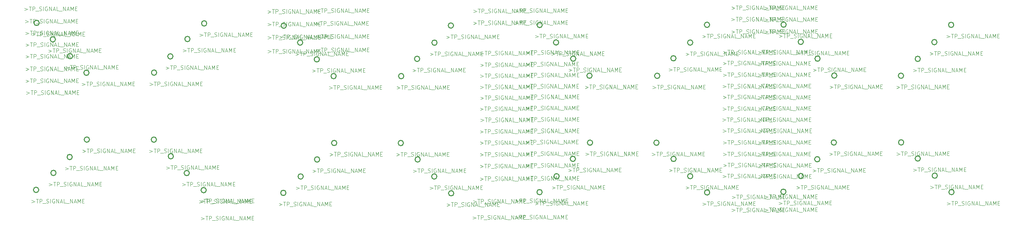
<source format=gbr>
G04 #@! TF.FileFunction,Other,Comment*
%FSLAX46Y46*%
G04 Gerber Fmt 4.6, Leading zero omitted, Abs format (unit mm)*
G04 Created by KiCad (PCBNEW 4.0.6) date 05/08/17 07:22:45*
%MOMM*%
%LPD*%
G01*
G04 APERTURE LIST*
%ADD10C,0.100000*%
%ADD11C,0.254000*%
%ADD12C,0.080000*%
G04 APERTURE END LIST*
D10*
D11*
X226342100Y-117285900D02*
G75*
G03X226342100Y-117285900I-635000J0D01*
G01*
X250338100Y-117110900D02*
G75*
G03X250338100Y-117110900I-635000J0D01*
G01*
X250335100Y-93294900D02*
G75*
G03X250335100Y-93294900I-635000J0D01*
G01*
X226414100Y-93237900D02*
G75*
G03X226414100Y-93237900I-635000J0D01*
G01*
X246365100Y-113257900D02*
G75*
G03X246365100Y-113257900I-635000J0D01*
G01*
X230305100Y-113285900D02*
G75*
G03X230305100Y-113285900I-635000J0D01*
G01*
X246332100Y-97322900D02*
G75*
G03X246332100Y-97322900I-635000J0D01*
G01*
X230406100Y-97283900D02*
G75*
G03X230406100Y-97283900I-635000J0D01*
G01*
X258390100Y-125137900D02*
G75*
G03X258390100Y-125137900I-635000J0D01*
G01*
X218264100Y-125047900D02*
G75*
G03X218264100Y-125047900I-635000J0D01*
G01*
X258304100Y-85165900D02*
G75*
G03X258304100Y-85165900I-635000J0D01*
G01*
X218315100Y-85114900D02*
G75*
G03X218315100Y-85114900I-635000J0D01*
G01*
X254396100Y-121206900D02*
G75*
G03X254396100Y-121206900I-635000J0D01*
G01*
X222434100Y-121302900D02*
G75*
G03X222434100Y-121302900I-635000J0D01*
G01*
X254302100Y-89292900D02*
G75*
G03X254302100Y-89292900I-635000J0D01*
G01*
X222414100Y-89231900D02*
G75*
G03X222414100Y-89231900I-635000J0D01*
G01*
X192020100Y-93155900D02*
G75*
G03X192020100Y-93155900I-635000J0D01*
G01*
X168011100Y-117190900D02*
G75*
G03X168011100Y-117190900I-635000J0D01*
G01*
X172106100Y-113312900D02*
G75*
G03X172106100Y-113312900I-635000J0D01*
G01*
X188137100Y-97344900D02*
G75*
G03X188137100Y-97344900I-635000J0D01*
G01*
X200028100Y-85154900D02*
G75*
G03X200028100Y-85154900I-635000J0D01*
G01*
X160061100Y-125149900D02*
G75*
G03X160061100Y-125149900I-635000J0D01*
G01*
X196015100Y-89398900D02*
G75*
G03X196015100Y-89398900I-635000J0D01*
G01*
X164124100Y-121348900D02*
G75*
G03X164124100Y-121348900I-635000J0D01*
G01*
X130960100Y-117333900D02*
G75*
G03X130960100Y-117333900I-635000J0D01*
G01*
X106956100Y-117338900D02*
G75*
G03X106956100Y-117338900I-635000J0D01*
G01*
X130829100Y-93289900D02*
G75*
G03X130829100Y-93289900I-635000J0D01*
G01*
X106894100Y-93409900D02*
G75*
G03X106894100Y-93409900I-635000J0D01*
G01*
X126941100Y-113411900D02*
G75*
G03X126941100Y-113411900I-635000J0D01*
G01*
X111033100Y-113399900D02*
G75*
G03X111033100Y-113399900I-635000J0D01*
G01*
X127029100Y-97417900D02*
G75*
G03X127029100Y-97417900I-635000J0D01*
G01*
X110898100Y-97419900D02*
G75*
G03X110898100Y-97419900I-635000J0D01*
G01*
X138962100Y-125426900D02*
G75*
G03X138962100Y-125426900I-635000J0D01*
G01*
X98901100Y-125325900D02*
G75*
G03X98901100Y-125325900I-635000J0D01*
G01*
X138893100Y-85326900D02*
G75*
G03X138893100Y-85326900I-635000J0D01*
G01*
X98998100Y-85358900D02*
G75*
G03X98998100Y-85358900I-635000J0D01*
G01*
X134923100Y-121406900D02*
G75*
G03X134923100Y-121406900I-635000J0D01*
G01*
X103035100Y-121407900D02*
G75*
G03X103035100Y-121407900I-635000J0D01*
G01*
X134974100Y-89424900D02*
G75*
G03X134974100Y-89424900I-635000J0D01*
G01*
X102907100Y-89399900D02*
G75*
G03X102907100Y-89399900I-635000J0D01*
G01*
X72036300Y-116571300D02*
G75*
G03X72036300Y-116571300I-635000J0D01*
G01*
X47896300Y-116752300D02*
G75*
G03X47896300Y-116752300I-635000J0D01*
G01*
X71925300Y-92702300D02*
G75*
G03X71925300Y-92702300I-635000J0D01*
G01*
X47975300Y-92642300D02*
G75*
G03X47975300Y-92642300I-635000J0D01*
G01*
X67991300Y-112598300D02*
G75*
G03X67991300Y-112598300I-635000J0D01*
G01*
X51999300Y-112586300D02*
G75*
G03X51999300Y-112586300I-635000J0D01*
G01*
X68040300Y-96581300D02*
G75*
G03X68040300Y-96581300I-635000J0D01*
G01*
X51893300Y-96607300D02*
G75*
G03X51893300Y-96607300I-635000J0D01*
G01*
X39999300Y-84694300D02*
G75*
G03X39999300Y-84694300I-635000J0D01*
G01*
X39880300Y-124607300D02*
G75*
G03X39880300Y-124607300I-635000J0D01*
G01*
X79877300Y-124668300D02*
G75*
G03X79877300Y-124668300I-635000J0D01*
G01*
X79994300Y-84818300D02*
G75*
G03X79994300Y-84818300I-635000J0D01*
G01*
X43876300Y-88630300D02*
G75*
G03X43876300Y-88630300I-635000J0D01*
G01*
X44021300Y-120553300D02*
G75*
G03X44021300Y-120553300I-635000J0D01*
G01*
X75840300Y-120580300D02*
G75*
G03X75840300Y-120580300I-635000J0D01*
G01*
X76005300Y-88548300D02*
G75*
G03X76005300Y-88548300I-635000J0D01*
G01*
X187960100Y-113335900D02*
G75*
G03X187960100Y-113335900I-635000J0D01*
G01*
X171975500Y-97318500D02*
G75*
G03X171975500Y-97318500I-635000J0D01*
G01*
X168088500Y-93243700D02*
G75*
G03X168088500Y-93243700I-635000J0D01*
G01*
X192044300Y-117206700D02*
G75*
G03X192044300Y-117206700I-635000J0D01*
G01*
X200051300Y-125216700D02*
G75*
G03X200051300Y-125216700I-635000J0D01*
G01*
X160082500Y-85198300D02*
G75*
G03X160082500Y-85198300I-635000J0D01*
G01*
X164002300Y-89364100D02*
G75*
G03X164002300Y-89364100I-635000J0D01*
G01*
X196014300Y-121331900D02*
G75*
G03X196014300Y-121331900I-635000J0D01*
G01*
D12*
X211638690Y-91508129D02*
X212362500Y-91779557D01*
X211638690Y-92050986D01*
X212679166Y-91191462D02*
X213222023Y-91191462D01*
X212950595Y-92141462D02*
X212950595Y-91191462D01*
X213538690Y-92141462D02*
X213538690Y-91191462D01*
X213900595Y-91191462D01*
X213991071Y-91236700D01*
X214036310Y-91281938D01*
X214081548Y-91372414D01*
X214081548Y-91508129D01*
X214036310Y-91598605D01*
X213991071Y-91643843D01*
X213900595Y-91689081D01*
X213538690Y-91689081D01*
X214262500Y-92231938D02*
X214986310Y-92231938D01*
X215167262Y-92096224D02*
X215302977Y-92141462D01*
X215529167Y-92141462D01*
X215619643Y-92096224D01*
X215664881Y-92050986D01*
X215710120Y-91960510D01*
X215710120Y-91870033D01*
X215664881Y-91779557D01*
X215619643Y-91734319D01*
X215529167Y-91689081D01*
X215348215Y-91643843D01*
X215257739Y-91598605D01*
X215212500Y-91553367D01*
X215167262Y-91462890D01*
X215167262Y-91372414D01*
X215212500Y-91281938D01*
X215257739Y-91236700D01*
X215348215Y-91191462D01*
X215574405Y-91191462D01*
X215710120Y-91236700D01*
X216117262Y-92141462D02*
X216117262Y-91191462D01*
X217067263Y-91236700D02*
X216976786Y-91191462D01*
X216841072Y-91191462D01*
X216705358Y-91236700D01*
X216614882Y-91327176D01*
X216569643Y-91417652D01*
X216524405Y-91598605D01*
X216524405Y-91734319D01*
X216569643Y-91915271D01*
X216614882Y-92005748D01*
X216705358Y-92096224D01*
X216841072Y-92141462D01*
X216931548Y-92141462D01*
X217067263Y-92096224D01*
X217112501Y-92050986D01*
X217112501Y-91734319D01*
X216931548Y-91734319D01*
X217519643Y-92141462D02*
X217519643Y-91191462D01*
X218062501Y-92141462D01*
X218062501Y-91191462D01*
X218469643Y-91870033D02*
X218922024Y-91870033D01*
X218379167Y-92141462D02*
X218695834Y-91191462D01*
X219012501Y-92141462D01*
X219781548Y-92141462D02*
X219329167Y-92141462D01*
X219329167Y-91191462D01*
X219872025Y-92231938D02*
X220595835Y-92231938D01*
X220822025Y-92141462D02*
X220822025Y-91191462D01*
X221364883Y-92141462D01*
X221364883Y-91191462D01*
X221772025Y-91870033D02*
X222224406Y-91870033D01*
X221681549Y-92141462D02*
X221998216Y-91191462D01*
X222314883Y-92141462D01*
X222631549Y-92141462D02*
X222631549Y-91191462D01*
X222948216Y-91870033D01*
X223264883Y-91191462D01*
X223264883Y-92141462D01*
X223717263Y-91643843D02*
X224033930Y-91643843D01*
X224169644Y-92141462D02*
X223717263Y-92141462D01*
X223717263Y-91191462D01*
X224169644Y-91191462D01*
X213240690Y-83684929D02*
X213964500Y-83956357D01*
X213240690Y-84227786D01*
X214281166Y-83368262D02*
X214824023Y-83368262D01*
X214552595Y-84318262D02*
X214552595Y-83368262D01*
X215140690Y-84318262D02*
X215140690Y-83368262D01*
X215502595Y-83368262D01*
X215593071Y-83413500D01*
X215638310Y-83458738D01*
X215683548Y-83549214D01*
X215683548Y-83684929D01*
X215638310Y-83775405D01*
X215593071Y-83820643D01*
X215502595Y-83865881D01*
X215140690Y-83865881D01*
X215864500Y-84408738D02*
X216588310Y-84408738D01*
X216769262Y-84273024D02*
X216904977Y-84318262D01*
X217131167Y-84318262D01*
X217221643Y-84273024D01*
X217266881Y-84227786D01*
X217312120Y-84137310D01*
X217312120Y-84046833D01*
X217266881Y-83956357D01*
X217221643Y-83911119D01*
X217131167Y-83865881D01*
X216950215Y-83820643D01*
X216859739Y-83775405D01*
X216814500Y-83730167D01*
X216769262Y-83639690D01*
X216769262Y-83549214D01*
X216814500Y-83458738D01*
X216859739Y-83413500D01*
X216950215Y-83368262D01*
X217176405Y-83368262D01*
X217312120Y-83413500D01*
X217719262Y-84318262D02*
X217719262Y-83368262D01*
X218669263Y-83413500D02*
X218578786Y-83368262D01*
X218443072Y-83368262D01*
X218307358Y-83413500D01*
X218216882Y-83503976D01*
X218171643Y-83594452D01*
X218126405Y-83775405D01*
X218126405Y-83911119D01*
X218171643Y-84092071D01*
X218216882Y-84182548D01*
X218307358Y-84273024D01*
X218443072Y-84318262D01*
X218533548Y-84318262D01*
X218669263Y-84273024D01*
X218714501Y-84227786D01*
X218714501Y-83911119D01*
X218533548Y-83911119D01*
X219121643Y-84318262D02*
X219121643Y-83368262D01*
X219664501Y-84318262D01*
X219664501Y-83368262D01*
X220071643Y-84046833D02*
X220524024Y-84046833D01*
X219981167Y-84318262D02*
X220297834Y-83368262D01*
X220614501Y-84318262D01*
X221383548Y-84318262D02*
X220931167Y-84318262D01*
X220931167Y-83368262D01*
X221474025Y-84408738D02*
X222197835Y-84408738D01*
X222424025Y-84318262D02*
X222424025Y-83368262D01*
X222966883Y-84318262D01*
X222966883Y-83368262D01*
X223374025Y-84046833D02*
X223826406Y-84046833D01*
X223283549Y-84318262D02*
X223600216Y-83368262D01*
X223916883Y-84318262D01*
X224233549Y-84318262D02*
X224233549Y-83368262D01*
X224550216Y-84046833D01*
X224866883Y-83368262D01*
X224866883Y-84318262D01*
X225319263Y-83820643D02*
X225635930Y-83820643D01*
X225771644Y-84318262D02*
X225319263Y-84318262D01*
X225319263Y-83368262D01*
X225771644Y-83368262D01*
X203283890Y-91508129D02*
X204007700Y-91779557D01*
X203283890Y-92050986D01*
X204324366Y-91191462D02*
X204867223Y-91191462D01*
X204595795Y-92141462D02*
X204595795Y-91191462D01*
X205183890Y-92141462D02*
X205183890Y-91191462D01*
X205545795Y-91191462D01*
X205636271Y-91236700D01*
X205681510Y-91281938D01*
X205726748Y-91372414D01*
X205726748Y-91508129D01*
X205681510Y-91598605D01*
X205636271Y-91643843D01*
X205545795Y-91689081D01*
X205183890Y-91689081D01*
X205907700Y-92231938D02*
X206631510Y-92231938D01*
X206812462Y-92096224D02*
X206948177Y-92141462D01*
X207174367Y-92141462D01*
X207264843Y-92096224D01*
X207310081Y-92050986D01*
X207355320Y-91960510D01*
X207355320Y-91870033D01*
X207310081Y-91779557D01*
X207264843Y-91734319D01*
X207174367Y-91689081D01*
X206993415Y-91643843D01*
X206902939Y-91598605D01*
X206857700Y-91553367D01*
X206812462Y-91462890D01*
X206812462Y-91372414D01*
X206857700Y-91281938D01*
X206902939Y-91236700D01*
X206993415Y-91191462D01*
X207219605Y-91191462D01*
X207355320Y-91236700D01*
X207762462Y-92141462D02*
X207762462Y-91191462D01*
X208712463Y-91236700D02*
X208621986Y-91191462D01*
X208486272Y-91191462D01*
X208350558Y-91236700D01*
X208260082Y-91327176D01*
X208214843Y-91417652D01*
X208169605Y-91598605D01*
X208169605Y-91734319D01*
X208214843Y-91915271D01*
X208260082Y-92005748D01*
X208350558Y-92096224D01*
X208486272Y-92141462D01*
X208576748Y-92141462D01*
X208712463Y-92096224D01*
X208757701Y-92050986D01*
X208757701Y-91734319D01*
X208576748Y-91734319D01*
X209164843Y-92141462D02*
X209164843Y-91191462D01*
X209707701Y-92141462D01*
X209707701Y-91191462D01*
X210114843Y-91870033D02*
X210567224Y-91870033D01*
X210024367Y-92141462D02*
X210341034Y-91191462D01*
X210657701Y-92141462D01*
X211426748Y-92141462D02*
X210974367Y-92141462D01*
X210974367Y-91191462D01*
X211517225Y-92231938D02*
X212241035Y-92231938D01*
X212467225Y-92141462D02*
X212467225Y-91191462D01*
X213010083Y-92141462D01*
X213010083Y-91191462D01*
X213417225Y-91870033D02*
X213869606Y-91870033D01*
X213326749Y-92141462D02*
X213643416Y-91191462D01*
X213960083Y-92141462D01*
X214276749Y-92141462D02*
X214276749Y-91191462D01*
X214593416Y-91870033D01*
X214910083Y-91191462D01*
X214910083Y-92141462D01*
X215362463Y-91643843D02*
X215679130Y-91643843D01*
X215814844Y-92141462D02*
X215362463Y-92141462D01*
X215362463Y-91191462D01*
X215814844Y-91191462D01*
X205239690Y-83634129D02*
X205963500Y-83905557D01*
X205239690Y-84176986D01*
X206280166Y-83317462D02*
X206823023Y-83317462D01*
X206551595Y-84267462D02*
X206551595Y-83317462D01*
X207139690Y-84267462D02*
X207139690Y-83317462D01*
X207501595Y-83317462D01*
X207592071Y-83362700D01*
X207637310Y-83407938D01*
X207682548Y-83498414D01*
X207682548Y-83634129D01*
X207637310Y-83724605D01*
X207592071Y-83769843D01*
X207501595Y-83815081D01*
X207139690Y-83815081D01*
X207863500Y-84357938D02*
X208587310Y-84357938D01*
X208768262Y-84222224D02*
X208903977Y-84267462D01*
X209130167Y-84267462D01*
X209220643Y-84222224D01*
X209265881Y-84176986D01*
X209311120Y-84086510D01*
X209311120Y-83996033D01*
X209265881Y-83905557D01*
X209220643Y-83860319D01*
X209130167Y-83815081D01*
X208949215Y-83769843D01*
X208858739Y-83724605D01*
X208813500Y-83679367D01*
X208768262Y-83588890D01*
X208768262Y-83498414D01*
X208813500Y-83407938D01*
X208858739Y-83362700D01*
X208949215Y-83317462D01*
X209175405Y-83317462D01*
X209311120Y-83362700D01*
X209718262Y-84267462D02*
X209718262Y-83317462D01*
X210668263Y-83362700D02*
X210577786Y-83317462D01*
X210442072Y-83317462D01*
X210306358Y-83362700D01*
X210215882Y-83453176D01*
X210170643Y-83543652D01*
X210125405Y-83724605D01*
X210125405Y-83860319D01*
X210170643Y-84041271D01*
X210215882Y-84131748D01*
X210306358Y-84222224D01*
X210442072Y-84267462D01*
X210532548Y-84267462D01*
X210668263Y-84222224D01*
X210713501Y-84176986D01*
X210713501Y-83860319D01*
X210532548Y-83860319D01*
X211120643Y-84267462D02*
X211120643Y-83317462D01*
X211663501Y-84267462D01*
X211663501Y-83317462D01*
X212070643Y-83996033D02*
X212523024Y-83996033D01*
X211980167Y-84267462D02*
X212296834Y-83317462D01*
X212613501Y-84267462D01*
X213382548Y-84267462D02*
X212930167Y-84267462D01*
X212930167Y-83317462D01*
X213473025Y-84357938D02*
X214196835Y-84357938D01*
X214423025Y-84267462D02*
X214423025Y-83317462D01*
X214965883Y-84267462D01*
X214965883Y-83317462D01*
X215373025Y-83996033D02*
X215825406Y-83996033D01*
X215282549Y-84267462D02*
X215599216Y-83317462D01*
X215915883Y-84267462D01*
X216232549Y-84267462D02*
X216232549Y-83317462D01*
X216549216Y-83996033D01*
X216865883Y-83317462D01*
X216865883Y-84267462D01*
X217318263Y-83769843D02*
X217634930Y-83769843D01*
X217770644Y-84267462D02*
X217318263Y-84267462D01*
X217318263Y-83317462D01*
X217770644Y-83317462D01*
X156268490Y-91558929D02*
X156992300Y-91830357D01*
X156268490Y-92101786D01*
X157308966Y-91242262D02*
X157851823Y-91242262D01*
X157580395Y-92192262D02*
X157580395Y-91242262D01*
X158168490Y-92192262D02*
X158168490Y-91242262D01*
X158530395Y-91242262D01*
X158620871Y-91287500D01*
X158666110Y-91332738D01*
X158711348Y-91423214D01*
X158711348Y-91558929D01*
X158666110Y-91649405D01*
X158620871Y-91694643D01*
X158530395Y-91739881D01*
X158168490Y-91739881D01*
X158892300Y-92282738D02*
X159616110Y-92282738D01*
X159797062Y-92147024D02*
X159932777Y-92192262D01*
X160158967Y-92192262D01*
X160249443Y-92147024D01*
X160294681Y-92101786D01*
X160339920Y-92011310D01*
X160339920Y-91920833D01*
X160294681Y-91830357D01*
X160249443Y-91785119D01*
X160158967Y-91739881D01*
X159978015Y-91694643D01*
X159887539Y-91649405D01*
X159842300Y-91604167D01*
X159797062Y-91513690D01*
X159797062Y-91423214D01*
X159842300Y-91332738D01*
X159887539Y-91287500D01*
X159978015Y-91242262D01*
X160204205Y-91242262D01*
X160339920Y-91287500D01*
X160747062Y-92192262D02*
X160747062Y-91242262D01*
X161697063Y-91287500D02*
X161606586Y-91242262D01*
X161470872Y-91242262D01*
X161335158Y-91287500D01*
X161244682Y-91377976D01*
X161199443Y-91468452D01*
X161154205Y-91649405D01*
X161154205Y-91785119D01*
X161199443Y-91966071D01*
X161244682Y-92056548D01*
X161335158Y-92147024D01*
X161470872Y-92192262D01*
X161561348Y-92192262D01*
X161697063Y-92147024D01*
X161742301Y-92101786D01*
X161742301Y-91785119D01*
X161561348Y-91785119D01*
X162149443Y-92192262D02*
X162149443Y-91242262D01*
X162692301Y-92192262D01*
X162692301Y-91242262D01*
X163099443Y-91920833D02*
X163551824Y-91920833D01*
X163008967Y-92192262D02*
X163325634Y-91242262D01*
X163642301Y-92192262D01*
X164411348Y-92192262D02*
X163958967Y-92192262D01*
X163958967Y-91242262D01*
X164501825Y-92282738D02*
X165225635Y-92282738D01*
X165451825Y-92192262D02*
X165451825Y-91242262D01*
X165994683Y-92192262D01*
X165994683Y-91242262D01*
X166401825Y-91920833D02*
X166854206Y-91920833D01*
X166311349Y-92192262D02*
X166628016Y-91242262D01*
X166944683Y-92192262D01*
X167261349Y-92192262D02*
X167261349Y-91242262D01*
X167578016Y-91920833D01*
X167894683Y-91242262D01*
X167894683Y-92192262D01*
X168347063Y-91694643D02*
X168663730Y-91694643D01*
X168799444Y-92192262D02*
X168347063Y-92192262D01*
X168347063Y-91242262D01*
X168799444Y-91242262D01*
X153601490Y-81551329D02*
X154325300Y-81822757D01*
X153601490Y-82094186D01*
X154641966Y-81234662D02*
X155184823Y-81234662D01*
X154913395Y-82184662D02*
X154913395Y-81234662D01*
X155501490Y-82184662D02*
X155501490Y-81234662D01*
X155863395Y-81234662D01*
X155953871Y-81279900D01*
X155999110Y-81325138D01*
X156044348Y-81415614D01*
X156044348Y-81551329D01*
X155999110Y-81641805D01*
X155953871Y-81687043D01*
X155863395Y-81732281D01*
X155501490Y-81732281D01*
X156225300Y-82275138D02*
X156949110Y-82275138D01*
X157130062Y-82139424D02*
X157265777Y-82184662D01*
X157491967Y-82184662D01*
X157582443Y-82139424D01*
X157627681Y-82094186D01*
X157672920Y-82003710D01*
X157672920Y-81913233D01*
X157627681Y-81822757D01*
X157582443Y-81777519D01*
X157491967Y-81732281D01*
X157311015Y-81687043D01*
X157220539Y-81641805D01*
X157175300Y-81596567D01*
X157130062Y-81506090D01*
X157130062Y-81415614D01*
X157175300Y-81325138D01*
X157220539Y-81279900D01*
X157311015Y-81234662D01*
X157537205Y-81234662D01*
X157672920Y-81279900D01*
X158080062Y-82184662D02*
X158080062Y-81234662D01*
X159030063Y-81279900D02*
X158939586Y-81234662D01*
X158803872Y-81234662D01*
X158668158Y-81279900D01*
X158577682Y-81370376D01*
X158532443Y-81460852D01*
X158487205Y-81641805D01*
X158487205Y-81777519D01*
X158532443Y-81958471D01*
X158577682Y-82048948D01*
X158668158Y-82139424D01*
X158803872Y-82184662D01*
X158894348Y-82184662D01*
X159030063Y-82139424D01*
X159075301Y-82094186D01*
X159075301Y-81777519D01*
X158894348Y-81777519D01*
X159482443Y-82184662D02*
X159482443Y-81234662D01*
X160025301Y-82184662D01*
X160025301Y-81234662D01*
X160432443Y-81913233D02*
X160884824Y-81913233D01*
X160341967Y-82184662D02*
X160658634Y-81234662D01*
X160975301Y-82184662D01*
X161744348Y-82184662D02*
X161291967Y-82184662D01*
X161291967Y-81234662D01*
X161834825Y-82275138D02*
X162558635Y-82275138D01*
X162784825Y-82184662D02*
X162784825Y-81234662D01*
X163327683Y-82184662D01*
X163327683Y-81234662D01*
X163734825Y-81913233D02*
X164187206Y-81913233D01*
X163644349Y-82184662D02*
X163961016Y-81234662D01*
X164277683Y-82184662D01*
X164594349Y-82184662D02*
X164594349Y-81234662D01*
X164911016Y-81913233D01*
X165227683Y-81234662D01*
X165227683Y-82184662D01*
X165680063Y-81687043D02*
X165996730Y-81687043D01*
X166132444Y-82184662D02*
X165680063Y-82184662D01*
X165680063Y-81234662D01*
X166132444Y-81234662D01*
X145288490Y-91716529D02*
X146012300Y-91987957D01*
X145288490Y-92259386D01*
X146328966Y-91399862D02*
X146871823Y-91399862D01*
X146600395Y-92349862D02*
X146600395Y-91399862D01*
X147188490Y-92349862D02*
X147188490Y-91399862D01*
X147550395Y-91399862D01*
X147640871Y-91445100D01*
X147686110Y-91490338D01*
X147731348Y-91580814D01*
X147731348Y-91716529D01*
X147686110Y-91807005D01*
X147640871Y-91852243D01*
X147550395Y-91897481D01*
X147188490Y-91897481D01*
X147912300Y-92440338D02*
X148636110Y-92440338D01*
X148817062Y-92304624D02*
X148952777Y-92349862D01*
X149178967Y-92349862D01*
X149269443Y-92304624D01*
X149314681Y-92259386D01*
X149359920Y-92168910D01*
X149359920Y-92078433D01*
X149314681Y-91987957D01*
X149269443Y-91942719D01*
X149178967Y-91897481D01*
X148998015Y-91852243D01*
X148907539Y-91807005D01*
X148862300Y-91761767D01*
X148817062Y-91671290D01*
X148817062Y-91580814D01*
X148862300Y-91490338D01*
X148907539Y-91445100D01*
X148998015Y-91399862D01*
X149224205Y-91399862D01*
X149359920Y-91445100D01*
X149767062Y-92349862D02*
X149767062Y-91399862D01*
X150717063Y-91445100D02*
X150626586Y-91399862D01*
X150490872Y-91399862D01*
X150355158Y-91445100D01*
X150264682Y-91535576D01*
X150219443Y-91626052D01*
X150174205Y-91807005D01*
X150174205Y-91942719D01*
X150219443Y-92123671D01*
X150264682Y-92214148D01*
X150355158Y-92304624D01*
X150490872Y-92349862D01*
X150581348Y-92349862D01*
X150717063Y-92304624D01*
X150762301Y-92259386D01*
X150762301Y-91942719D01*
X150581348Y-91942719D01*
X151169443Y-92349862D02*
X151169443Y-91399862D01*
X151712301Y-92349862D01*
X151712301Y-91399862D01*
X152119443Y-92078433D02*
X152571824Y-92078433D01*
X152028967Y-92349862D02*
X152345634Y-91399862D01*
X152662301Y-92349862D01*
X153431348Y-92349862D02*
X152978967Y-92349862D01*
X152978967Y-91399862D01*
X153521825Y-92440338D02*
X154245635Y-92440338D01*
X154471825Y-92349862D02*
X154471825Y-91399862D01*
X155014683Y-92349862D01*
X155014683Y-91399862D01*
X155421825Y-92078433D02*
X155874206Y-92078433D01*
X155331349Y-92349862D02*
X155648016Y-91399862D01*
X155964683Y-92349862D01*
X156281349Y-92349862D02*
X156281349Y-91399862D01*
X156598016Y-92078433D01*
X156914683Y-91399862D01*
X156914683Y-92349862D01*
X157367063Y-91852243D02*
X157683730Y-91852243D01*
X157819444Y-92349862D02*
X157367063Y-92349862D01*
X157367063Y-91399862D01*
X157819444Y-91399862D01*
X143678890Y-81637929D02*
X144402700Y-81909357D01*
X143678890Y-82180786D01*
X144719366Y-81321262D02*
X145262223Y-81321262D01*
X144990795Y-82271262D02*
X144990795Y-81321262D01*
X145578890Y-82271262D02*
X145578890Y-81321262D01*
X145940795Y-81321262D01*
X146031271Y-81366500D01*
X146076510Y-81411738D01*
X146121748Y-81502214D01*
X146121748Y-81637929D01*
X146076510Y-81728405D01*
X146031271Y-81773643D01*
X145940795Y-81818881D01*
X145578890Y-81818881D01*
X146302700Y-82361738D02*
X147026510Y-82361738D01*
X147207462Y-82226024D02*
X147343177Y-82271262D01*
X147569367Y-82271262D01*
X147659843Y-82226024D01*
X147705081Y-82180786D01*
X147750320Y-82090310D01*
X147750320Y-81999833D01*
X147705081Y-81909357D01*
X147659843Y-81864119D01*
X147569367Y-81818881D01*
X147388415Y-81773643D01*
X147297939Y-81728405D01*
X147252700Y-81683167D01*
X147207462Y-81592690D01*
X147207462Y-81502214D01*
X147252700Y-81411738D01*
X147297939Y-81366500D01*
X147388415Y-81321262D01*
X147614605Y-81321262D01*
X147750320Y-81366500D01*
X148157462Y-82271262D02*
X148157462Y-81321262D01*
X149107463Y-81366500D02*
X149016986Y-81321262D01*
X148881272Y-81321262D01*
X148745558Y-81366500D01*
X148655082Y-81456976D01*
X148609843Y-81547452D01*
X148564605Y-81728405D01*
X148564605Y-81864119D01*
X148609843Y-82045071D01*
X148655082Y-82135548D01*
X148745558Y-82226024D01*
X148881272Y-82271262D01*
X148971748Y-82271262D01*
X149107463Y-82226024D01*
X149152701Y-82180786D01*
X149152701Y-81864119D01*
X148971748Y-81864119D01*
X149559843Y-82271262D02*
X149559843Y-81321262D01*
X150102701Y-82271262D01*
X150102701Y-81321262D01*
X150509843Y-81999833D02*
X150962224Y-81999833D01*
X150419367Y-82271262D02*
X150736034Y-81321262D01*
X151052701Y-82271262D01*
X151821748Y-82271262D02*
X151369367Y-82271262D01*
X151369367Y-81321262D01*
X151912225Y-82361738D02*
X152636035Y-82361738D01*
X152862225Y-82271262D02*
X152862225Y-81321262D01*
X153405083Y-82271262D01*
X153405083Y-81321262D01*
X153812225Y-81999833D02*
X154264606Y-81999833D01*
X153721749Y-82271262D02*
X154038416Y-81321262D01*
X154355083Y-82271262D01*
X154671749Y-82271262D02*
X154671749Y-81321262D01*
X154988416Y-81999833D01*
X155305083Y-81321262D01*
X155305083Y-82271262D01*
X155757463Y-81773643D02*
X156074130Y-81773643D01*
X156209844Y-82271262D02*
X155757463Y-82271262D01*
X155757463Y-81321262D01*
X156209844Y-81321262D01*
X211612290Y-104944729D02*
X212336100Y-105216157D01*
X211612290Y-105487586D01*
X212652766Y-104628062D02*
X213195623Y-104628062D01*
X212924195Y-105578062D02*
X212924195Y-104628062D01*
X213512290Y-105578062D02*
X213512290Y-104628062D01*
X213874195Y-104628062D01*
X213964671Y-104673300D01*
X214009910Y-104718538D01*
X214055148Y-104809014D01*
X214055148Y-104944729D01*
X214009910Y-105035205D01*
X213964671Y-105080443D01*
X213874195Y-105125681D01*
X213512290Y-105125681D01*
X214236100Y-105668538D02*
X214959910Y-105668538D01*
X215140862Y-105532824D02*
X215276577Y-105578062D01*
X215502767Y-105578062D01*
X215593243Y-105532824D01*
X215638481Y-105487586D01*
X215683720Y-105397110D01*
X215683720Y-105306633D01*
X215638481Y-105216157D01*
X215593243Y-105170919D01*
X215502767Y-105125681D01*
X215321815Y-105080443D01*
X215231339Y-105035205D01*
X215186100Y-104989967D01*
X215140862Y-104899490D01*
X215140862Y-104809014D01*
X215186100Y-104718538D01*
X215231339Y-104673300D01*
X215321815Y-104628062D01*
X215548005Y-104628062D01*
X215683720Y-104673300D01*
X216090862Y-105578062D02*
X216090862Y-104628062D01*
X217040863Y-104673300D02*
X216950386Y-104628062D01*
X216814672Y-104628062D01*
X216678958Y-104673300D01*
X216588482Y-104763776D01*
X216543243Y-104854252D01*
X216498005Y-105035205D01*
X216498005Y-105170919D01*
X216543243Y-105351871D01*
X216588482Y-105442348D01*
X216678958Y-105532824D01*
X216814672Y-105578062D01*
X216905148Y-105578062D01*
X217040863Y-105532824D01*
X217086101Y-105487586D01*
X217086101Y-105170919D01*
X216905148Y-105170919D01*
X217493243Y-105578062D02*
X217493243Y-104628062D01*
X218036101Y-105578062D01*
X218036101Y-104628062D01*
X218443243Y-105306633D02*
X218895624Y-105306633D01*
X218352767Y-105578062D02*
X218669434Y-104628062D01*
X218986101Y-105578062D01*
X219755148Y-105578062D02*
X219302767Y-105578062D01*
X219302767Y-104628062D01*
X219845625Y-105668538D02*
X220569435Y-105668538D01*
X220795625Y-105578062D02*
X220795625Y-104628062D01*
X221338483Y-105578062D01*
X221338483Y-104628062D01*
X221745625Y-105306633D02*
X222198006Y-105306633D01*
X221655149Y-105578062D02*
X221971816Y-104628062D01*
X222288483Y-105578062D01*
X222605149Y-105578062D02*
X222605149Y-104628062D01*
X222921816Y-105306633D01*
X223238483Y-104628062D01*
X223238483Y-105578062D01*
X223690863Y-105080443D02*
X224007530Y-105080443D01*
X224143244Y-105578062D02*
X223690863Y-105578062D01*
X223690863Y-104628062D01*
X224143244Y-104628062D01*
X203207690Y-104995529D02*
X203931500Y-105266957D01*
X203207690Y-105538386D01*
X204248166Y-104678862D02*
X204791023Y-104678862D01*
X204519595Y-105628862D02*
X204519595Y-104678862D01*
X205107690Y-105628862D02*
X205107690Y-104678862D01*
X205469595Y-104678862D01*
X205560071Y-104724100D01*
X205605310Y-104769338D01*
X205650548Y-104859814D01*
X205650548Y-104995529D01*
X205605310Y-105086005D01*
X205560071Y-105131243D01*
X205469595Y-105176481D01*
X205107690Y-105176481D01*
X205831500Y-105719338D02*
X206555310Y-105719338D01*
X206736262Y-105583624D02*
X206871977Y-105628862D01*
X207098167Y-105628862D01*
X207188643Y-105583624D01*
X207233881Y-105538386D01*
X207279120Y-105447910D01*
X207279120Y-105357433D01*
X207233881Y-105266957D01*
X207188643Y-105221719D01*
X207098167Y-105176481D01*
X206917215Y-105131243D01*
X206826739Y-105086005D01*
X206781500Y-105040767D01*
X206736262Y-104950290D01*
X206736262Y-104859814D01*
X206781500Y-104769338D01*
X206826739Y-104724100D01*
X206917215Y-104678862D01*
X207143405Y-104678862D01*
X207279120Y-104724100D01*
X207686262Y-105628862D02*
X207686262Y-104678862D01*
X208636263Y-104724100D02*
X208545786Y-104678862D01*
X208410072Y-104678862D01*
X208274358Y-104724100D01*
X208183882Y-104814576D01*
X208138643Y-104905052D01*
X208093405Y-105086005D01*
X208093405Y-105221719D01*
X208138643Y-105402671D01*
X208183882Y-105493148D01*
X208274358Y-105583624D01*
X208410072Y-105628862D01*
X208500548Y-105628862D01*
X208636263Y-105583624D01*
X208681501Y-105538386D01*
X208681501Y-105221719D01*
X208500548Y-105221719D01*
X209088643Y-105628862D02*
X209088643Y-104678862D01*
X209631501Y-105628862D01*
X209631501Y-104678862D01*
X210038643Y-105357433D02*
X210491024Y-105357433D01*
X209948167Y-105628862D02*
X210264834Y-104678862D01*
X210581501Y-105628862D01*
X211350548Y-105628862D02*
X210898167Y-105628862D01*
X210898167Y-104678862D01*
X211441025Y-105719338D02*
X212164835Y-105719338D01*
X212391025Y-105628862D02*
X212391025Y-104678862D01*
X212933883Y-105628862D01*
X212933883Y-104678862D01*
X213341025Y-105357433D02*
X213793406Y-105357433D01*
X213250549Y-105628862D02*
X213567216Y-104678862D01*
X213883883Y-105628862D01*
X214200549Y-105628862D02*
X214200549Y-104678862D01*
X214517216Y-105357433D01*
X214833883Y-104678862D01*
X214833883Y-105628862D01*
X215286263Y-105131243D02*
X215602930Y-105131243D01*
X215738644Y-105628862D02*
X215286263Y-105628862D01*
X215286263Y-104678862D01*
X215738644Y-104678862D01*
X211637690Y-107611729D02*
X212361500Y-107883157D01*
X211637690Y-108154586D01*
X212678166Y-107295062D02*
X213221023Y-107295062D01*
X212949595Y-108245062D02*
X212949595Y-107295062D01*
X213537690Y-108245062D02*
X213537690Y-107295062D01*
X213899595Y-107295062D01*
X213990071Y-107340300D01*
X214035310Y-107385538D01*
X214080548Y-107476014D01*
X214080548Y-107611729D01*
X214035310Y-107702205D01*
X213990071Y-107747443D01*
X213899595Y-107792681D01*
X213537690Y-107792681D01*
X214261500Y-108335538D02*
X214985310Y-108335538D01*
X215166262Y-108199824D02*
X215301977Y-108245062D01*
X215528167Y-108245062D01*
X215618643Y-108199824D01*
X215663881Y-108154586D01*
X215709120Y-108064110D01*
X215709120Y-107973633D01*
X215663881Y-107883157D01*
X215618643Y-107837919D01*
X215528167Y-107792681D01*
X215347215Y-107747443D01*
X215256739Y-107702205D01*
X215211500Y-107656967D01*
X215166262Y-107566490D01*
X215166262Y-107476014D01*
X215211500Y-107385538D01*
X215256739Y-107340300D01*
X215347215Y-107295062D01*
X215573405Y-107295062D01*
X215709120Y-107340300D01*
X216116262Y-108245062D02*
X216116262Y-107295062D01*
X217066263Y-107340300D02*
X216975786Y-107295062D01*
X216840072Y-107295062D01*
X216704358Y-107340300D01*
X216613882Y-107430776D01*
X216568643Y-107521252D01*
X216523405Y-107702205D01*
X216523405Y-107837919D01*
X216568643Y-108018871D01*
X216613882Y-108109348D01*
X216704358Y-108199824D01*
X216840072Y-108245062D01*
X216930548Y-108245062D01*
X217066263Y-108199824D01*
X217111501Y-108154586D01*
X217111501Y-107837919D01*
X216930548Y-107837919D01*
X217518643Y-108245062D02*
X217518643Y-107295062D01*
X218061501Y-108245062D01*
X218061501Y-107295062D01*
X218468643Y-107973633D02*
X218921024Y-107973633D01*
X218378167Y-108245062D02*
X218694834Y-107295062D01*
X219011501Y-108245062D01*
X219780548Y-108245062D02*
X219328167Y-108245062D01*
X219328167Y-107295062D01*
X219871025Y-108335538D02*
X220594835Y-108335538D01*
X220821025Y-108245062D02*
X220821025Y-107295062D01*
X221363883Y-108245062D01*
X221363883Y-107295062D01*
X221771025Y-107973633D02*
X222223406Y-107973633D01*
X221680549Y-108245062D02*
X221997216Y-107295062D01*
X222313883Y-108245062D01*
X222630549Y-108245062D02*
X222630549Y-107295062D01*
X222947216Y-107973633D01*
X223263883Y-107295062D01*
X223263883Y-108245062D01*
X223716263Y-107747443D02*
X224032930Y-107747443D01*
X224168644Y-108245062D02*
X223716263Y-108245062D01*
X223716263Y-107295062D01*
X224168644Y-107295062D01*
X203106090Y-107611729D02*
X203829900Y-107883157D01*
X203106090Y-108154586D01*
X204146566Y-107295062D02*
X204689423Y-107295062D01*
X204417995Y-108245062D02*
X204417995Y-107295062D01*
X205006090Y-108245062D02*
X205006090Y-107295062D01*
X205367995Y-107295062D01*
X205458471Y-107340300D01*
X205503710Y-107385538D01*
X205548948Y-107476014D01*
X205548948Y-107611729D01*
X205503710Y-107702205D01*
X205458471Y-107747443D01*
X205367995Y-107792681D01*
X205006090Y-107792681D01*
X205729900Y-108335538D02*
X206453710Y-108335538D01*
X206634662Y-108199824D02*
X206770377Y-108245062D01*
X206996567Y-108245062D01*
X207087043Y-108199824D01*
X207132281Y-108154586D01*
X207177520Y-108064110D01*
X207177520Y-107973633D01*
X207132281Y-107883157D01*
X207087043Y-107837919D01*
X206996567Y-107792681D01*
X206815615Y-107747443D01*
X206725139Y-107702205D01*
X206679900Y-107656967D01*
X206634662Y-107566490D01*
X206634662Y-107476014D01*
X206679900Y-107385538D01*
X206725139Y-107340300D01*
X206815615Y-107295062D01*
X207041805Y-107295062D01*
X207177520Y-107340300D01*
X207584662Y-108245062D02*
X207584662Y-107295062D01*
X208534663Y-107340300D02*
X208444186Y-107295062D01*
X208308472Y-107295062D01*
X208172758Y-107340300D01*
X208082282Y-107430776D01*
X208037043Y-107521252D01*
X207991805Y-107702205D01*
X207991805Y-107837919D01*
X208037043Y-108018871D01*
X208082282Y-108109348D01*
X208172758Y-108199824D01*
X208308472Y-108245062D01*
X208398948Y-108245062D01*
X208534663Y-108199824D01*
X208579901Y-108154586D01*
X208579901Y-107837919D01*
X208398948Y-107837919D01*
X208987043Y-108245062D02*
X208987043Y-107295062D01*
X209529901Y-108245062D01*
X209529901Y-107295062D01*
X209937043Y-107973633D02*
X210389424Y-107973633D01*
X209846567Y-108245062D02*
X210163234Y-107295062D01*
X210479901Y-108245062D01*
X211248948Y-108245062D02*
X210796567Y-108245062D01*
X210796567Y-107295062D01*
X211339425Y-108335538D02*
X212063235Y-108335538D01*
X212289425Y-108245062D02*
X212289425Y-107295062D01*
X212832283Y-108245062D01*
X212832283Y-107295062D01*
X213239425Y-107973633D02*
X213691806Y-107973633D01*
X213148949Y-108245062D02*
X213465616Y-107295062D01*
X213782283Y-108245062D01*
X214098949Y-108245062D02*
X214098949Y-107295062D01*
X214415616Y-107973633D01*
X214732283Y-107295062D01*
X214732283Y-108245062D01*
X215184663Y-107747443D02*
X215501330Y-107747443D01*
X215637044Y-108245062D02*
X215184663Y-108245062D01*
X215184663Y-107295062D01*
X215637044Y-107295062D01*
X156293890Y-107535529D02*
X157017700Y-107806957D01*
X156293890Y-108078386D01*
X157334366Y-107218862D02*
X157877223Y-107218862D01*
X157605795Y-108168862D02*
X157605795Y-107218862D01*
X158193890Y-108168862D02*
X158193890Y-107218862D01*
X158555795Y-107218862D01*
X158646271Y-107264100D01*
X158691510Y-107309338D01*
X158736748Y-107399814D01*
X158736748Y-107535529D01*
X158691510Y-107626005D01*
X158646271Y-107671243D01*
X158555795Y-107716481D01*
X158193890Y-107716481D01*
X158917700Y-108259338D02*
X159641510Y-108259338D01*
X159822462Y-108123624D02*
X159958177Y-108168862D01*
X160184367Y-108168862D01*
X160274843Y-108123624D01*
X160320081Y-108078386D01*
X160365320Y-107987910D01*
X160365320Y-107897433D01*
X160320081Y-107806957D01*
X160274843Y-107761719D01*
X160184367Y-107716481D01*
X160003415Y-107671243D01*
X159912939Y-107626005D01*
X159867700Y-107580767D01*
X159822462Y-107490290D01*
X159822462Y-107399814D01*
X159867700Y-107309338D01*
X159912939Y-107264100D01*
X160003415Y-107218862D01*
X160229605Y-107218862D01*
X160365320Y-107264100D01*
X160772462Y-108168862D02*
X160772462Y-107218862D01*
X161722463Y-107264100D02*
X161631986Y-107218862D01*
X161496272Y-107218862D01*
X161360558Y-107264100D01*
X161270082Y-107354576D01*
X161224843Y-107445052D01*
X161179605Y-107626005D01*
X161179605Y-107761719D01*
X161224843Y-107942671D01*
X161270082Y-108033148D01*
X161360558Y-108123624D01*
X161496272Y-108168862D01*
X161586748Y-108168862D01*
X161722463Y-108123624D01*
X161767701Y-108078386D01*
X161767701Y-107761719D01*
X161586748Y-107761719D01*
X162174843Y-108168862D02*
X162174843Y-107218862D01*
X162717701Y-108168862D01*
X162717701Y-107218862D01*
X163124843Y-107897433D02*
X163577224Y-107897433D01*
X163034367Y-108168862D02*
X163351034Y-107218862D01*
X163667701Y-108168862D01*
X164436748Y-108168862D02*
X163984367Y-108168862D01*
X163984367Y-107218862D01*
X164527225Y-108259338D02*
X165251035Y-108259338D01*
X165477225Y-108168862D02*
X165477225Y-107218862D01*
X166020083Y-108168862D01*
X166020083Y-107218862D01*
X166427225Y-107897433D02*
X166879606Y-107897433D01*
X166336749Y-108168862D02*
X166653416Y-107218862D01*
X166970083Y-108168862D01*
X167286749Y-108168862D02*
X167286749Y-107218862D01*
X167603416Y-107897433D01*
X167920083Y-107218862D01*
X167920083Y-108168862D01*
X168372463Y-107671243D02*
X168689130Y-107671243D01*
X168824844Y-108168862D02*
X168372463Y-108168862D01*
X168372463Y-107218862D01*
X168824844Y-107218862D01*
X145364690Y-107693129D02*
X146088500Y-107964557D01*
X145364690Y-108235986D01*
X146405166Y-107376462D02*
X146948023Y-107376462D01*
X146676595Y-108326462D02*
X146676595Y-107376462D01*
X147264690Y-108326462D02*
X147264690Y-107376462D01*
X147626595Y-107376462D01*
X147717071Y-107421700D01*
X147762310Y-107466938D01*
X147807548Y-107557414D01*
X147807548Y-107693129D01*
X147762310Y-107783605D01*
X147717071Y-107828843D01*
X147626595Y-107874081D01*
X147264690Y-107874081D01*
X147988500Y-108416938D02*
X148712310Y-108416938D01*
X148893262Y-108281224D02*
X149028977Y-108326462D01*
X149255167Y-108326462D01*
X149345643Y-108281224D01*
X149390881Y-108235986D01*
X149436120Y-108145510D01*
X149436120Y-108055033D01*
X149390881Y-107964557D01*
X149345643Y-107919319D01*
X149255167Y-107874081D01*
X149074215Y-107828843D01*
X148983739Y-107783605D01*
X148938500Y-107738367D01*
X148893262Y-107647890D01*
X148893262Y-107557414D01*
X148938500Y-107466938D01*
X148983739Y-107421700D01*
X149074215Y-107376462D01*
X149300405Y-107376462D01*
X149436120Y-107421700D01*
X149843262Y-108326462D02*
X149843262Y-107376462D01*
X150793263Y-107421700D02*
X150702786Y-107376462D01*
X150567072Y-107376462D01*
X150431358Y-107421700D01*
X150340882Y-107512176D01*
X150295643Y-107602652D01*
X150250405Y-107783605D01*
X150250405Y-107919319D01*
X150295643Y-108100271D01*
X150340882Y-108190748D01*
X150431358Y-108281224D01*
X150567072Y-108326462D01*
X150657548Y-108326462D01*
X150793263Y-108281224D01*
X150838501Y-108235986D01*
X150838501Y-107919319D01*
X150657548Y-107919319D01*
X151245643Y-108326462D02*
X151245643Y-107376462D01*
X151788501Y-108326462D01*
X151788501Y-107376462D01*
X152195643Y-108055033D02*
X152648024Y-108055033D01*
X152105167Y-108326462D02*
X152421834Y-107376462D01*
X152738501Y-108326462D01*
X153507548Y-108326462D02*
X153055167Y-108326462D01*
X153055167Y-107376462D01*
X153598025Y-108416938D02*
X154321835Y-108416938D01*
X154548025Y-108326462D02*
X154548025Y-107376462D01*
X155090883Y-108326462D01*
X155090883Y-107376462D01*
X155498025Y-108055033D02*
X155950406Y-108055033D01*
X155407549Y-108326462D02*
X155724216Y-107376462D01*
X156040883Y-108326462D01*
X156357549Y-108326462D02*
X156357549Y-107376462D01*
X156674216Y-108055033D01*
X156990883Y-107376462D01*
X156990883Y-108326462D01*
X157443263Y-107828843D02*
X157759930Y-107828843D01*
X157895644Y-108326462D02*
X157443263Y-108326462D01*
X157443263Y-107376462D01*
X157895644Y-107376462D01*
X211813690Y-110304129D02*
X212537500Y-110575557D01*
X211813690Y-110846986D01*
X212854166Y-109987462D02*
X213397023Y-109987462D01*
X213125595Y-110937462D02*
X213125595Y-109987462D01*
X213713690Y-110937462D02*
X213713690Y-109987462D01*
X214075595Y-109987462D01*
X214166071Y-110032700D01*
X214211310Y-110077938D01*
X214256548Y-110168414D01*
X214256548Y-110304129D01*
X214211310Y-110394605D01*
X214166071Y-110439843D01*
X214075595Y-110485081D01*
X213713690Y-110485081D01*
X214437500Y-111027938D02*
X215161310Y-111027938D01*
X215342262Y-110892224D02*
X215477977Y-110937462D01*
X215704167Y-110937462D01*
X215794643Y-110892224D01*
X215839881Y-110846986D01*
X215885120Y-110756510D01*
X215885120Y-110666033D01*
X215839881Y-110575557D01*
X215794643Y-110530319D01*
X215704167Y-110485081D01*
X215523215Y-110439843D01*
X215432739Y-110394605D01*
X215387500Y-110349367D01*
X215342262Y-110258890D01*
X215342262Y-110168414D01*
X215387500Y-110077938D01*
X215432739Y-110032700D01*
X215523215Y-109987462D01*
X215749405Y-109987462D01*
X215885120Y-110032700D01*
X216292262Y-110937462D02*
X216292262Y-109987462D01*
X217242263Y-110032700D02*
X217151786Y-109987462D01*
X217016072Y-109987462D01*
X216880358Y-110032700D01*
X216789882Y-110123176D01*
X216744643Y-110213652D01*
X216699405Y-110394605D01*
X216699405Y-110530319D01*
X216744643Y-110711271D01*
X216789882Y-110801748D01*
X216880358Y-110892224D01*
X217016072Y-110937462D01*
X217106548Y-110937462D01*
X217242263Y-110892224D01*
X217287501Y-110846986D01*
X217287501Y-110530319D01*
X217106548Y-110530319D01*
X217694643Y-110937462D02*
X217694643Y-109987462D01*
X218237501Y-110937462D01*
X218237501Y-109987462D01*
X218644643Y-110666033D02*
X219097024Y-110666033D01*
X218554167Y-110937462D02*
X218870834Y-109987462D01*
X219187501Y-110937462D01*
X219956548Y-110937462D02*
X219504167Y-110937462D01*
X219504167Y-109987462D01*
X220047025Y-111027938D02*
X220770835Y-111027938D01*
X220997025Y-110937462D02*
X220997025Y-109987462D01*
X221539883Y-110937462D01*
X221539883Y-109987462D01*
X221947025Y-110666033D02*
X222399406Y-110666033D01*
X221856549Y-110937462D02*
X222173216Y-109987462D01*
X222489883Y-110937462D01*
X222806549Y-110937462D02*
X222806549Y-109987462D01*
X223123216Y-110666033D01*
X223439883Y-109987462D01*
X223439883Y-110937462D01*
X223892263Y-110439843D02*
X224208930Y-110439843D01*
X224344644Y-110937462D02*
X223892263Y-110937462D01*
X223892263Y-109987462D01*
X224344644Y-109987462D01*
X203207690Y-110253329D02*
X203931500Y-110524757D01*
X203207690Y-110796186D01*
X204248166Y-109936662D02*
X204791023Y-109936662D01*
X204519595Y-110886662D02*
X204519595Y-109936662D01*
X205107690Y-110886662D02*
X205107690Y-109936662D01*
X205469595Y-109936662D01*
X205560071Y-109981900D01*
X205605310Y-110027138D01*
X205650548Y-110117614D01*
X205650548Y-110253329D01*
X205605310Y-110343805D01*
X205560071Y-110389043D01*
X205469595Y-110434281D01*
X205107690Y-110434281D01*
X205831500Y-110977138D02*
X206555310Y-110977138D01*
X206736262Y-110841424D02*
X206871977Y-110886662D01*
X207098167Y-110886662D01*
X207188643Y-110841424D01*
X207233881Y-110796186D01*
X207279120Y-110705710D01*
X207279120Y-110615233D01*
X207233881Y-110524757D01*
X207188643Y-110479519D01*
X207098167Y-110434281D01*
X206917215Y-110389043D01*
X206826739Y-110343805D01*
X206781500Y-110298567D01*
X206736262Y-110208090D01*
X206736262Y-110117614D01*
X206781500Y-110027138D01*
X206826739Y-109981900D01*
X206917215Y-109936662D01*
X207143405Y-109936662D01*
X207279120Y-109981900D01*
X207686262Y-110886662D02*
X207686262Y-109936662D01*
X208636263Y-109981900D02*
X208545786Y-109936662D01*
X208410072Y-109936662D01*
X208274358Y-109981900D01*
X208183882Y-110072376D01*
X208138643Y-110162852D01*
X208093405Y-110343805D01*
X208093405Y-110479519D01*
X208138643Y-110660471D01*
X208183882Y-110750948D01*
X208274358Y-110841424D01*
X208410072Y-110886662D01*
X208500548Y-110886662D01*
X208636263Y-110841424D01*
X208681501Y-110796186D01*
X208681501Y-110479519D01*
X208500548Y-110479519D01*
X209088643Y-110886662D02*
X209088643Y-109936662D01*
X209631501Y-110886662D01*
X209631501Y-109936662D01*
X210038643Y-110615233D02*
X210491024Y-110615233D01*
X209948167Y-110886662D02*
X210264834Y-109936662D01*
X210581501Y-110886662D01*
X211350548Y-110886662D02*
X210898167Y-110886662D01*
X210898167Y-109936662D01*
X211441025Y-110977138D02*
X212164835Y-110977138D01*
X212391025Y-110886662D02*
X212391025Y-109936662D01*
X212933883Y-110886662D01*
X212933883Y-109936662D01*
X213341025Y-110615233D02*
X213793406Y-110615233D01*
X213250549Y-110886662D02*
X213567216Y-109936662D01*
X213883883Y-110886662D01*
X214200549Y-110886662D02*
X214200549Y-109936662D01*
X214517216Y-110615233D01*
X214833883Y-109936662D01*
X214833883Y-110886662D01*
X215286263Y-110389043D02*
X215602930Y-110389043D01*
X215738644Y-110886662D02*
X215286263Y-110886662D01*
X215286263Y-109936662D01*
X215738644Y-109936662D01*
X156319290Y-110304129D02*
X157043100Y-110575557D01*
X156319290Y-110846986D01*
X157359766Y-109987462D02*
X157902623Y-109987462D01*
X157631195Y-110937462D02*
X157631195Y-109987462D01*
X158219290Y-110937462D02*
X158219290Y-109987462D01*
X158581195Y-109987462D01*
X158671671Y-110032700D01*
X158716910Y-110077938D01*
X158762148Y-110168414D01*
X158762148Y-110304129D01*
X158716910Y-110394605D01*
X158671671Y-110439843D01*
X158581195Y-110485081D01*
X158219290Y-110485081D01*
X158943100Y-111027938D02*
X159666910Y-111027938D01*
X159847862Y-110892224D02*
X159983577Y-110937462D01*
X160209767Y-110937462D01*
X160300243Y-110892224D01*
X160345481Y-110846986D01*
X160390720Y-110756510D01*
X160390720Y-110666033D01*
X160345481Y-110575557D01*
X160300243Y-110530319D01*
X160209767Y-110485081D01*
X160028815Y-110439843D01*
X159938339Y-110394605D01*
X159893100Y-110349367D01*
X159847862Y-110258890D01*
X159847862Y-110168414D01*
X159893100Y-110077938D01*
X159938339Y-110032700D01*
X160028815Y-109987462D01*
X160255005Y-109987462D01*
X160390720Y-110032700D01*
X160797862Y-110937462D02*
X160797862Y-109987462D01*
X161747863Y-110032700D02*
X161657386Y-109987462D01*
X161521672Y-109987462D01*
X161385958Y-110032700D01*
X161295482Y-110123176D01*
X161250243Y-110213652D01*
X161205005Y-110394605D01*
X161205005Y-110530319D01*
X161250243Y-110711271D01*
X161295482Y-110801748D01*
X161385958Y-110892224D01*
X161521672Y-110937462D01*
X161612148Y-110937462D01*
X161747863Y-110892224D01*
X161793101Y-110846986D01*
X161793101Y-110530319D01*
X161612148Y-110530319D01*
X162200243Y-110937462D02*
X162200243Y-109987462D01*
X162743101Y-110937462D01*
X162743101Y-109987462D01*
X163150243Y-110666033D02*
X163602624Y-110666033D01*
X163059767Y-110937462D02*
X163376434Y-109987462D01*
X163693101Y-110937462D01*
X164462148Y-110937462D02*
X164009767Y-110937462D01*
X164009767Y-109987462D01*
X164552625Y-111027938D02*
X165276435Y-111027938D01*
X165502625Y-110937462D02*
X165502625Y-109987462D01*
X166045483Y-110937462D01*
X166045483Y-109987462D01*
X166452625Y-110666033D02*
X166905006Y-110666033D01*
X166362149Y-110937462D02*
X166678816Y-109987462D01*
X166995483Y-110937462D01*
X167312149Y-110937462D02*
X167312149Y-109987462D01*
X167628816Y-110666033D01*
X167945483Y-109987462D01*
X167945483Y-110937462D01*
X168397863Y-110439843D02*
X168714530Y-110439843D01*
X168850244Y-110937462D02*
X168397863Y-110937462D01*
X168397863Y-109987462D01*
X168850244Y-109987462D01*
X145237690Y-110461729D02*
X145961500Y-110733157D01*
X145237690Y-111004586D01*
X146278166Y-110145062D02*
X146821023Y-110145062D01*
X146549595Y-111095062D02*
X146549595Y-110145062D01*
X147137690Y-111095062D02*
X147137690Y-110145062D01*
X147499595Y-110145062D01*
X147590071Y-110190300D01*
X147635310Y-110235538D01*
X147680548Y-110326014D01*
X147680548Y-110461729D01*
X147635310Y-110552205D01*
X147590071Y-110597443D01*
X147499595Y-110642681D01*
X147137690Y-110642681D01*
X147861500Y-111185538D02*
X148585310Y-111185538D01*
X148766262Y-111049824D02*
X148901977Y-111095062D01*
X149128167Y-111095062D01*
X149218643Y-111049824D01*
X149263881Y-111004586D01*
X149309120Y-110914110D01*
X149309120Y-110823633D01*
X149263881Y-110733157D01*
X149218643Y-110687919D01*
X149128167Y-110642681D01*
X148947215Y-110597443D01*
X148856739Y-110552205D01*
X148811500Y-110506967D01*
X148766262Y-110416490D01*
X148766262Y-110326014D01*
X148811500Y-110235538D01*
X148856739Y-110190300D01*
X148947215Y-110145062D01*
X149173405Y-110145062D01*
X149309120Y-110190300D01*
X149716262Y-111095062D02*
X149716262Y-110145062D01*
X150666263Y-110190300D02*
X150575786Y-110145062D01*
X150440072Y-110145062D01*
X150304358Y-110190300D01*
X150213882Y-110280776D01*
X150168643Y-110371252D01*
X150123405Y-110552205D01*
X150123405Y-110687919D01*
X150168643Y-110868871D01*
X150213882Y-110959348D01*
X150304358Y-111049824D01*
X150440072Y-111095062D01*
X150530548Y-111095062D01*
X150666263Y-111049824D01*
X150711501Y-111004586D01*
X150711501Y-110687919D01*
X150530548Y-110687919D01*
X151118643Y-111095062D02*
X151118643Y-110145062D01*
X151661501Y-111095062D01*
X151661501Y-110145062D01*
X152068643Y-110823633D02*
X152521024Y-110823633D01*
X151978167Y-111095062D02*
X152294834Y-110145062D01*
X152611501Y-111095062D01*
X153380548Y-111095062D02*
X152928167Y-111095062D01*
X152928167Y-110145062D01*
X153471025Y-111185538D02*
X154194835Y-111185538D01*
X154421025Y-111095062D02*
X154421025Y-110145062D01*
X154963883Y-111095062D01*
X154963883Y-110145062D01*
X155371025Y-110823633D02*
X155823406Y-110823633D01*
X155280549Y-111095062D02*
X155597216Y-110145062D01*
X155913883Y-111095062D01*
X156230549Y-111095062D02*
X156230549Y-110145062D01*
X156547216Y-110823633D01*
X156863883Y-110145062D01*
X156863883Y-111095062D01*
X157316263Y-110597443D02*
X157632930Y-110597443D01*
X157768644Y-111095062D02*
X157316263Y-111095062D01*
X157316263Y-110145062D01*
X157768644Y-110145062D01*
X145288490Y-97126729D02*
X146012300Y-97398157D01*
X145288490Y-97669586D01*
X146328966Y-96810062D02*
X146871823Y-96810062D01*
X146600395Y-97760062D02*
X146600395Y-96810062D01*
X147188490Y-97760062D02*
X147188490Y-96810062D01*
X147550395Y-96810062D01*
X147640871Y-96855300D01*
X147686110Y-96900538D01*
X147731348Y-96991014D01*
X147731348Y-97126729D01*
X147686110Y-97217205D01*
X147640871Y-97262443D01*
X147550395Y-97307681D01*
X147188490Y-97307681D01*
X147912300Y-97850538D02*
X148636110Y-97850538D01*
X148817062Y-97714824D02*
X148952777Y-97760062D01*
X149178967Y-97760062D01*
X149269443Y-97714824D01*
X149314681Y-97669586D01*
X149359920Y-97579110D01*
X149359920Y-97488633D01*
X149314681Y-97398157D01*
X149269443Y-97352919D01*
X149178967Y-97307681D01*
X148998015Y-97262443D01*
X148907539Y-97217205D01*
X148862300Y-97171967D01*
X148817062Y-97081490D01*
X148817062Y-96991014D01*
X148862300Y-96900538D01*
X148907539Y-96855300D01*
X148998015Y-96810062D01*
X149224205Y-96810062D01*
X149359920Y-96855300D01*
X149767062Y-97760062D02*
X149767062Y-96810062D01*
X150717063Y-96855300D02*
X150626586Y-96810062D01*
X150490872Y-96810062D01*
X150355158Y-96855300D01*
X150264682Y-96945776D01*
X150219443Y-97036252D01*
X150174205Y-97217205D01*
X150174205Y-97352919D01*
X150219443Y-97533871D01*
X150264682Y-97624348D01*
X150355158Y-97714824D01*
X150490872Y-97760062D01*
X150581348Y-97760062D01*
X150717063Y-97714824D01*
X150762301Y-97669586D01*
X150762301Y-97352919D01*
X150581348Y-97352919D01*
X151169443Y-97760062D02*
X151169443Y-96810062D01*
X151712301Y-97760062D01*
X151712301Y-96810062D01*
X152119443Y-97488633D02*
X152571824Y-97488633D01*
X152028967Y-97760062D02*
X152345634Y-96810062D01*
X152662301Y-97760062D01*
X153431348Y-97760062D02*
X152978967Y-97760062D01*
X152978967Y-96810062D01*
X153521825Y-97850538D02*
X154245635Y-97850538D01*
X154471825Y-97760062D02*
X154471825Y-96810062D01*
X155014683Y-97760062D01*
X155014683Y-96810062D01*
X155421825Y-97488633D02*
X155874206Y-97488633D01*
X155331349Y-97760062D02*
X155648016Y-96810062D01*
X155964683Y-97760062D01*
X156281349Y-97760062D02*
X156281349Y-96810062D01*
X156598016Y-97488633D01*
X156914683Y-96810062D01*
X156914683Y-97760062D01*
X157367063Y-97262443D02*
X157683730Y-97262443D01*
X157819444Y-97760062D02*
X157367063Y-97760062D01*
X157367063Y-96810062D01*
X157819444Y-96810062D01*
X145263090Y-121739329D02*
X145986900Y-122010757D01*
X145263090Y-122282186D01*
X146303566Y-121422662D02*
X146846423Y-121422662D01*
X146574995Y-122372662D02*
X146574995Y-121422662D01*
X147163090Y-122372662D02*
X147163090Y-121422662D01*
X147524995Y-121422662D01*
X147615471Y-121467900D01*
X147660710Y-121513138D01*
X147705948Y-121603614D01*
X147705948Y-121739329D01*
X147660710Y-121829805D01*
X147615471Y-121875043D01*
X147524995Y-121920281D01*
X147163090Y-121920281D01*
X147886900Y-122463138D02*
X148610710Y-122463138D01*
X148791662Y-122327424D02*
X148927377Y-122372662D01*
X149153567Y-122372662D01*
X149244043Y-122327424D01*
X149289281Y-122282186D01*
X149334520Y-122191710D01*
X149334520Y-122101233D01*
X149289281Y-122010757D01*
X149244043Y-121965519D01*
X149153567Y-121920281D01*
X148972615Y-121875043D01*
X148882139Y-121829805D01*
X148836900Y-121784567D01*
X148791662Y-121694090D01*
X148791662Y-121603614D01*
X148836900Y-121513138D01*
X148882139Y-121467900D01*
X148972615Y-121422662D01*
X149198805Y-121422662D01*
X149334520Y-121467900D01*
X149741662Y-122372662D02*
X149741662Y-121422662D01*
X150691663Y-121467900D02*
X150601186Y-121422662D01*
X150465472Y-121422662D01*
X150329758Y-121467900D01*
X150239282Y-121558376D01*
X150194043Y-121648852D01*
X150148805Y-121829805D01*
X150148805Y-121965519D01*
X150194043Y-122146471D01*
X150239282Y-122236948D01*
X150329758Y-122327424D01*
X150465472Y-122372662D01*
X150555948Y-122372662D01*
X150691663Y-122327424D01*
X150736901Y-122282186D01*
X150736901Y-121965519D01*
X150555948Y-121965519D01*
X151144043Y-122372662D02*
X151144043Y-121422662D01*
X151686901Y-122372662D01*
X151686901Y-121422662D01*
X152094043Y-122101233D02*
X152546424Y-122101233D01*
X152003567Y-122372662D02*
X152320234Y-121422662D01*
X152636901Y-122372662D01*
X153405948Y-122372662D02*
X152953567Y-122372662D01*
X152953567Y-121422662D01*
X153496425Y-122463138D02*
X154220235Y-122463138D01*
X154446425Y-122372662D02*
X154446425Y-121422662D01*
X154989283Y-122372662D01*
X154989283Y-121422662D01*
X155396425Y-122101233D02*
X155848806Y-122101233D01*
X155305949Y-122372662D02*
X155622616Y-121422662D01*
X155939283Y-122372662D01*
X156255949Y-122372662D02*
X156255949Y-121422662D01*
X156572616Y-122101233D01*
X156889283Y-121422662D01*
X156889283Y-122372662D01*
X157341663Y-121875043D02*
X157658330Y-121875043D01*
X157794044Y-122372662D02*
X157341663Y-122372662D01*
X157341663Y-121422662D01*
X157794044Y-121422662D01*
X145237690Y-105026129D02*
X145961500Y-105297557D01*
X145237690Y-105568986D01*
X146278166Y-104709462D02*
X146821023Y-104709462D01*
X146549595Y-105659462D02*
X146549595Y-104709462D01*
X147137690Y-105659462D02*
X147137690Y-104709462D01*
X147499595Y-104709462D01*
X147590071Y-104754700D01*
X147635310Y-104799938D01*
X147680548Y-104890414D01*
X147680548Y-105026129D01*
X147635310Y-105116605D01*
X147590071Y-105161843D01*
X147499595Y-105207081D01*
X147137690Y-105207081D01*
X147861500Y-105749938D02*
X148585310Y-105749938D01*
X148766262Y-105614224D02*
X148901977Y-105659462D01*
X149128167Y-105659462D01*
X149218643Y-105614224D01*
X149263881Y-105568986D01*
X149309120Y-105478510D01*
X149309120Y-105388033D01*
X149263881Y-105297557D01*
X149218643Y-105252319D01*
X149128167Y-105207081D01*
X148947215Y-105161843D01*
X148856739Y-105116605D01*
X148811500Y-105071367D01*
X148766262Y-104980890D01*
X148766262Y-104890414D01*
X148811500Y-104799938D01*
X148856739Y-104754700D01*
X148947215Y-104709462D01*
X149173405Y-104709462D01*
X149309120Y-104754700D01*
X149716262Y-105659462D02*
X149716262Y-104709462D01*
X150666263Y-104754700D02*
X150575786Y-104709462D01*
X150440072Y-104709462D01*
X150304358Y-104754700D01*
X150213882Y-104845176D01*
X150168643Y-104935652D01*
X150123405Y-105116605D01*
X150123405Y-105252319D01*
X150168643Y-105433271D01*
X150213882Y-105523748D01*
X150304358Y-105614224D01*
X150440072Y-105659462D01*
X150530548Y-105659462D01*
X150666263Y-105614224D01*
X150711501Y-105568986D01*
X150711501Y-105252319D01*
X150530548Y-105252319D01*
X151118643Y-105659462D02*
X151118643Y-104709462D01*
X151661501Y-105659462D01*
X151661501Y-104709462D01*
X152068643Y-105388033D02*
X152521024Y-105388033D01*
X151978167Y-105659462D02*
X152294834Y-104709462D01*
X152611501Y-105659462D01*
X153380548Y-105659462D02*
X152928167Y-105659462D01*
X152928167Y-104709462D01*
X153471025Y-105749938D02*
X154194835Y-105749938D01*
X154421025Y-105659462D02*
X154421025Y-104709462D01*
X154963883Y-105659462D01*
X154963883Y-104709462D01*
X155371025Y-105388033D02*
X155823406Y-105388033D01*
X155280549Y-105659462D02*
X155597216Y-104709462D01*
X155913883Y-105659462D01*
X156230549Y-105659462D02*
X156230549Y-104709462D01*
X156547216Y-105388033D01*
X156863883Y-104709462D01*
X156863883Y-105659462D01*
X157316263Y-105161843D02*
X157632930Y-105161843D01*
X157768644Y-105659462D02*
X157316263Y-105659462D01*
X157316263Y-104709462D01*
X157768644Y-104709462D01*
X145263090Y-113128729D02*
X145986900Y-113400157D01*
X145263090Y-113671586D01*
X146303566Y-112812062D02*
X146846423Y-112812062D01*
X146574995Y-113762062D02*
X146574995Y-112812062D01*
X147163090Y-113762062D02*
X147163090Y-112812062D01*
X147524995Y-112812062D01*
X147615471Y-112857300D01*
X147660710Y-112902538D01*
X147705948Y-112993014D01*
X147705948Y-113128729D01*
X147660710Y-113219205D01*
X147615471Y-113264443D01*
X147524995Y-113309681D01*
X147163090Y-113309681D01*
X147886900Y-113852538D02*
X148610710Y-113852538D01*
X148791662Y-113716824D02*
X148927377Y-113762062D01*
X149153567Y-113762062D01*
X149244043Y-113716824D01*
X149289281Y-113671586D01*
X149334520Y-113581110D01*
X149334520Y-113490633D01*
X149289281Y-113400157D01*
X149244043Y-113354919D01*
X149153567Y-113309681D01*
X148972615Y-113264443D01*
X148882139Y-113219205D01*
X148836900Y-113173967D01*
X148791662Y-113083490D01*
X148791662Y-112993014D01*
X148836900Y-112902538D01*
X148882139Y-112857300D01*
X148972615Y-112812062D01*
X149198805Y-112812062D01*
X149334520Y-112857300D01*
X149741662Y-113762062D02*
X149741662Y-112812062D01*
X150691663Y-112857300D02*
X150601186Y-112812062D01*
X150465472Y-112812062D01*
X150329758Y-112857300D01*
X150239282Y-112947776D01*
X150194043Y-113038252D01*
X150148805Y-113219205D01*
X150148805Y-113354919D01*
X150194043Y-113535871D01*
X150239282Y-113626348D01*
X150329758Y-113716824D01*
X150465472Y-113762062D01*
X150555948Y-113762062D01*
X150691663Y-113716824D01*
X150736901Y-113671586D01*
X150736901Y-113354919D01*
X150555948Y-113354919D01*
X151144043Y-113762062D02*
X151144043Y-112812062D01*
X151686901Y-113762062D01*
X151686901Y-112812062D01*
X152094043Y-113490633D02*
X152546424Y-113490633D01*
X152003567Y-113762062D02*
X152320234Y-112812062D01*
X152636901Y-113762062D01*
X153405948Y-113762062D02*
X152953567Y-113762062D01*
X152953567Y-112812062D01*
X153496425Y-113852538D02*
X154220235Y-113852538D01*
X154446425Y-113762062D02*
X154446425Y-112812062D01*
X154989283Y-113762062D01*
X154989283Y-112812062D01*
X155396425Y-113490633D02*
X155848806Y-113490633D01*
X155305949Y-113762062D02*
X155622616Y-112812062D01*
X155939283Y-113762062D01*
X156255949Y-113762062D02*
X156255949Y-112812062D01*
X156572616Y-113490633D01*
X156889283Y-112812062D01*
X156889283Y-113762062D01*
X157341663Y-113264443D02*
X157658330Y-113264443D01*
X157794044Y-113762062D02*
X157341663Y-113762062D01*
X157341663Y-112812062D01*
X157794044Y-112812062D01*
X211564290Y-94175129D02*
X212288100Y-94446557D01*
X211564290Y-94717986D01*
X212604766Y-93858462D02*
X213147623Y-93858462D01*
X212876195Y-94808462D02*
X212876195Y-93858462D01*
X213464290Y-94808462D02*
X213464290Y-93858462D01*
X213826195Y-93858462D01*
X213916671Y-93903700D01*
X213961910Y-93948938D01*
X214007148Y-94039414D01*
X214007148Y-94175129D01*
X213961910Y-94265605D01*
X213916671Y-94310843D01*
X213826195Y-94356081D01*
X213464290Y-94356081D01*
X214188100Y-94898938D02*
X214911910Y-94898938D01*
X215092862Y-94763224D02*
X215228577Y-94808462D01*
X215454767Y-94808462D01*
X215545243Y-94763224D01*
X215590481Y-94717986D01*
X215635720Y-94627510D01*
X215635720Y-94537033D01*
X215590481Y-94446557D01*
X215545243Y-94401319D01*
X215454767Y-94356081D01*
X215273815Y-94310843D01*
X215183339Y-94265605D01*
X215138100Y-94220367D01*
X215092862Y-94129890D01*
X215092862Y-94039414D01*
X215138100Y-93948938D01*
X215183339Y-93903700D01*
X215273815Y-93858462D01*
X215500005Y-93858462D01*
X215635720Y-93903700D01*
X216042862Y-94808462D02*
X216042862Y-93858462D01*
X216992863Y-93903700D02*
X216902386Y-93858462D01*
X216766672Y-93858462D01*
X216630958Y-93903700D01*
X216540482Y-93994176D01*
X216495243Y-94084652D01*
X216450005Y-94265605D01*
X216450005Y-94401319D01*
X216495243Y-94582271D01*
X216540482Y-94672748D01*
X216630958Y-94763224D01*
X216766672Y-94808462D01*
X216857148Y-94808462D01*
X216992863Y-94763224D01*
X217038101Y-94717986D01*
X217038101Y-94401319D01*
X216857148Y-94401319D01*
X217445243Y-94808462D02*
X217445243Y-93858462D01*
X217988101Y-94808462D01*
X217988101Y-93858462D01*
X218395243Y-94537033D02*
X218847624Y-94537033D01*
X218304767Y-94808462D02*
X218621434Y-93858462D01*
X218938101Y-94808462D01*
X219707148Y-94808462D02*
X219254767Y-94808462D01*
X219254767Y-93858462D01*
X219797625Y-94898938D02*
X220521435Y-94898938D01*
X220747625Y-94808462D02*
X220747625Y-93858462D01*
X221290483Y-94808462D01*
X221290483Y-93858462D01*
X221697625Y-94537033D02*
X222150006Y-94537033D01*
X221607149Y-94808462D02*
X221923816Y-93858462D01*
X222240483Y-94808462D01*
X222557149Y-94808462D02*
X222557149Y-93858462D01*
X222873816Y-94537033D01*
X223190483Y-93858462D01*
X223190483Y-94808462D01*
X223642863Y-94310843D02*
X223959530Y-94310843D01*
X224095244Y-94808462D02*
X223642863Y-94808462D01*
X223642863Y-93858462D01*
X224095244Y-93858462D01*
X203233090Y-94124329D02*
X203956900Y-94395757D01*
X203233090Y-94667186D01*
X204273566Y-93807662D02*
X204816423Y-93807662D01*
X204544995Y-94757662D02*
X204544995Y-93807662D01*
X205133090Y-94757662D02*
X205133090Y-93807662D01*
X205494995Y-93807662D01*
X205585471Y-93852900D01*
X205630710Y-93898138D01*
X205675948Y-93988614D01*
X205675948Y-94124329D01*
X205630710Y-94214805D01*
X205585471Y-94260043D01*
X205494995Y-94305281D01*
X205133090Y-94305281D01*
X205856900Y-94848138D02*
X206580710Y-94848138D01*
X206761662Y-94712424D02*
X206897377Y-94757662D01*
X207123567Y-94757662D01*
X207214043Y-94712424D01*
X207259281Y-94667186D01*
X207304520Y-94576710D01*
X207304520Y-94486233D01*
X207259281Y-94395757D01*
X207214043Y-94350519D01*
X207123567Y-94305281D01*
X206942615Y-94260043D01*
X206852139Y-94214805D01*
X206806900Y-94169567D01*
X206761662Y-94079090D01*
X206761662Y-93988614D01*
X206806900Y-93898138D01*
X206852139Y-93852900D01*
X206942615Y-93807662D01*
X207168805Y-93807662D01*
X207304520Y-93852900D01*
X207711662Y-94757662D02*
X207711662Y-93807662D01*
X208661663Y-93852900D02*
X208571186Y-93807662D01*
X208435472Y-93807662D01*
X208299758Y-93852900D01*
X208209282Y-93943376D01*
X208164043Y-94033852D01*
X208118805Y-94214805D01*
X208118805Y-94350519D01*
X208164043Y-94531471D01*
X208209282Y-94621948D01*
X208299758Y-94712424D01*
X208435472Y-94757662D01*
X208525948Y-94757662D01*
X208661663Y-94712424D01*
X208706901Y-94667186D01*
X208706901Y-94350519D01*
X208525948Y-94350519D01*
X209114043Y-94757662D02*
X209114043Y-93807662D01*
X209656901Y-94757662D01*
X209656901Y-93807662D01*
X210064043Y-94486233D02*
X210516424Y-94486233D01*
X209973567Y-94757662D02*
X210290234Y-93807662D01*
X210606901Y-94757662D01*
X211375948Y-94757662D02*
X210923567Y-94757662D01*
X210923567Y-93807662D01*
X211466425Y-94848138D02*
X212190235Y-94848138D01*
X212416425Y-94757662D02*
X212416425Y-93807662D01*
X212959283Y-94757662D01*
X212959283Y-93807662D01*
X213366425Y-94486233D02*
X213818806Y-94486233D01*
X213275949Y-94757662D02*
X213592616Y-93807662D01*
X213909283Y-94757662D01*
X214225949Y-94757662D02*
X214225949Y-93807662D01*
X214542616Y-94486233D01*
X214859283Y-93807662D01*
X214859283Y-94757662D01*
X215311663Y-94260043D02*
X215628330Y-94260043D01*
X215764044Y-94757662D02*
X215311663Y-94757662D01*
X215311663Y-93807662D01*
X215764044Y-93807662D01*
X211587890Y-115841329D02*
X212311700Y-116112757D01*
X211587890Y-116384186D01*
X212628366Y-115524662D02*
X213171223Y-115524662D01*
X212899795Y-116474662D02*
X212899795Y-115524662D01*
X213487890Y-116474662D02*
X213487890Y-115524662D01*
X213849795Y-115524662D01*
X213940271Y-115569900D01*
X213985510Y-115615138D01*
X214030748Y-115705614D01*
X214030748Y-115841329D01*
X213985510Y-115931805D01*
X213940271Y-115977043D01*
X213849795Y-116022281D01*
X213487890Y-116022281D01*
X214211700Y-116565138D02*
X214935510Y-116565138D01*
X215116462Y-116429424D02*
X215252177Y-116474662D01*
X215478367Y-116474662D01*
X215568843Y-116429424D01*
X215614081Y-116384186D01*
X215659320Y-116293710D01*
X215659320Y-116203233D01*
X215614081Y-116112757D01*
X215568843Y-116067519D01*
X215478367Y-116022281D01*
X215297415Y-115977043D01*
X215206939Y-115931805D01*
X215161700Y-115886567D01*
X215116462Y-115796090D01*
X215116462Y-115705614D01*
X215161700Y-115615138D01*
X215206939Y-115569900D01*
X215297415Y-115524662D01*
X215523605Y-115524662D01*
X215659320Y-115569900D01*
X216066462Y-116474662D02*
X216066462Y-115524662D01*
X217016463Y-115569900D02*
X216925986Y-115524662D01*
X216790272Y-115524662D01*
X216654558Y-115569900D01*
X216564082Y-115660376D01*
X216518843Y-115750852D01*
X216473605Y-115931805D01*
X216473605Y-116067519D01*
X216518843Y-116248471D01*
X216564082Y-116338948D01*
X216654558Y-116429424D01*
X216790272Y-116474662D01*
X216880748Y-116474662D01*
X217016463Y-116429424D01*
X217061701Y-116384186D01*
X217061701Y-116067519D01*
X216880748Y-116067519D01*
X217468843Y-116474662D02*
X217468843Y-115524662D01*
X218011701Y-116474662D01*
X218011701Y-115524662D01*
X218418843Y-116203233D02*
X218871224Y-116203233D01*
X218328367Y-116474662D02*
X218645034Y-115524662D01*
X218961701Y-116474662D01*
X219730748Y-116474662D02*
X219278367Y-116474662D01*
X219278367Y-115524662D01*
X219821225Y-116565138D02*
X220545035Y-116565138D01*
X220771225Y-116474662D02*
X220771225Y-115524662D01*
X221314083Y-116474662D01*
X221314083Y-115524662D01*
X221721225Y-116203233D02*
X222173606Y-116203233D01*
X221630749Y-116474662D02*
X221947416Y-115524662D01*
X222264083Y-116474662D01*
X222580749Y-116474662D02*
X222580749Y-115524662D01*
X222897416Y-116203233D01*
X223214083Y-115524662D01*
X223214083Y-116474662D01*
X223666463Y-115977043D02*
X223983130Y-115977043D01*
X224118844Y-116474662D02*
X223666463Y-116474662D01*
X223666463Y-115524662D01*
X224118844Y-115524662D01*
X203283890Y-115841329D02*
X204007700Y-116112757D01*
X203283890Y-116384186D01*
X204324366Y-115524662D02*
X204867223Y-115524662D01*
X204595795Y-116474662D02*
X204595795Y-115524662D01*
X205183890Y-116474662D02*
X205183890Y-115524662D01*
X205545795Y-115524662D01*
X205636271Y-115569900D01*
X205681510Y-115615138D01*
X205726748Y-115705614D01*
X205726748Y-115841329D01*
X205681510Y-115931805D01*
X205636271Y-115977043D01*
X205545795Y-116022281D01*
X205183890Y-116022281D01*
X205907700Y-116565138D02*
X206631510Y-116565138D01*
X206812462Y-116429424D02*
X206948177Y-116474662D01*
X207174367Y-116474662D01*
X207264843Y-116429424D01*
X207310081Y-116384186D01*
X207355320Y-116293710D01*
X207355320Y-116203233D01*
X207310081Y-116112757D01*
X207264843Y-116067519D01*
X207174367Y-116022281D01*
X206993415Y-115977043D01*
X206902939Y-115931805D01*
X206857700Y-115886567D01*
X206812462Y-115796090D01*
X206812462Y-115705614D01*
X206857700Y-115615138D01*
X206902939Y-115569900D01*
X206993415Y-115524662D01*
X207219605Y-115524662D01*
X207355320Y-115569900D01*
X207762462Y-116474662D02*
X207762462Y-115524662D01*
X208712463Y-115569900D02*
X208621986Y-115524662D01*
X208486272Y-115524662D01*
X208350558Y-115569900D01*
X208260082Y-115660376D01*
X208214843Y-115750852D01*
X208169605Y-115931805D01*
X208169605Y-116067519D01*
X208214843Y-116248471D01*
X208260082Y-116338948D01*
X208350558Y-116429424D01*
X208486272Y-116474662D01*
X208576748Y-116474662D01*
X208712463Y-116429424D01*
X208757701Y-116384186D01*
X208757701Y-116067519D01*
X208576748Y-116067519D01*
X209164843Y-116474662D02*
X209164843Y-115524662D01*
X209707701Y-116474662D01*
X209707701Y-115524662D01*
X210114843Y-116203233D02*
X210567224Y-116203233D01*
X210024367Y-116474662D02*
X210341034Y-115524662D01*
X210657701Y-116474662D01*
X211426748Y-116474662D02*
X210974367Y-116474662D01*
X210974367Y-115524662D01*
X211517225Y-116565138D02*
X212241035Y-116565138D01*
X212467225Y-116474662D02*
X212467225Y-115524662D01*
X213010083Y-116474662D01*
X213010083Y-115524662D01*
X213417225Y-116203233D02*
X213869606Y-116203233D01*
X213326749Y-116474662D02*
X213643416Y-115524662D01*
X213960083Y-116474662D01*
X214276749Y-116474662D02*
X214276749Y-115524662D01*
X214593416Y-116203233D01*
X214910083Y-115524662D01*
X214910083Y-116474662D01*
X215362463Y-115977043D02*
X215679130Y-115977043D01*
X215814844Y-116474662D02*
X215362463Y-116474662D01*
X215362463Y-115524662D01*
X215814844Y-115524662D01*
X156243090Y-115739729D02*
X156966900Y-116011157D01*
X156243090Y-116282586D01*
X157283566Y-115423062D02*
X157826423Y-115423062D01*
X157554995Y-116373062D02*
X157554995Y-115423062D01*
X158143090Y-116373062D02*
X158143090Y-115423062D01*
X158504995Y-115423062D01*
X158595471Y-115468300D01*
X158640710Y-115513538D01*
X158685948Y-115604014D01*
X158685948Y-115739729D01*
X158640710Y-115830205D01*
X158595471Y-115875443D01*
X158504995Y-115920681D01*
X158143090Y-115920681D01*
X158866900Y-116463538D02*
X159590710Y-116463538D01*
X159771662Y-116327824D02*
X159907377Y-116373062D01*
X160133567Y-116373062D01*
X160224043Y-116327824D01*
X160269281Y-116282586D01*
X160314520Y-116192110D01*
X160314520Y-116101633D01*
X160269281Y-116011157D01*
X160224043Y-115965919D01*
X160133567Y-115920681D01*
X159952615Y-115875443D01*
X159862139Y-115830205D01*
X159816900Y-115784967D01*
X159771662Y-115694490D01*
X159771662Y-115604014D01*
X159816900Y-115513538D01*
X159862139Y-115468300D01*
X159952615Y-115423062D01*
X160178805Y-115423062D01*
X160314520Y-115468300D01*
X160721662Y-116373062D02*
X160721662Y-115423062D01*
X161671663Y-115468300D02*
X161581186Y-115423062D01*
X161445472Y-115423062D01*
X161309758Y-115468300D01*
X161219282Y-115558776D01*
X161174043Y-115649252D01*
X161128805Y-115830205D01*
X161128805Y-115965919D01*
X161174043Y-116146871D01*
X161219282Y-116237348D01*
X161309758Y-116327824D01*
X161445472Y-116373062D01*
X161535948Y-116373062D01*
X161671663Y-116327824D01*
X161716901Y-116282586D01*
X161716901Y-115965919D01*
X161535948Y-115965919D01*
X162124043Y-116373062D02*
X162124043Y-115423062D01*
X162666901Y-116373062D01*
X162666901Y-115423062D01*
X163074043Y-116101633D02*
X163526424Y-116101633D01*
X162983567Y-116373062D02*
X163300234Y-115423062D01*
X163616901Y-116373062D01*
X164385948Y-116373062D02*
X163933567Y-116373062D01*
X163933567Y-115423062D01*
X164476425Y-116463538D02*
X165200235Y-116463538D01*
X165426425Y-116373062D02*
X165426425Y-115423062D01*
X165969283Y-116373062D01*
X165969283Y-115423062D01*
X166376425Y-116101633D02*
X166828806Y-116101633D01*
X166285949Y-116373062D02*
X166602616Y-115423062D01*
X166919283Y-116373062D01*
X167235949Y-116373062D02*
X167235949Y-115423062D01*
X167552616Y-116101633D01*
X167869283Y-115423062D01*
X167869283Y-116373062D01*
X168321663Y-115875443D02*
X168638330Y-115875443D01*
X168774044Y-116373062D02*
X168321663Y-116373062D01*
X168321663Y-115423062D01*
X168774044Y-115423062D01*
X145263090Y-115922729D02*
X145986900Y-116194157D01*
X145263090Y-116465586D01*
X146303566Y-115606062D02*
X146846423Y-115606062D01*
X146574995Y-116556062D02*
X146574995Y-115606062D01*
X147163090Y-116556062D02*
X147163090Y-115606062D01*
X147524995Y-115606062D01*
X147615471Y-115651300D01*
X147660710Y-115696538D01*
X147705948Y-115787014D01*
X147705948Y-115922729D01*
X147660710Y-116013205D01*
X147615471Y-116058443D01*
X147524995Y-116103681D01*
X147163090Y-116103681D01*
X147886900Y-116646538D02*
X148610710Y-116646538D01*
X148791662Y-116510824D02*
X148927377Y-116556062D01*
X149153567Y-116556062D01*
X149244043Y-116510824D01*
X149289281Y-116465586D01*
X149334520Y-116375110D01*
X149334520Y-116284633D01*
X149289281Y-116194157D01*
X149244043Y-116148919D01*
X149153567Y-116103681D01*
X148972615Y-116058443D01*
X148882139Y-116013205D01*
X148836900Y-115967967D01*
X148791662Y-115877490D01*
X148791662Y-115787014D01*
X148836900Y-115696538D01*
X148882139Y-115651300D01*
X148972615Y-115606062D01*
X149198805Y-115606062D01*
X149334520Y-115651300D01*
X149741662Y-116556062D02*
X149741662Y-115606062D01*
X150691663Y-115651300D02*
X150601186Y-115606062D01*
X150465472Y-115606062D01*
X150329758Y-115651300D01*
X150239282Y-115741776D01*
X150194043Y-115832252D01*
X150148805Y-116013205D01*
X150148805Y-116148919D01*
X150194043Y-116329871D01*
X150239282Y-116420348D01*
X150329758Y-116510824D01*
X150465472Y-116556062D01*
X150555948Y-116556062D01*
X150691663Y-116510824D01*
X150736901Y-116465586D01*
X150736901Y-116148919D01*
X150555948Y-116148919D01*
X151144043Y-116556062D02*
X151144043Y-115606062D01*
X151686901Y-116556062D01*
X151686901Y-115606062D01*
X152094043Y-116284633D02*
X152546424Y-116284633D01*
X152003567Y-116556062D02*
X152320234Y-115606062D01*
X152636901Y-116556062D01*
X153405948Y-116556062D02*
X152953567Y-116556062D01*
X152953567Y-115606062D01*
X153496425Y-116646538D02*
X154220235Y-116646538D01*
X154446425Y-116556062D02*
X154446425Y-115606062D01*
X154989283Y-116556062D01*
X154989283Y-115606062D01*
X155396425Y-116284633D02*
X155848806Y-116284633D01*
X155305949Y-116556062D02*
X155622616Y-115606062D01*
X155939283Y-116556062D01*
X156255949Y-116556062D02*
X156255949Y-115606062D01*
X156572616Y-116284633D01*
X156889283Y-115606062D01*
X156889283Y-116556062D01*
X157341663Y-116058443D02*
X157658330Y-116058443D01*
X157794044Y-116556062D02*
X157341663Y-116556062D01*
X157341663Y-115606062D01*
X157794044Y-115606062D01*
X211615090Y-99610729D02*
X212338900Y-99882157D01*
X211615090Y-100153586D01*
X212655566Y-99294062D02*
X213198423Y-99294062D01*
X212926995Y-100244062D02*
X212926995Y-99294062D01*
X213515090Y-100244062D02*
X213515090Y-99294062D01*
X213876995Y-99294062D01*
X213967471Y-99339300D01*
X214012710Y-99384538D01*
X214057948Y-99475014D01*
X214057948Y-99610729D01*
X214012710Y-99701205D01*
X213967471Y-99746443D01*
X213876995Y-99791681D01*
X213515090Y-99791681D01*
X214238900Y-100334538D02*
X214962710Y-100334538D01*
X215143662Y-100198824D02*
X215279377Y-100244062D01*
X215505567Y-100244062D01*
X215596043Y-100198824D01*
X215641281Y-100153586D01*
X215686520Y-100063110D01*
X215686520Y-99972633D01*
X215641281Y-99882157D01*
X215596043Y-99836919D01*
X215505567Y-99791681D01*
X215324615Y-99746443D01*
X215234139Y-99701205D01*
X215188900Y-99655967D01*
X215143662Y-99565490D01*
X215143662Y-99475014D01*
X215188900Y-99384538D01*
X215234139Y-99339300D01*
X215324615Y-99294062D01*
X215550805Y-99294062D01*
X215686520Y-99339300D01*
X216093662Y-100244062D02*
X216093662Y-99294062D01*
X217043663Y-99339300D02*
X216953186Y-99294062D01*
X216817472Y-99294062D01*
X216681758Y-99339300D01*
X216591282Y-99429776D01*
X216546043Y-99520252D01*
X216500805Y-99701205D01*
X216500805Y-99836919D01*
X216546043Y-100017871D01*
X216591282Y-100108348D01*
X216681758Y-100198824D01*
X216817472Y-100244062D01*
X216907948Y-100244062D01*
X217043663Y-100198824D01*
X217088901Y-100153586D01*
X217088901Y-99836919D01*
X216907948Y-99836919D01*
X217496043Y-100244062D02*
X217496043Y-99294062D01*
X218038901Y-100244062D01*
X218038901Y-99294062D01*
X218446043Y-99972633D02*
X218898424Y-99972633D01*
X218355567Y-100244062D02*
X218672234Y-99294062D01*
X218988901Y-100244062D01*
X219757948Y-100244062D02*
X219305567Y-100244062D01*
X219305567Y-99294062D01*
X219848425Y-100334538D02*
X220572235Y-100334538D01*
X220798425Y-100244062D02*
X220798425Y-99294062D01*
X221341283Y-100244062D01*
X221341283Y-99294062D01*
X221748425Y-99972633D02*
X222200806Y-99972633D01*
X221657949Y-100244062D02*
X221974616Y-99294062D01*
X222291283Y-100244062D01*
X222607949Y-100244062D02*
X222607949Y-99294062D01*
X222924616Y-99972633D01*
X223241283Y-99294062D01*
X223241283Y-100244062D01*
X223693663Y-99746443D02*
X224010330Y-99746443D01*
X224146044Y-100244062D02*
X223693663Y-100244062D01*
X223693663Y-99294062D01*
X224146044Y-99294062D01*
X203207690Y-99636129D02*
X203931500Y-99907557D01*
X203207690Y-100178986D01*
X204248166Y-99319462D02*
X204791023Y-99319462D01*
X204519595Y-100269462D02*
X204519595Y-99319462D01*
X205107690Y-100269462D02*
X205107690Y-99319462D01*
X205469595Y-99319462D01*
X205560071Y-99364700D01*
X205605310Y-99409938D01*
X205650548Y-99500414D01*
X205650548Y-99636129D01*
X205605310Y-99726605D01*
X205560071Y-99771843D01*
X205469595Y-99817081D01*
X205107690Y-99817081D01*
X205831500Y-100359938D02*
X206555310Y-100359938D01*
X206736262Y-100224224D02*
X206871977Y-100269462D01*
X207098167Y-100269462D01*
X207188643Y-100224224D01*
X207233881Y-100178986D01*
X207279120Y-100088510D01*
X207279120Y-99998033D01*
X207233881Y-99907557D01*
X207188643Y-99862319D01*
X207098167Y-99817081D01*
X206917215Y-99771843D01*
X206826739Y-99726605D01*
X206781500Y-99681367D01*
X206736262Y-99590890D01*
X206736262Y-99500414D01*
X206781500Y-99409938D01*
X206826739Y-99364700D01*
X206917215Y-99319462D01*
X207143405Y-99319462D01*
X207279120Y-99364700D01*
X207686262Y-100269462D02*
X207686262Y-99319462D01*
X208636263Y-99364700D02*
X208545786Y-99319462D01*
X208410072Y-99319462D01*
X208274358Y-99364700D01*
X208183882Y-99455176D01*
X208138643Y-99545652D01*
X208093405Y-99726605D01*
X208093405Y-99862319D01*
X208138643Y-100043271D01*
X208183882Y-100133748D01*
X208274358Y-100224224D01*
X208410072Y-100269462D01*
X208500548Y-100269462D01*
X208636263Y-100224224D01*
X208681501Y-100178986D01*
X208681501Y-99862319D01*
X208500548Y-99862319D01*
X209088643Y-100269462D02*
X209088643Y-99319462D01*
X209631501Y-100269462D01*
X209631501Y-99319462D01*
X210038643Y-99998033D02*
X210491024Y-99998033D01*
X209948167Y-100269462D02*
X210264834Y-99319462D01*
X210581501Y-100269462D01*
X211350548Y-100269462D02*
X210898167Y-100269462D01*
X210898167Y-99319462D01*
X211441025Y-100359938D02*
X212164835Y-100359938D01*
X212391025Y-100269462D02*
X212391025Y-99319462D01*
X212933883Y-100269462D01*
X212933883Y-99319462D01*
X213341025Y-99998033D02*
X213793406Y-99998033D01*
X213250549Y-100269462D02*
X213567216Y-99319462D01*
X213883883Y-100269462D01*
X214200549Y-100269462D02*
X214200549Y-99319462D01*
X214517216Y-99998033D01*
X214833883Y-99319462D01*
X214833883Y-100269462D01*
X215286263Y-99771843D02*
X215602930Y-99771843D01*
X215738644Y-100269462D02*
X215286263Y-100269462D01*
X215286263Y-99319462D01*
X215738644Y-99319462D01*
X156192290Y-99636129D02*
X156916100Y-99907557D01*
X156192290Y-100178986D01*
X157232766Y-99319462D02*
X157775623Y-99319462D01*
X157504195Y-100269462D02*
X157504195Y-99319462D01*
X158092290Y-100269462D02*
X158092290Y-99319462D01*
X158454195Y-99319462D01*
X158544671Y-99364700D01*
X158589910Y-99409938D01*
X158635148Y-99500414D01*
X158635148Y-99636129D01*
X158589910Y-99726605D01*
X158544671Y-99771843D01*
X158454195Y-99817081D01*
X158092290Y-99817081D01*
X158816100Y-100359938D02*
X159539910Y-100359938D01*
X159720862Y-100224224D02*
X159856577Y-100269462D01*
X160082767Y-100269462D01*
X160173243Y-100224224D01*
X160218481Y-100178986D01*
X160263720Y-100088510D01*
X160263720Y-99998033D01*
X160218481Y-99907557D01*
X160173243Y-99862319D01*
X160082767Y-99817081D01*
X159901815Y-99771843D01*
X159811339Y-99726605D01*
X159766100Y-99681367D01*
X159720862Y-99590890D01*
X159720862Y-99500414D01*
X159766100Y-99409938D01*
X159811339Y-99364700D01*
X159901815Y-99319462D01*
X160128005Y-99319462D01*
X160263720Y-99364700D01*
X160670862Y-100269462D02*
X160670862Y-99319462D01*
X161620863Y-99364700D02*
X161530386Y-99319462D01*
X161394672Y-99319462D01*
X161258958Y-99364700D01*
X161168482Y-99455176D01*
X161123243Y-99545652D01*
X161078005Y-99726605D01*
X161078005Y-99862319D01*
X161123243Y-100043271D01*
X161168482Y-100133748D01*
X161258958Y-100224224D01*
X161394672Y-100269462D01*
X161485148Y-100269462D01*
X161620863Y-100224224D01*
X161666101Y-100178986D01*
X161666101Y-99862319D01*
X161485148Y-99862319D01*
X162073243Y-100269462D02*
X162073243Y-99319462D01*
X162616101Y-100269462D01*
X162616101Y-99319462D01*
X163023243Y-99998033D02*
X163475624Y-99998033D01*
X162932767Y-100269462D02*
X163249434Y-99319462D01*
X163566101Y-100269462D01*
X164335148Y-100269462D02*
X163882767Y-100269462D01*
X163882767Y-99319462D01*
X164425625Y-100359938D02*
X165149435Y-100359938D01*
X165375625Y-100269462D02*
X165375625Y-99319462D01*
X165918483Y-100269462D01*
X165918483Y-99319462D01*
X166325625Y-99998033D02*
X166778006Y-99998033D01*
X166235149Y-100269462D02*
X166551816Y-99319462D01*
X166868483Y-100269462D01*
X167185149Y-100269462D02*
X167185149Y-99319462D01*
X167501816Y-99998033D01*
X167818483Y-99319462D01*
X167818483Y-100269462D01*
X168270863Y-99771843D02*
X168587530Y-99771843D01*
X168723244Y-100269462D02*
X168270863Y-100269462D01*
X168270863Y-99319462D01*
X168723244Y-99319462D01*
X145288490Y-99819129D02*
X146012300Y-100090557D01*
X145288490Y-100361986D01*
X146328966Y-99502462D02*
X146871823Y-99502462D01*
X146600395Y-100452462D02*
X146600395Y-99502462D01*
X147188490Y-100452462D02*
X147188490Y-99502462D01*
X147550395Y-99502462D01*
X147640871Y-99547700D01*
X147686110Y-99592938D01*
X147731348Y-99683414D01*
X147731348Y-99819129D01*
X147686110Y-99909605D01*
X147640871Y-99954843D01*
X147550395Y-100000081D01*
X147188490Y-100000081D01*
X147912300Y-100542938D02*
X148636110Y-100542938D01*
X148817062Y-100407224D02*
X148952777Y-100452462D01*
X149178967Y-100452462D01*
X149269443Y-100407224D01*
X149314681Y-100361986D01*
X149359920Y-100271510D01*
X149359920Y-100181033D01*
X149314681Y-100090557D01*
X149269443Y-100045319D01*
X149178967Y-100000081D01*
X148998015Y-99954843D01*
X148907539Y-99909605D01*
X148862300Y-99864367D01*
X148817062Y-99773890D01*
X148817062Y-99683414D01*
X148862300Y-99592938D01*
X148907539Y-99547700D01*
X148998015Y-99502462D01*
X149224205Y-99502462D01*
X149359920Y-99547700D01*
X149767062Y-100452462D02*
X149767062Y-99502462D01*
X150717063Y-99547700D02*
X150626586Y-99502462D01*
X150490872Y-99502462D01*
X150355158Y-99547700D01*
X150264682Y-99638176D01*
X150219443Y-99728652D01*
X150174205Y-99909605D01*
X150174205Y-100045319D01*
X150219443Y-100226271D01*
X150264682Y-100316748D01*
X150355158Y-100407224D01*
X150490872Y-100452462D01*
X150581348Y-100452462D01*
X150717063Y-100407224D01*
X150762301Y-100361986D01*
X150762301Y-100045319D01*
X150581348Y-100045319D01*
X151169443Y-100452462D02*
X151169443Y-99502462D01*
X151712301Y-100452462D01*
X151712301Y-99502462D01*
X152119443Y-100181033D02*
X152571824Y-100181033D01*
X152028967Y-100452462D02*
X152345634Y-99502462D01*
X152662301Y-100452462D01*
X153431348Y-100452462D02*
X152978967Y-100452462D01*
X152978967Y-99502462D01*
X153521825Y-100542938D02*
X154245635Y-100542938D01*
X154471825Y-100452462D02*
X154471825Y-99502462D01*
X155014683Y-100452462D01*
X155014683Y-99502462D01*
X155421825Y-100181033D02*
X155874206Y-100181033D01*
X155331349Y-100452462D02*
X155648016Y-99502462D01*
X155964683Y-100452462D01*
X156281349Y-100452462D02*
X156281349Y-99502462D01*
X156598016Y-100181033D01*
X156914683Y-99502462D01*
X156914683Y-100452462D01*
X157367063Y-99954843D02*
X157683730Y-99954843D01*
X157819444Y-100452462D02*
X157367063Y-100452462D01*
X157367063Y-99502462D01*
X157819444Y-99502462D01*
X224663290Y-119782329D02*
X225387100Y-120053757D01*
X224663290Y-120325186D01*
X225703766Y-119465662D02*
X226246623Y-119465662D01*
X225975195Y-120415662D02*
X225975195Y-119465662D01*
X226563290Y-120415662D02*
X226563290Y-119465662D01*
X226925195Y-119465662D01*
X227015671Y-119510900D01*
X227060910Y-119556138D01*
X227106148Y-119646614D01*
X227106148Y-119782329D01*
X227060910Y-119872805D01*
X227015671Y-119918043D01*
X226925195Y-119963281D01*
X226563290Y-119963281D01*
X227287100Y-120506138D02*
X228010910Y-120506138D01*
X228191862Y-120370424D02*
X228327577Y-120415662D01*
X228553767Y-120415662D01*
X228644243Y-120370424D01*
X228689481Y-120325186D01*
X228734720Y-120234710D01*
X228734720Y-120144233D01*
X228689481Y-120053757D01*
X228644243Y-120008519D01*
X228553767Y-119963281D01*
X228372815Y-119918043D01*
X228282339Y-119872805D01*
X228237100Y-119827567D01*
X228191862Y-119737090D01*
X228191862Y-119646614D01*
X228237100Y-119556138D01*
X228282339Y-119510900D01*
X228372815Y-119465662D01*
X228599005Y-119465662D01*
X228734720Y-119510900D01*
X229141862Y-120415662D02*
X229141862Y-119465662D01*
X230091863Y-119510900D02*
X230001386Y-119465662D01*
X229865672Y-119465662D01*
X229729958Y-119510900D01*
X229639482Y-119601376D01*
X229594243Y-119691852D01*
X229549005Y-119872805D01*
X229549005Y-120008519D01*
X229594243Y-120189471D01*
X229639482Y-120279948D01*
X229729958Y-120370424D01*
X229865672Y-120415662D01*
X229956148Y-120415662D01*
X230091863Y-120370424D01*
X230137101Y-120325186D01*
X230137101Y-120008519D01*
X229956148Y-120008519D01*
X230544243Y-120415662D02*
X230544243Y-119465662D01*
X231087101Y-120415662D01*
X231087101Y-119465662D01*
X231494243Y-120144233D02*
X231946624Y-120144233D01*
X231403767Y-120415662D02*
X231720434Y-119465662D01*
X232037101Y-120415662D01*
X232806148Y-120415662D02*
X232353767Y-120415662D01*
X232353767Y-119465662D01*
X232896625Y-120506138D02*
X233620435Y-120506138D01*
X233846625Y-120415662D02*
X233846625Y-119465662D01*
X234389483Y-120415662D01*
X234389483Y-119465662D01*
X234796625Y-120144233D02*
X235249006Y-120144233D01*
X234706149Y-120415662D02*
X235022816Y-119465662D01*
X235339483Y-120415662D01*
X235656149Y-120415662D02*
X235656149Y-119465662D01*
X235972816Y-120144233D01*
X236289483Y-119465662D01*
X236289483Y-120415662D01*
X236741863Y-119918043D02*
X237058530Y-119918043D01*
X237194244Y-120415662D02*
X236741863Y-120415662D01*
X236741863Y-119465662D01*
X237194244Y-119465662D01*
X248659290Y-119607329D02*
X249383100Y-119878757D01*
X248659290Y-120150186D01*
X249699766Y-119290662D02*
X250242623Y-119290662D01*
X249971195Y-120240662D02*
X249971195Y-119290662D01*
X250559290Y-120240662D02*
X250559290Y-119290662D01*
X250921195Y-119290662D01*
X251011671Y-119335900D01*
X251056910Y-119381138D01*
X251102148Y-119471614D01*
X251102148Y-119607329D01*
X251056910Y-119697805D01*
X251011671Y-119743043D01*
X250921195Y-119788281D01*
X250559290Y-119788281D01*
X251283100Y-120331138D02*
X252006910Y-120331138D01*
X252187862Y-120195424D02*
X252323577Y-120240662D01*
X252549767Y-120240662D01*
X252640243Y-120195424D01*
X252685481Y-120150186D01*
X252730720Y-120059710D01*
X252730720Y-119969233D01*
X252685481Y-119878757D01*
X252640243Y-119833519D01*
X252549767Y-119788281D01*
X252368815Y-119743043D01*
X252278339Y-119697805D01*
X252233100Y-119652567D01*
X252187862Y-119562090D01*
X252187862Y-119471614D01*
X252233100Y-119381138D01*
X252278339Y-119335900D01*
X252368815Y-119290662D01*
X252595005Y-119290662D01*
X252730720Y-119335900D01*
X253137862Y-120240662D02*
X253137862Y-119290662D01*
X254087863Y-119335900D02*
X253997386Y-119290662D01*
X253861672Y-119290662D01*
X253725958Y-119335900D01*
X253635482Y-119426376D01*
X253590243Y-119516852D01*
X253545005Y-119697805D01*
X253545005Y-119833519D01*
X253590243Y-120014471D01*
X253635482Y-120104948D01*
X253725958Y-120195424D01*
X253861672Y-120240662D01*
X253952148Y-120240662D01*
X254087863Y-120195424D01*
X254133101Y-120150186D01*
X254133101Y-119833519D01*
X253952148Y-119833519D01*
X254540243Y-120240662D02*
X254540243Y-119290662D01*
X255083101Y-120240662D01*
X255083101Y-119290662D01*
X255490243Y-119969233D02*
X255942624Y-119969233D01*
X255399767Y-120240662D02*
X255716434Y-119290662D01*
X256033101Y-120240662D01*
X256802148Y-120240662D02*
X256349767Y-120240662D01*
X256349767Y-119290662D01*
X256892625Y-120331138D02*
X257616435Y-120331138D01*
X257842625Y-120240662D02*
X257842625Y-119290662D01*
X258385483Y-120240662D01*
X258385483Y-119290662D01*
X258792625Y-119969233D02*
X259245006Y-119969233D01*
X258702149Y-120240662D02*
X259018816Y-119290662D01*
X259335483Y-120240662D01*
X259652149Y-120240662D02*
X259652149Y-119290662D01*
X259968816Y-119969233D01*
X260285483Y-119290662D01*
X260285483Y-120240662D01*
X260737863Y-119743043D02*
X261054530Y-119743043D01*
X261190244Y-120240662D02*
X260737863Y-120240662D01*
X260737863Y-119290662D01*
X261190244Y-119290662D01*
X248656290Y-95791329D02*
X249380100Y-96062757D01*
X248656290Y-96334186D01*
X249696766Y-95474662D02*
X250239623Y-95474662D01*
X249968195Y-96424662D02*
X249968195Y-95474662D01*
X250556290Y-96424662D02*
X250556290Y-95474662D01*
X250918195Y-95474662D01*
X251008671Y-95519900D01*
X251053910Y-95565138D01*
X251099148Y-95655614D01*
X251099148Y-95791329D01*
X251053910Y-95881805D01*
X251008671Y-95927043D01*
X250918195Y-95972281D01*
X250556290Y-95972281D01*
X251280100Y-96515138D02*
X252003910Y-96515138D01*
X252184862Y-96379424D02*
X252320577Y-96424662D01*
X252546767Y-96424662D01*
X252637243Y-96379424D01*
X252682481Y-96334186D01*
X252727720Y-96243710D01*
X252727720Y-96153233D01*
X252682481Y-96062757D01*
X252637243Y-96017519D01*
X252546767Y-95972281D01*
X252365815Y-95927043D01*
X252275339Y-95881805D01*
X252230100Y-95836567D01*
X252184862Y-95746090D01*
X252184862Y-95655614D01*
X252230100Y-95565138D01*
X252275339Y-95519900D01*
X252365815Y-95474662D01*
X252592005Y-95474662D01*
X252727720Y-95519900D01*
X253134862Y-96424662D02*
X253134862Y-95474662D01*
X254084863Y-95519900D02*
X253994386Y-95474662D01*
X253858672Y-95474662D01*
X253722958Y-95519900D01*
X253632482Y-95610376D01*
X253587243Y-95700852D01*
X253542005Y-95881805D01*
X253542005Y-96017519D01*
X253587243Y-96198471D01*
X253632482Y-96288948D01*
X253722958Y-96379424D01*
X253858672Y-96424662D01*
X253949148Y-96424662D01*
X254084863Y-96379424D01*
X254130101Y-96334186D01*
X254130101Y-96017519D01*
X253949148Y-96017519D01*
X254537243Y-96424662D02*
X254537243Y-95474662D01*
X255080101Y-96424662D01*
X255080101Y-95474662D01*
X255487243Y-96153233D02*
X255939624Y-96153233D01*
X255396767Y-96424662D02*
X255713434Y-95474662D01*
X256030101Y-96424662D01*
X256799148Y-96424662D02*
X256346767Y-96424662D01*
X256346767Y-95474662D01*
X256889625Y-96515138D02*
X257613435Y-96515138D01*
X257839625Y-96424662D02*
X257839625Y-95474662D01*
X258382483Y-96424662D01*
X258382483Y-95474662D01*
X258789625Y-96153233D02*
X259242006Y-96153233D01*
X258699149Y-96424662D02*
X259015816Y-95474662D01*
X259332483Y-96424662D01*
X259649149Y-96424662D02*
X259649149Y-95474662D01*
X259965816Y-96153233D01*
X260282483Y-95474662D01*
X260282483Y-96424662D01*
X260734863Y-95927043D02*
X261051530Y-95927043D01*
X261187244Y-96424662D02*
X260734863Y-96424662D01*
X260734863Y-95474662D01*
X261187244Y-95474662D01*
X224735290Y-95734329D02*
X225459100Y-96005757D01*
X224735290Y-96277186D01*
X225775766Y-95417662D02*
X226318623Y-95417662D01*
X226047195Y-96367662D02*
X226047195Y-95417662D01*
X226635290Y-96367662D02*
X226635290Y-95417662D01*
X226997195Y-95417662D01*
X227087671Y-95462900D01*
X227132910Y-95508138D01*
X227178148Y-95598614D01*
X227178148Y-95734329D01*
X227132910Y-95824805D01*
X227087671Y-95870043D01*
X226997195Y-95915281D01*
X226635290Y-95915281D01*
X227359100Y-96458138D02*
X228082910Y-96458138D01*
X228263862Y-96322424D02*
X228399577Y-96367662D01*
X228625767Y-96367662D01*
X228716243Y-96322424D01*
X228761481Y-96277186D01*
X228806720Y-96186710D01*
X228806720Y-96096233D01*
X228761481Y-96005757D01*
X228716243Y-95960519D01*
X228625767Y-95915281D01*
X228444815Y-95870043D01*
X228354339Y-95824805D01*
X228309100Y-95779567D01*
X228263862Y-95689090D01*
X228263862Y-95598614D01*
X228309100Y-95508138D01*
X228354339Y-95462900D01*
X228444815Y-95417662D01*
X228671005Y-95417662D01*
X228806720Y-95462900D01*
X229213862Y-96367662D02*
X229213862Y-95417662D01*
X230163863Y-95462900D02*
X230073386Y-95417662D01*
X229937672Y-95417662D01*
X229801958Y-95462900D01*
X229711482Y-95553376D01*
X229666243Y-95643852D01*
X229621005Y-95824805D01*
X229621005Y-95960519D01*
X229666243Y-96141471D01*
X229711482Y-96231948D01*
X229801958Y-96322424D01*
X229937672Y-96367662D01*
X230028148Y-96367662D01*
X230163863Y-96322424D01*
X230209101Y-96277186D01*
X230209101Y-95960519D01*
X230028148Y-95960519D01*
X230616243Y-96367662D02*
X230616243Y-95417662D01*
X231159101Y-96367662D01*
X231159101Y-95417662D01*
X231566243Y-96096233D02*
X232018624Y-96096233D01*
X231475767Y-96367662D02*
X231792434Y-95417662D01*
X232109101Y-96367662D01*
X232878148Y-96367662D02*
X232425767Y-96367662D01*
X232425767Y-95417662D01*
X232968625Y-96458138D02*
X233692435Y-96458138D01*
X233918625Y-96367662D02*
X233918625Y-95417662D01*
X234461483Y-96367662D01*
X234461483Y-95417662D01*
X234868625Y-96096233D02*
X235321006Y-96096233D01*
X234778149Y-96367662D02*
X235094816Y-95417662D01*
X235411483Y-96367662D01*
X235728149Y-96367662D02*
X235728149Y-95417662D01*
X236044816Y-96096233D01*
X236361483Y-95417662D01*
X236361483Y-96367662D01*
X236813863Y-95870043D02*
X237130530Y-95870043D01*
X237266244Y-96367662D02*
X236813863Y-96367662D01*
X236813863Y-95417662D01*
X237266244Y-95417662D01*
X213240690Y-86580529D02*
X213964500Y-86851957D01*
X213240690Y-87123386D01*
X214281166Y-86263862D02*
X214824023Y-86263862D01*
X214552595Y-87213862D02*
X214552595Y-86263862D01*
X215140690Y-87213862D02*
X215140690Y-86263862D01*
X215502595Y-86263862D01*
X215593071Y-86309100D01*
X215638310Y-86354338D01*
X215683548Y-86444814D01*
X215683548Y-86580529D01*
X215638310Y-86671005D01*
X215593071Y-86716243D01*
X215502595Y-86761481D01*
X215140690Y-86761481D01*
X215864500Y-87304338D02*
X216588310Y-87304338D01*
X216769262Y-87168624D02*
X216904977Y-87213862D01*
X217131167Y-87213862D01*
X217221643Y-87168624D01*
X217266881Y-87123386D01*
X217312120Y-87032910D01*
X217312120Y-86942433D01*
X217266881Y-86851957D01*
X217221643Y-86806719D01*
X217131167Y-86761481D01*
X216950215Y-86716243D01*
X216859739Y-86671005D01*
X216814500Y-86625767D01*
X216769262Y-86535290D01*
X216769262Y-86444814D01*
X216814500Y-86354338D01*
X216859739Y-86309100D01*
X216950215Y-86263862D01*
X217176405Y-86263862D01*
X217312120Y-86309100D01*
X217719262Y-87213862D02*
X217719262Y-86263862D01*
X218669263Y-86309100D02*
X218578786Y-86263862D01*
X218443072Y-86263862D01*
X218307358Y-86309100D01*
X218216882Y-86399576D01*
X218171643Y-86490052D01*
X218126405Y-86671005D01*
X218126405Y-86806719D01*
X218171643Y-86987671D01*
X218216882Y-87078148D01*
X218307358Y-87168624D01*
X218443072Y-87213862D01*
X218533548Y-87213862D01*
X218669263Y-87168624D01*
X218714501Y-87123386D01*
X218714501Y-86806719D01*
X218533548Y-86806719D01*
X219121643Y-87213862D02*
X219121643Y-86263862D01*
X219664501Y-87213862D01*
X219664501Y-86263862D01*
X220071643Y-86942433D02*
X220524024Y-86942433D01*
X219981167Y-87213862D02*
X220297834Y-86263862D01*
X220614501Y-87213862D01*
X221383548Y-87213862D02*
X220931167Y-87213862D01*
X220931167Y-86263862D01*
X221474025Y-87304338D02*
X222197835Y-87304338D01*
X222424025Y-87213862D02*
X222424025Y-86263862D01*
X222966883Y-87213862D01*
X222966883Y-86263862D01*
X223374025Y-86942433D02*
X223826406Y-86942433D01*
X223283549Y-87213862D02*
X223600216Y-86263862D01*
X223916883Y-87213862D01*
X224233549Y-87213862D02*
X224233549Y-86263862D01*
X224550216Y-86942433D01*
X224866883Y-86263862D01*
X224866883Y-87213862D01*
X225319263Y-86716243D02*
X225635930Y-86716243D01*
X225771644Y-87213862D02*
X225319263Y-87213862D01*
X225319263Y-86263862D01*
X225771644Y-86263862D01*
X244686290Y-115754329D02*
X245410100Y-116025757D01*
X244686290Y-116297186D01*
X245726766Y-115437662D02*
X246269623Y-115437662D01*
X245998195Y-116387662D02*
X245998195Y-115437662D01*
X246586290Y-116387662D02*
X246586290Y-115437662D01*
X246948195Y-115437662D01*
X247038671Y-115482900D01*
X247083910Y-115528138D01*
X247129148Y-115618614D01*
X247129148Y-115754329D01*
X247083910Y-115844805D01*
X247038671Y-115890043D01*
X246948195Y-115935281D01*
X246586290Y-115935281D01*
X247310100Y-116478138D02*
X248033910Y-116478138D01*
X248214862Y-116342424D02*
X248350577Y-116387662D01*
X248576767Y-116387662D01*
X248667243Y-116342424D01*
X248712481Y-116297186D01*
X248757720Y-116206710D01*
X248757720Y-116116233D01*
X248712481Y-116025757D01*
X248667243Y-115980519D01*
X248576767Y-115935281D01*
X248395815Y-115890043D01*
X248305339Y-115844805D01*
X248260100Y-115799567D01*
X248214862Y-115709090D01*
X248214862Y-115618614D01*
X248260100Y-115528138D01*
X248305339Y-115482900D01*
X248395815Y-115437662D01*
X248622005Y-115437662D01*
X248757720Y-115482900D01*
X249164862Y-116387662D02*
X249164862Y-115437662D01*
X250114863Y-115482900D02*
X250024386Y-115437662D01*
X249888672Y-115437662D01*
X249752958Y-115482900D01*
X249662482Y-115573376D01*
X249617243Y-115663852D01*
X249572005Y-115844805D01*
X249572005Y-115980519D01*
X249617243Y-116161471D01*
X249662482Y-116251948D01*
X249752958Y-116342424D01*
X249888672Y-116387662D01*
X249979148Y-116387662D01*
X250114863Y-116342424D01*
X250160101Y-116297186D01*
X250160101Y-115980519D01*
X249979148Y-115980519D01*
X250567243Y-116387662D02*
X250567243Y-115437662D01*
X251110101Y-116387662D01*
X251110101Y-115437662D01*
X251517243Y-116116233D02*
X251969624Y-116116233D01*
X251426767Y-116387662D02*
X251743434Y-115437662D01*
X252060101Y-116387662D01*
X252829148Y-116387662D02*
X252376767Y-116387662D01*
X252376767Y-115437662D01*
X252919625Y-116478138D02*
X253643435Y-116478138D01*
X253869625Y-116387662D02*
X253869625Y-115437662D01*
X254412483Y-116387662D01*
X254412483Y-115437662D01*
X254819625Y-116116233D02*
X255272006Y-116116233D01*
X254729149Y-116387662D02*
X255045816Y-115437662D01*
X255362483Y-116387662D01*
X255679149Y-116387662D02*
X255679149Y-115437662D01*
X255995816Y-116116233D01*
X256312483Y-115437662D01*
X256312483Y-116387662D01*
X256764863Y-115890043D02*
X257081530Y-115890043D01*
X257217244Y-116387662D02*
X256764863Y-116387662D01*
X256764863Y-115437662D01*
X257217244Y-115437662D01*
X228626290Y-115782329D02*
X229350100Y-116053757D01*
X228626290Y-116325186D01*
X229666766Y-115465662D02*
X230209623Y-115465662D01*
X229938195Y-116415662D02*
X229938195Y-115465662D01*
X230526290Y-116415662D02*
X230526290Y-115465662D01*
X230888195Y-115465662D01*
X230978671Y-115510900D01*
X231023910Y-115556138D01*
X231069148Y-115646614D01*
X231069148Y-115782329D01*
X231023910Y-115872805D01*
X230978671Y-115918043D01*
X230888195Y-115963281D01*
X230526290Y-115963281D01*
X231250100Y-116506138D02*
X231973910Y-116506138D01*
X232154862Y-116370424D02*
X232290577Y-116415662D01*
X232516767Y-116415662D01*
X232607243Y-116370424D01*
X232652481Y-116325186D01*
X232697720Y-116234710D01*
X232697720Y-116144233D01*
X232652481Y-116053757D01*
X232607243Y-116008519D01*
X232516767Y-115963281D01*
X232335815Y-115918043D01*
X232245339Y-115872805D01*
X232200100Y-115827567D01*
X232154862Y-115737090D01*
X232154862Y-115646614D01*
X232200100Y-115556138D01*
X232245339Y-115510900D01*
X232335815Y-115465662D01*
X232562005Y-115465662D01*
X232697720Y-115510900D01*
X233104862Y-116415662D02*
X233104862Y-115465662D01*
X234054863Y-115510900D02*
X233964386Y-115465662D01*
X233828672Y-115465662D01*
X233692958Y-115510900D01*
X233602482Y-115601376D01*
X233557243Y-115691852D01*
X233512005Y-115872805D01*
X233512005Y-116008519D01*
X233557243Y-116189471D01*
X233602482Y-116279948D01*
X233692958Y-116370424D01*
X233828672Y-116415662D01*
X233919148Y-116415662D01*
X234054863Y-116370424D01*
X234100101Y-116325186D01*
X234100101Y-116008519D01*
X233919148Y-116008519D01*
X234507243Y-116415662D02*
X234507243Y-115465662D01*
X235050101Y-116415662D01*
X235050101Y-115465662D01*
X235457243Y-116144233D02*
X235909624Y-116144233D01*
X235366767Y-116415662D02*
X235683434Y-115465662D01*
X236000101Y-116415662D01*
X236769148Y-116415662D02*
X236316767Y-116415662D01*
X236316767Y-115465662D01*
X236859625Y-116506138D02*
X237583435Y-116506138D01*
X237809625Y-116415662D02*
X237809625Y-115465662D01*
X238352483Y-116415662D01*
X238352483Y-115465662D01*
X238759625Y-116144233D02*
X239212006Y-116144233D01*
X238669149Y-116415662D02*
X238985816Y-115465662D01*
X239302483Y-116415662D01*
X239619149Y-116415662D02*
X239619149Y-115465662D01*
X239935816Y-116144233D01*
X240252483Y-115465662D01*
X240252483Y-116415662D01*
X240704863Y-115918043D02*
X241021530Y-115918043D01*
X241157244Y-116415662D02*
X240704863Y-116415662D01*
X240704863Y-115465662D01*
X241157244Y-115465662D01*
X244653290Y-99819329D02*
X245377100Y-100090757D01*
X244653290Y-100362186D01*
X245693766Y-99502662D02*
X246236623Y-99502662D01*
X245965195Y-100452662D02*
X245965195Y-99502662D01*
X246553290Y-100452662D02*
X246553290Y-99502662D01*
X246915195Y-99502662D01*
X247005671Y-99547900D01*
X247050910Y-99593138D01*
X247096148Y-99683614D01*
X247096148Y-99819329D01*
X247050910Y-99909805D01*
X247005671Y-99955043D01*
X246915195Y-100000281D01*
X246553290Y-100000281D01*
X247277100Y-100543138D02*
X248000910Y-100543138D01*
X248181862Y-100407424D02*
X248317577Y-100452662D01*
X248543767Y-100452662D01*
X248634243Y-100407424D01*
X248679481Y-100362186D01*
X248724720Y-100271710D01*
X248724720Y-100181233D01*
X248679481Y-100090757D01*
X248634243Y-100045519D01*
X248543767Y-100000281D01*
X248362815Y-99955043D01*
X248272339Y-99909805D01*
X248227100Y-99864567D01*
X248181862Y-99774090D01*
X248181862Y-99683614D01*
X248227100Y-99593138D01*
X248272339Y-99547900D01*
X248362815Y-99502662D01*
X248589005Y-99502662D01*
X248724720Y-99547900D01*
X249131862Y-100452662D02*
X249131862Y-99502662D01*
X250081863Y-99547900D02*
X249991386Y-99502662D01*
X249855672Y-99502662D01*
X249719958Y-99547900D01*
X249629482Y-99638376D01*
X249584243Y-99728852D01*
X249539005Y-99909805D01*
X249539005Y-100045519D01*
X249584243Y-100226471D01*
X249629482Y-100316948D01*
X249719958Y-100407424D01*
X249855672Y-100452662D01*
X249946148Y-100452662D01*
X250081863Y-100407424D01*
X250127101Y-100362186D01*
X250127101Y-100045519D01*
X249946148Y-100045519D01*
X250534243Y-100452662D02*
X250534243Y-99502662D01*
X251077101Y-100452662D01*
X251077101Y-99502662D01*
X251484243Y-100181233D02*
X251936624Y-100181233D01*
X251393767Y-100452662D02*
X251710434Y-99502662D01*
X252027101Y-100452662D01*
X252796148Y-100452662D02*
X252343767Y-100452662D01*
X252343767Y-99502662D01*
X252886625Y-100543138D02*
X253610435Y-100543138D01*
X253836625Y-100452662D02*
X253836625Y-99502662D01*
X254379483Y-100452662D01*
X254379483Y-99502662D01*
X254786625Y-100181233D02*
X255239006Y-100181233D01*
X254696149Y-100452662D02*
X255012816Y-99502662D01*
X255329483Y-100452662D01*
X255646149Y-100452662D02*
X255646149Y-99502662D01*
X255962816Y-100181233D01*
X256279483Y-99502662D01*
X256279483Y-100452662D01*
X256731863Y-99955043D02*
X257048530Y-99955043D01*
X257184244Y-100452662D02*
X256731863Y-100452662D01*
X256731863Y-99502662D01*
X257184244Y-99502662D01*
X228727290Y-99780329D02*
X229451100Y-100051757D01*
X228727290Y-100323186D01*
X229767766Y-99463662D02*
X230310623Y-99463662D01*
X230039195Y-100413662D02*
X230039195Y-99463662D01*
X230627290Y-100413662D02*
X230627290Y-99463662D01*
X230989195Y-99463662D01*
X231079671Y-99508900D01*
X231124910Y-99554138D01*
X231170148Y-99644614D01*
X231170148Y-99780329D01*
X231124910Y-99870805D01*
X231079671Y-99916043D01*
X230989195Y-99961281D01*
X230627290Y-99961281D01*
X231351100Y-100504138D02*
X232074910Y-100504138D01*
X232255862Y-100368424D02*
X232391577Y-100413662D01*
X232617767Y-100413662D01*
X232708243Y-100368424D01*
X232753481Y-100323186D01*
X232798720Y-100232710D01*
X232798720Y-100142233D01*
X232753481Y-100051757D01*
X232708243Y-100006519D01*
X232617767Y-99961281D01*
X232436815Y-99916043D01*
X232346339Y-99870805D01*
X232301100Y-99825567D01*
X232255862Y-99735090D01*
X232255862Y-99644614D01*
X232301100Y-99554138D01*
X232346339Y-99508900D01*
X232436815Y-99463662D01*
X232663005Y-99463662D01*
X232798720Y-99508900D01*
X233205862Y-100413662D02*
X233205862Y-99463662D01*
X234155863Y-99508900D02*
X234065386Y-99463662D01*
X233929672Y-99463662D01*
X233793958Y-99508900D01*
X233703482Y-99599376D01*
X233658243Y-99689852D01*
X233613005Y-99870805D01*
X233613005Y-100006519D01*
X233658243Y-100187471D01*
X233703482Y-100277948D01*
X233793958Y-100368424D01*
X233929672Y-100413662D01*
X234020148Y-100413662D01*
X234155863Y-100368424D01*
X234201101Y-100323186D01*
X234201101Y-100006519D01*
X234020148Y-100006519D01*
X234608243Y-100413662D02*
X234608243Y-99463662D01*
X235151101Y-100413662D01*
X235151101Y-99463662D01*
X235558243Y-100142233D02*
X236010624Y-100142233D01*
X235467767Y-100413662D02*
X235784434Y-99463662D01*
X236101101Y-100413662D01*
X236870148Y-100413662D02*
X236417767Y-100413662D01*
X236417767Y-99463662D01*
X236960625Y-100504138D02*
X237684435Y-100504138D01*
X237910625Y-100413662D02*
X237910625Y-99463662D01*
X238453483Y-100413662D01*
X238453483Y-99463662D01*
X238860625Y-100142233D02*
X239313006Y-100142233D01*
X238770149Y-100413662D02*
X239086816Y-99463662D01*
X239403483Y-100413662D01*
X239720149Y-100413662D02*
X239720149Y-99463662D01*
X240036816Y-100142233D01*
X240353483Y-99463662D01*
X240353483Y-100413662D01*
X240805863Y-99916043D02*
X241122530Y-99916043D01*
X241258244Y-100413662D02*
X240805863Y-100413662D01*
X240805863Y-99463662D01*
X241258244Y-99463662D01*
X256711290Y-127634329D02*
X257435100Y-127905757D01*
X256711290Y-128177186D01*
X257751766Y-127317662D02*
X258294623Y-127317662D01*
X258023195Y-128267662D02*
X258023195Y-127317662D01*
X258611290Y-128267662D02*
X258611290Y-127317662D01*
X258973195Y-127317662D01*
X259063671Y-127362900D01*
X259108910Y-127408138D01*
X259154148Y-127498614D01*
X259154148Y-127634329D01*
X259108910Y-127724805D01*
X259063671Y-127770043D01*
X258973195Y-127815281D01*
X258611290Y-127815281D01*
X259335100Y-128358138D02*
X260058910Y-128358138D01*
X260239862Y-128222424D02*
X260375577Y-128267662D01*
X260601767Y-128267662D01*
X260692243Y-128222424D01*
X260737481Y-128177186D01*
X260782720Y-128086710D01*
X260782720Y-127996233D01*
X260737481Y-127905757D01*
X260692243Y-127860519D01*
X260601767Y-127815281D01*
X260420815Y-127770043D01*
X260330339Y-127724805D01*
X260285100Y-127679567D01*
X260239862Y-127589090D01*
X260239862Y-127498614D01*
X260285100Y-127408138D01*
X260330339Y-127362900D01*
X260420815Y-127317662D01*
X260647005Y-127317662D01*
X260782720Y-127362900D01*
X261189862Y-128267662D02*
X261189862Y-127317662D01*
X262139863Y-127362900D02*
X262049386Y-127317662D01*
X261913672Y-127317662D01*
X261777958Y-127362900D01*
X261687482Y-127453376D01*
X261642243Y-127543852D01*
X261597005Y-127724805D01*
X261597005Y-127860519D01*
X261642243Y-128041471D01*
X261687482Y-128131948D01*
X261777958Y-128222424D01*
X261913672Y-128267662D01*
X262004148Y-128267662D01*
X262139863Y-128222424D01*
X262185101Y-128177186D01*
X262185101Y-127860519D01*
X262004148Y-127860519D01*
X262592243Y-128267662D02*
X262592243Y-127317662D01*
X263135101Y-128267662D01*
X263135101Y-127317662D01*
X263542243Y-127996233D02*
X263994624Y-127996233D01*
X263451767Y-128267662D02*
X263768434Y-127317662D01*
X264085101Y-128267662D01*
X264854148Y-128267662D02*
X264401767Y-128267662D01*
X264401767Y-127317662D01*
X264944625Y-128358138D02*
X265668435Y-128358138D01*
X265894625Y-128267662D02*
X265894625Y-127317662D01*
X266437483Y-128267662D01*
X266437483Y-127317662D01*
X266844625Y-127996233D02*
X267297006Y-127996233D01*
X266754149Y-128267662D02*
X267070816Y-127317662D01*
X267387483Y-128267662D01*
X267704149Y-128267662D02*
X267704149Y-127317662D01*
X268020816Y-127996233D01*
X268337483Y-127317662D01*
X268337483Y-128267662D01*
X268789863Y-127770043D02*
X269106530Y-127770043D01*
X269242244Y-128267662D02*
X268789863Y-128267662D01*
X268789863Y-127317662D01*
X269242244Y-127317662D01*
X216585290Y-127544329D02*
X217309100Y-127815757D01*
X216585290Y-128087186D01*
X217625766Y-127227662D02*
X218168623Y-127227662D01*
X217897195Y-128177662D02*
X217897195Y-127227662D01*
X218485290Y-128177662D02*
X218485290Y-127227662D01*
X218847195Y-127227662D01*
X218937671Y-127272900D01*
X218982910Y-127318138D01*
X219028148Y-127408614D01*
X219028148Y-127544329D01*
X218982910Y-127634805D01*
X218937671Y-127680043D01*
X218847195Y-127725281D01*
X218485290Y-127725281D01*
X219209100Y-128268138D02*
X219932910Y-128268138D01*
X220113862Y-128132424D02*
X220249577Y-128177662D01*
X220475767Y-128177662D01*
X220566243Y-128132424D01*
X220611481Y-128087186D01*
X220656720Y-127996710D01*
X220656720Y-127906233D01*
X220611481Y-127815757D01*
X220566243Y-127770519D01*
X220475767Y-127725281D01*
X220294815Y-127680043D01*
X220204339Y-127634805D01*
X220159100Y-127589567D01*
X220113862Y-127499090D01*
X220113862Y-127408614D01*
X220159100Y-127318138D01*
X220204339Y-127272900D01*
X220294815Y-127227662D01*
X220521005Y-127227662D01*
X220656720Y-127272900D01*
X221063862Y-128177662D02*
X221063862Y-127227662D01*
X222013863Y-127272900D02*
X221923386Y-127227662D01*
X221787672Y-127227662D01*
X221651958Y-127272900D01*
X221561482Y-127363376D01*
X221516243Y-127453852D01*
X221471005Y-127634805D01*
X221471005Y-127770519D01*
X221516243Y-127951471D01*
X221561482Y-128041948D01*
X221651958Y-128132424D01*
X221787672Y-128177662D01*
X221878148Y-128177662D01*
X222013863Y-128132424D01*
X222059101Y-128087186D01*
X222059101Y-127770519D01*
X221878148Y-127770519D01*
X222466243Y-128177662D02*
X222466243Y-127227662D01*
X223009101Y-128177662D01*
X223009101Y-127227662D01*
X223416243Y-127906233D02*
X223868624Y-127906233D01*
X223325767Y-128177662D02*
X223642434Y-127227662D01*
X223959101Y-128177662D01*
X224728148Y-128177662D02*
X224275767Y-128177662D01*
X224275767Y-127227662D01*
X224818625Y-128268138D02*
X225542435Y-128268138D01*
X225768625Y-128177662D02*
X225768625Y-127227662D01*
X226311483Y-128177662D01*
X226311483Y-127227662D01*
X226718625Y-127906233D02*
X227171006Y-127906233D01*
X226628149Y-128177662D02*
X226944816Y-127227662D01*
X227261483Y-128177662D01*
X227578149Y-128177662D02*
X227578149Y-127227662D01*
X227894816Y-127906233D01*
X228211483Y-127227662D01*
X228211483Y-128177662D01*
X228663863Y-127680043D02*
X228980530Y-127680043D01*
X229116244Y-128177662D02*
X228663863Y-128177662D01*
X228663863Y-127227662D01*
X229116244Y-127227662D01*
X256625290Y-87662329D02*
X257349100Y-87933757D01*
X256625290Y-88205186D01*
X257665766Y-87345662D02*
X258208623Y-87345662D01*
X257937195Y-88295662D02*
X257937195Y-87345662D01*
X258525290Y-88295662D02*
X258525290Y-87345662D01*
X258887195Y-87345662D01*
X258977671Y-87390900D01*
X259022910Y-87436138D01*
X259068148Y-87526614D01*
X259068148Y-87662329D01*
X259022910Y-87752805D01*
X258977671Y-87798043D01*
X258887195Y-87843281D01*
X258525290Y-87843281D01*
X259249100Y-88386138D02*
X259972910Y-88386138D01*
X260153862Y-88250424D02*
X260289577Y-88295662D01*
X260515767Y-88295662D01*
X260606243Y-88250424D01*
X260651481Y-88205186D01*
X260696720Y-88114710D01*
X260696720Y-88024233D01*
X260651481Y-87933757D01*
X260606243Y-87888519D01*
X260515767Y-87843281D01*
X260334815Y-87798043D01*
X260244339Y-87752805D01*
X260199100Y-87707567D01*
X260153862Y-87617090D01*
X260153862Y-87526614D01*
X260199100Y-87436138D01*
X260244339Y-87390900D01*
X260334815Y-87345662D01*
X260561005Y-87345662D01*
X260696720Y-87390900D01*
X261103862Y-88295662D02*
X261103862Y-87345662D01*
X262053863Y-87390900D02*
X261963386Y-87345662D01*
X261827672Y-87345662D01*
X261691958Y-87390900D01*
X261601482Y-87481376D01*
X261556243Y-87571852D01*
X261511005Y-87752805D01*
X261511005Y-87888519D01*
X261556243Y-88069471D01*
X261601482Y-88159948D01*
X261691958Y-88250424D01*
X261827672Y-88295662D01*
X261918148Y-88295662D01*
X262053863Y-88250424D01*
X262099101Y-88205186D01*
X262099101Y-87888519D01*
X261918148Y-87888519D01*
X262506243Y-88295662D02*
X262506243Y-87345662D01*
X263049101Y-88295662D01*
X263049101Y-87345662D01*
X263456243Y-88024233D02*
X263908624Y-88024233D01*
X263365767Y-88295662D02*
X263682434Y-87345662D01*
X263999101Y-88295662D01*
X264768148Y-88295662D02*
X264315767Y-88295662D01*
X264315767Y-87345662D01*
X264858625Y-88386138D02*
X265582435Y-88386138D01*
X265808625Y-88295662D02*
X265808625Y-87345662D01*
X266351483Y-88295662D01*
X266351483Y-87345662D01*
X266758625Y-88024233D02*
X267211006Y-88024233D01*
X266668149Y-88295662D02*
X266984816Y-87345662D01*
X267301483Y-88295662D01*
X267618149Y-88295662D02*
X267618149Y-87345662D01*
X267934816Y-88024233D01*
X268251483Y-87345662D01*
X268251483Y-88295662D01*
X268703863Y-87798043D02*
X269020530Y-87798043D01*
X269156244Y-88295662D02*
X268703863Y-88295662D01*
X268703863Y-87345662D01*
X269156244Y-87345662D01*
X216636290Y-87611329D02*
X217360100Y-87882757D01*
X216636290Y-88154186D01*
X217676766Y-87294662D02*
X218219623Y-87294662D01*
X217948195Y-88244662D02*
X217948195Y-87294662D01*
X218536290Y-88244662D02*
X218536290Y-87294662D01*
X218898195Y-87294662D01*
X218988671Y-87339900D01*
X219033910Y-87385138D01*
X219079148Y-87475614D01*
X219079148Y-87611329D01*
X219033910Y-87701805D01*
X218988671Y-87747043D01*
X218898195Y-87792281D01*
X218536290Y-87792281D01*
X219260100Y-88335138D02*
X219983910Y-88335138D01*
X220164862Y-88199424D02*
X220300577Y-88244662D01*
X220526767Y-88244662D01*
X220617243Y-88199424D01*
X220662481Y-88154186D01*
X220707720Y-88063710D01*
X220707720Y-87973233D01*
X220662481Y-87882757D01*
X220617243Y-87837519D01*
X220526767Y-87792281D01*
X220345815Y-87747043D01*
X220255339Y-87701805D01*
X220210100Y-87656567D01*
X220164862Y-87566090D01*
X220164862Y-87475614D01*
X220210100Y-87385138D01*
X220255339Y-87339900D01*
X220345815Y-87294662D01*
X220572005Y-87294662D01*
X220707720Y-87339900D01*
X221114862Y-88244662D02*
X221114862Y-87294662D01*
X222064863Y-87339900D02*
X221974386Y-87294662D01*
X221838672Y-87294662D01*
X221702958Y-87339900D01*
X221612482Y-87430376D01*
X221567243Y-87520852D01*
X221522005Y-87701805D01*
X221522005Y-87837519D01*
X221567243Y-88018471D01*
X221612482Y-88108948D01*
X221702958Y-88199424D01*
X221838672Y-88244662D01*
X221929148Y-88244662D01*
X222064863Y-88199424D01*
X222110101Y-88154186D01*
X222110101Y-87837519D01*
X221929148Y-87837519D01*
X222517243Y-88244662D02*
X222517243Y-87294662D01*
X223060101Y-88244662D01*
X223060101Y-87294662D01*
X223467243Y-87973233D02*
X223919624Y-87973233D01*
X223376767Y-88244662D02*
X223693434Y-87294662D01*
X224010101Y-88244662D01*
X224779148Y-88244662D02*
X224326767Y-88244662D01*
X224326767Y-87294662D01*
X224869625Y-88335138D02*
X225593435Y-88335138D01*
X225819625Y-88244662D02*
X225819625Y-87294662D01*
X226362483Y-88244662D01*
X226362483Y-87294662D01*
X226769625Y-87973233D02*
X227222006Y-87973233D01*
X226679149Y-88244662D02*
X226995816Y-87294662D01*
X227312483Y-88244662D01*
X227629149Y-88244662D02*
X227629149Y-87294662D01*
X227945816Y-87973233D01*
X228262483Y-87294662D01*
X228262483Y-88244662D01*
X228714863Y-87747043D02*
X229031530Y-87747043D01*
X229167244Y-88244662D02*
X228714863Y-88244662D01*
X228714863Y-87294662D01*
X229167244Y-87294662D01*
X213189890Y-129176329D02*
X213913700Y-129447757D01*
X213189890Y-129719186D01*
X214230366Y-128859662D02*
X214773223Y-128859662D01*
X214501795Y-129809662D02*
X214501795Y-128859662D01*
X215089890Y-129809662D02*
X215089890Y-128859662D01*
X215451795Y-128859662D01*
X215542271Y-128904900D01*
X215587510Y-128950138D01*
X215632748Y-129040614D01*
X215632748Y-129176329D01*
X215587510Y-129266805D01*
X215542271Y-129312043D01*
X215451795Y-129357281D01*
X215089890Y-129357281D01*
X215813700Y-129900138D02*
X216537510Y-129900138D01*
X216718462Y-129764424D02*
X216854177Y-129809662D01*
X217080367Y-129809662D01*
X217170843Y-129764424D01*
X217216081Y-129719186D01*
X217261320Y-129628710D01*
X217261320Y-129538233D01*
X217216081Y-129447757D01*
X217170843Y-129402519D01*
X217080367Y-129357281D01*
X216899415Y-129312043D01*
X216808939Y-129266805D01*
X216763700Y-129221567D01*
X216718462Y-129131090D01*
X216718462Y-129040614D01*
X216763700Y-128950138D01*
X216808939Y-128904900D01*
X216899415Y-128859662D01*
X217125605Y-128859662D01*
X217261320Y-128904900D01*
X217668462Y-129809662D02*
X217668462Y-128859662D01*
X218618463Y-128904900D02*
X218527986Y-128859662D01*
X218392272Y-128859662D01*
X218256558Y-128904900D01*
X218166082Y-128995376D01*
X218120843Y-129085852D01*
X218075605Y-129266805D01*
X218075605Y-129402519D01*
X218120843Y-129583471D01*
X218166082Y-129673948D01*
X218256558Y-129764424D01*
X218392272Y-129809662D01*
X218482748Y-129809662D01*
X218618463Y-129764424D01*
X218663701Y-129719186D01*
X218663701Y-129402519D01*
X218482748Y-129402519D01*
X219070843Y-129809662D02*
X219070843Y-128859662D01*
X219613701Y-129809662D01*
X219613701Y-128859662D01*
X220020843Y-129538233D02*
X220473224Y-129538233D01*
X219930367Y-129809662D02*
X220247034Y-128859662D01*
X220563701Y-129809662D01*
X221332748Y-129809662D02*
X220880367Y-129809662D01*
X220880367Y-128859662D01*
X221423225Y-129900138D02*
X222147035Y-129900138D01*
X222373225Y-129809662D02*
X222373225Y-128859662D01*
X222916083Y-129809662D01*
X222916083Y-128859662D01*
X223323225Y-129538233D02*
X223775606Y-129538233D01*
X223232749Y-129809662D02*
X223549416Y-128859662D01*
X223866083Y-129809662D01*
X224182749Y-129809662D02*
X224182749Y-128859662D01*
X224499416Y-129538233D01*
X224816083Y-128859662D01*
X224816083Y-129809662D01*
X225268463Y-129312043D02*
X225585130Y-129312043D01*
X225720844Y-129809662D02*
X225268463Y-129809662D01*
X225268463Y-128859662D01*
X225720844Y-128859662D01*
X252717290Y-123703329D02*
X253441100Y-123974757D01*
X252717290Y-124246186D01*
X253757766Y-123386662D02*
X254300623Y-123386662D01*
X254029195Y-124336662D02*
X254029195Y-123386662D01*
X254617290Y-124336662D02*
X254617290Y-123386662D01*
X254979195Y-123386662D01*
X255069671Y-123431900D01*
X255114910Y-123477138D01*
X255160148Y-123567614D01*
X255160148Y-123703329D01*
X255114910Y-123793805D01*
X255069671Y-123839043D01*
X254979195Y-123884281D01*
X254617290Y-123884281D01*
X255341100Y-124427138D02*
X256064910Y-124427138D01*
X256245862Y-124291424D02*
X256381577Y-124336662D01*
X256607767Y-124336662D01*
X256698243Y-124291424D01*
X256743481Y-124246186D01*
X256788720Y-124155710D01*
X256788720Y-124065233D01*
X256743481Y-123974757D01*
X256698243Y-123929519D01*
X256607767Y-123884281D01*
X256426815Y-123839043D01*
X256336339Y-123793805D01*
X256291100Y-123748567D01*
X256245862Y-123658090D01*
X256245862Y-123567614D01*
X256291100Y-123477138D01*
X256336339Y-123431900D01*
X256426815Y-123386662D01*
X256653005Y-123386662D01*
X256788720Y-123431900D01*
X257195862Y-124336662D02*
X257195862Y-123386662D01*
X258145863Y-123431900D02*
X258055386Y-123386662D01*
X257919672Y-123386662D01*
X257783958Y-123431900D01*
X257693482Y-123522376D01*
X257648243Y-123612852D01*
X257603005Y-123793805D01*
X257603005Y-123929519D01*
X257648243Y-124110471D01*
X257693482Y-124200948D01*
X257783958Y-124291424D01*
X257919672Y-124336662D01*
X258010148Y-124336662D01*
X258145863Y-124291424D01*
X258191101Y-124246186D01*
X258191101Y-123929519D01*
X258010148Y-123929519D01*
X258598243Y-124336662D02*
X258598243Y-123386662D01*
X259141101Y-124336662D01*
X259141101Y-123386662D01*
X259548243Y-124065233D02*
X260000624Y-124065233D01*
X259457767Y-124336662D02*
X259774434Y-123386662D01*
X260091101Y-124336662D01*
X260860148Y-124336662D02*
X260407767Y-124336662D01*
X260407767Y-123386662D01*
X260950625Y-124427138D02*
X261674435Y-124427138D01*
X261900625Y-124336662D02*
X261900625Y-123386662D01*
X262443483Y-124336662D01*
X262443483Y-123386662D01*
X262850625Y-124065233D02*
X263303006Y-124065233D01*
X262760149Y-124336662D02*
X263076816Y-123386662D01*
X263393483Y-124336662D01*
X263710149Y-124336662D02*
X263710149Y-123386662D01*
X264026816Y-124065233D01*
X264343483Y-123386662D01*
X264343483Y-124336662D01*
X264795863Y-123839043D02*
X265112530Y-123839043D01*
X265248244Y-124336662D02*
X264795863Y-124336662D01*
X264795863Y-123386662D01*
X265248244Y-123386662D01*
X220755290Y-123799329D02*
X221479100Y-124070757D01*
X220755290Y-124342186D01*
X221795766Y-123482662D02*
X222338623Y-123482662D01*
X222067195Y-124432662D02*
X222067195Y-123482662D01*
X222655290Y-124432662D02*
X222655290Y-123482662D01*
X223017195Y-123482662D01*
X223107671Y-123527900D01*
X223152910Y-123573138D01*
X223198148Y-123663614D01*
X223198148Y-123799329D01*
X223152910Y-123889805D01*
X223107671Y-123935043D01*
X223017195Y-123980281D01*
X222655290Y-123980281D01*
X223379100Y-124523138D02*
X224102910Y-124523138D01*
X224283862Y-124387424D02*
X224419577Y-124432662D01*
X224645767Y-124432662D01*
X224736243Y-124387424D01*
X224781481Y-124342186D01*
X224826720Y-124251710D01*
X224826720Y-124161233D01*
X224781481Y-124070757D01*
X224736243Y-124025519D01*
X224645767Y-123980281D01*
X224464815Y-123935043D01*
X224374339Y-123889805D01*
X224329100Y-123844567D01*
X224283862Y-123754090D01*
X224283862Y-123663614D01*
X224329100Y-123573138D01*
X224374339Y-123527900D01*
X224464815Y-123482662D01*
X224691005Y-123482662D01*
X224826720Y-123527900D01*
X225233862Y-124432662D02*
X225233862Y-123482662D01*
X226183863Y-123527900D02*
X226093386Y-123482662D01*
X225957672Y-123482662D01*
X225821958Y-123527900D01*
X225731482Y-123618376D01*
X225686243Y-123708852D01*
X225641005Y-123889805D01*
X225641005Y-124025519D01*
X225686243Y-124206471D01*
X225731482Y-124296948D01*
X225821958Y-124387424D01*
X225957672Y-124432662D01*
X226048148Y-124432662D01*
X226183863Y-124387424D01*
X226229101Y-124342186D01*
X226229101Y-124025519D01*
X226048148Y-124025519D01*
X226636243Y-124432662D02*
X226636243Y-123482662D01*
X227179101Y-124432662D01*
X227179101Y-123482662D01*
X227586243Y-124161233D02*
X228038624Y-124161233D01*
X227495767Y-124432662D02*
X227812434Y-123482662D01*
X228129101Y-124432662D01*
X228898148Y-124432662D02*
X228445767Y-124432662D01*
X228445767Y-123482662D01*
X228988625Y-124523138D02*
X229712435Y-124523138D01*
X229938625Y-124432662D02*
X229938625Y-123482662D01*
X230481483Y-124432662D01*
X230481483Y-123482662D01*
X230888625Y-124161233D02*
X231341006Y-124161233D01*
X230798149Y-124432662D02*
X231114816Y-123482662D01*
X231431483Y-124432662D01*
X231748149Y-124432662D02*
X231748149Y-123482662D01*
X232064816Y-124161233D01*
X232381483Y-123482662D01*
X232381483Y-124432662D01*
X232833863Y-123935043D02*
X233150530Y-123935043D01*
X233286244Y-124432662D02*
X232833863Y-124432662D01*
X232833863Y-123482662D01*
X233286244Y-123482662D01*
X252623290Y-91789329D02*
X253347100Y-92060757D01*
X252623290Y-92332186D01*
X253663766Y-91472662D02*
X254206623Y-91472662D01*
X253935195Y-92422662D02*
X253935195Y-91472662D01*
X254523290Y-92422662D02*
X254523290Y-91472662D01*
X254885195Y-91472662D01*
X254975671Y-91517900D01*
X255020910Y-91563138D01*
X255066148Y-91653614D01*
X255066148Y-91789329D01*
X255020910Y-91879805D01*
X254975671Y-91925043D01*
X254885195Y-91970281D01*
X254523290Y-91970281D01*
X255247100Y-92513138D02*
X255970910Y-92513138D01*
X256151862Y-92377424D02*
X256287577Y-92422662D01*
X256513767Y-92422662D01*
X256604243Y-92377424D01*
X256649481Y-92332186D01*
X256694720Y-92241710D01*
X256694720Y-92151233D01*
X256649481Y-92060757D01*
X256604243Y-92015519D01*
X256513767Y-91970281D01*
X256332815Y-91925043D01*
X256242339Y-91879805D01*
X256197100Y-91834567D01*
X256151862Y-91744090D01*
X256151862Y-91653614D01*
X256197100Y-91563138D01*
X256242339Y-91517900D01*
X256332815Y-91472662D01*
X256559005Y-91472662D01*
X256694720Y-91517900D01*
X257101862Y-92422662D02*
X257101862Y-91472662D01*
X258051863Y-91517900D02*
X257961386Y-91472662D01*
X257825672Y-91472662D01*
X257689958Y-91517900D01*
X257599482Y-91608376D01*
X257554243Y-91698852D01*
X257509005Y-91879805D01*
X257509005Y-92015519D01*
X257554243Y-92196471D01*
X257599482Y-92286948D01*
X257689958Y-92377424D01*
X257825672Y-92422662D01*
X257916148Y-92422662D01*
X258051863Y-92377424D01*
X258097101Y-92332186D01*
X258097101Y-92015519D01*
X257916148Y-92015519D01*
X258504243Y-92422662D02*
X258504243Y-91472662D01*
X259047101Y-92422662D01*
X259047101Y-91472662D01*
X259454243Y-92151233D02*
X259906624Y-92151233D01*
X259363767Y-92422662D02*
X259680434Y-91472662D01*
X259997101Y-92422662D01*
X260766148Y-92422662D02*
X260313767Y-92422662D01*
X260313767Y-91472662D01*
X260856625Y-92513138D02*
X261580435Y-92513138D01*
X261806625Y-92422662D02*
X261806625Y-91472662D01*
X262349483Y-92422662D01*
X262349483Y-91472662D01*
X262756625Y-92151233D02*
X263209006Y-92151233D01*
X262666149Y-92422662D02*
X262982816Y-91472662D01*
X263299483Y-92422662D01*
X263616149Y-92422662D02*
X263616149Y-91472662D01*
X263932816Y-92151233D01*
X264249483Y-91472662D01*
X264249483Y-92422662D01*
X264701863Y-91925043D02*
X265018530Y-91925043D01*
X265154244Y-92422662D02*
X264701863Y-92422662D01*
X264701863Y-91472662D01*
X265154244Y-91472662D01*
X220735290Y-91728329D02*
X221459100Y-91999757D01*
X220735290Y-92271186D01*
X221775766Y-91411662D02*
X222318623Y-91411662D01*
X222047195Y-92361662D02*
X222047195Y-91411662D01*
X222635290Y-92361662D02*
X222635290Y-91411662D01*
X222997195Y-91411662D01*
X223087671Y-91456900D01*
X223132910Y-91502138D01*
X223178148Y-91592614D01*
X223178148Y-91728329D01*
X223132910Y-91818805D01*
X223087671Y-91864043D01*
X222997195Y-91909281D01*
X222635290Y-91909281D01*
X223359100Y-92452138D02*
X224082910Y-92452138D01*
X224263862Y-92316424D02*
X224399577Y-92361662D01*
X224625767Y-92361662D01*
X224716243Y-92316424D01*
X224761481Y-92271186D01*
X224806720Y-92180710D01*
X224806720Y-92090233D01*
X224761481Y-91999757D01*
X224716243Y-91954519D01*
X224625767Y-91909281D01*
X224444815Y-91864043D01*
X224354339Y-91818805D01*
X224309100Y-91773567D01*
X224263862Y-91683090D01*
X224263862Y-91592614D01*
X224309100Y-91502138D01*
X224354339Y-91456900D01*
X224444815Y-91411662D01*
X224671005Y-91411662D01*
X224806720Y-91456900D01*
X225213862Y-92361662D02*
X225213862Y-91411662D01*
X226163863Y-91456900D02*
X226073386Y-91411662D01*
X225937672Y-91411662D01*
X225801958Y-91456900D01*
X225711482Y-91547376D01*
X225666243Y-91637852D01*
X225621005Y-91818805D01*
X225621005Y-91954519D01*
X225666243Y-92135471D01*
X225711482Y-92225948D01*
X225801958Y-92316424D01*
X225937672Y-92361662D01*
X226028148Y-92361662D01*
X226163863Y-92316424D01*
X226209101Y-92271186D01*
X226209101Y-91954519D01*
X226028148Y-91954519D01*
X226616243Y-92361662D02*
X226616243Y-91411662D01*
X227159101Y-92361662D01*
X227159101Y-91411662D01*
X227566243Y-92090233D02*
X228018624Y-92090233D01*
X227475767Y-92361662D02*
X227792434Y-91411662D01*
X228109101Y-92361662D01*
X228878148Y-92361662D02*
X228425767Y-92361662D01*
X228425767Y-91411662D01*
X228968625Y-92452138D02*
X229692435Y-92452138D01*
X229918625Y-92361662D02*
X229918625Y-91411662D01*
X230461483Y-92361662D01*
X230461483Y-91411662D01*
X230868625Y-92090233D02*
X231321006Y-92090233D01*
X230778149Y-92361662D02*
X231094816Y-91411662D01*
X231411483Y-92361662D01*
X231728149Y-92361662D02*
X231728149Y-91411662D01*
X232044816Y-92090233D01*
X232361483Y-91411662D01*
X232361483Y-92361662D01*
X232813863Y-91864043D02*
X233130530Y-91864043D01*
X233266244Y-92361662D02*
X232813863Y-92361662D01*
X232813863Y-91411662D01*
X233266244Y-91411662D01*
X213189890Y-126052129D02*
X213913700Y-126323557D01*
X213189890Y-126594986D01*
X214230366Y-125735462D02*
X214773223Y-125735462D01*
X214501795Y-126685462D02*
X214501795Y-125735462D01*
X215089890Y-126685462D02*
X215089890Y-125735462D01*
X215451795Y-125735462D01*
X215542271Y-125780700D01*
X215587510Y-125825938D01*
X215632748Y-125916414D01*
X215632748Y-126052129D01*
X215587510Y-126142605D01*
X215542271Y-126187843D01*
X215451795Y-126233081D01*
X215089890Y-126233081D01*
X215813700Y-126775938D02*
X216537510Y-126775938D01*
X216718462Y-126640224D02*
X216854177Y-126685462D01*
X217080367Y-126685462D01*
X217170843Y-126640224D01*
X217216081Y-126594986D01*
X217261320Y-126504510D01*
X217261320Y-126414033D01*
X217216081Y-126323557D01*
X217170843Y-126278319D01*
X217080367Y-126233081D01*
X216899415Y-126187843D01*
X216808939Y-126142605D01*
X216763700Y-126097367D01*
X216718462Y-126006890D01*
X216718462Y-125916414D01*
X216763700Y-125825938D01*
X216808939Y-125780700D01*
X216899415Y-125735462D01*
X217125605Y-125735462D01*
X217261320Y-125780700D01*
X217668462Y-126685462D02*
X217668462Y-125735462D01*
X218618463Y-125780700D02*
X218527986Y-125735462D01*
X218392272Y-125735462D01*
X218256558Y-125780700D01*
X218166082Y-125871176D01*
X218120843Y-125961652D01*
X218075605Y-126142605D01*
X218075605Y-126278319D01*
X218120843Y-126459271D01*
X218166082Y-126549748D01*
X218256558Y-126640224D01*
X218392272Y-126685462D01*
X218482748Y-126685462D01*
X218618463Y-126640224D01*
X218663701Y-126594986D01*
X218663701Y-126278319D01*
X218482748Y-126278319D01*
X219070843Y-126685462D02*
X219070843Y-125735462D01*
X219613701Y-126685462D01*
X219613701Y-125735462D01*
X220020843Y-126414033D02*
X220473224Y-126414033D01*
X219930367Y-126685462D02*
X220247034Y-125735462D01*
X220563701Y-126685462D01*
X221332748Y-126685462D02*
X220880367Y-126685462D01*
X220880367Y-125735462D01*
X221423225Y-126775938D02*
X222147035Y-126775938D01*
X222373225Y-126685462D02*
X222373225Y-125735462D01*
X222916083Y-126685462D01*
X222916083Y-125735462D01*
X223323225Y-126414033D02*
X223775606Y-126414033D01*
X223232749Y-126685462D02*
X223549416Y-125735462D01*
X223866083Y-126685462D01*
X224182749Y-126685462D02*
X224182749Y-125735462D01*
X224499416Y-126414033D01*
X224816083Y-125735462D01*
X224816083Y-126685462D01*
X225268463Y-126187843D02*
X225585130Y-126187843D01*
X225720844Y-126685462D02*
X225268463Y-126685462D01*
X225268463Y-125735462D01*
X225720844Y-125735462D01*
X190341290Y-95652329D02*
X191065100Y-95923757D01*
X190341290Y-96195186D01*
X191381766Y-95335662D02*
X191924623Y-95335662D01*
X191653195Y-96285662D02*
X191653195Y-95335662D01*
X192241290Y-96285662D02*
X192241290Y-95335662D01*
X192603195Y-95335662D01*
X192693671Y-95380900D01*
X192738910Y-95426138D01*
X192784148Y-95516614D01*
X192784148Y-95652329D01*
X192738910Y-95742805D01*
X192693671Y-95788043D01*
X192603195Y-95833281D01*
X192241290Y-95833281D01*
X192965100Y-96376138D02*
X193688910Y-96376138D01*
X193869862Y-96240424D02*
X194005577Y-96285662D01*
X194231767Y-96285662D01*
X194322243Y-96240424D01*
X194367481Y-96195186D01*
X194412720Y-96104710D01*
X194412720Y-96014233D01*
X194367481Y-95923757D01*
X194322243Y-95878519D01*
X194231767Y-95833281D01*
X194050815Y-95788043D01*
X193960339Y-95742805D01*
X193915100Y-95697567D01*
X193869862Y-95607090D01*
X193869862Y-95516614D01*
X193915100Y-95426138D01*
X193960339Y-95380900D01*
X194050815Y-95335662D01*
X194277005Y-95335662D01*
X194412720Y-95380900D01*
X194819862Y-96285662D02*
X194819862Y-95335662D01*
X195769863Y-95380900D02*
X195679386Y-95335662D01*
X195543672Y-95335662D01*
X195407958Y-95380900D01*
X195317482Y-95471376D01*
X195272243Y-95561852D01*
X195227005Y-95742805D01*
X195227005Y-95878519D01*
X195272243Y-96059471D01*
X195317482Y-96149948D01*
X195407958Y-96240424D01*
X195543672Y-96285662D01*
X195634148Y-96285662D01*
X195769863Y-96240424D01*
X195815101Y-96195186D01*
X195815101Y-95878519D01*
X195634148Y-95878519D01*
X196222243Y-96285662D02*
X196222243Y-95335662D01*
X196765101Y-96285662D01*
X196765101Y-95335662D01*
X197172243Y-96014233D02*
X197624624Y-96014233D01*
X197081767Y-96285662D02*
X197398434Y-95335662D01*
X197715101Y-96285662D01*
X198484148Y-96285662D02*
X198031767Y-96285662D01*
X198031767Y-95335662D01*
X198574625Y-96376138D02*
X199298435Y-96376138D01*
X199524625Y-96285662D02*
X199524625Y-95335662D01*
X200067483Y-96285662D01*
X200067483Y-95335662D01*
X200474625Y-96014233D02*
X200927006Y-96014233D01*
X200384149Y-96285662D02*
X200700816Y-95335662D01*
X201017483Y-96285662D01*
X201334149Y-96285662D02*
X201334149Y-95335662D01*
X201650816Y-96014233D01*
X201967483Y-95335662D01*
X201967483Y-96285662D01*
X202419863Y-95788043D02*
X202736530Y-95788043D01*
X202872244Y-96285662D02*
X202419863Y-96285662D01*
X202419863Y-95335662D01*
X202872244Y-95335662D01*
X166332290Y-119687329D02*
X167056100Y-119958757D01*
X166332290Y-120230186D01*
X167372766Y-119370662D02*
X167915623Y-119370662D01*
X167644195Y-120320662D02*
X167644195Y-119370662D01*
X168232290Y-120320662D02*
X168232290Y-119370662D01*
X168594195Y-119370662D01*
X168684671Y-119415900D01*
X168729910Y-119461138D01*
X168775148Y-119551614D01*
X168775148Y-119687329D01*
X168729910Y-119777805D01*
X168684671Y-119823043D01*
X168594195Y-119868281D01*
X168232290Y-119868281D01*
X168956100Y-120411138D02*
X169679910Y-120411138D01*
X169860862Y-120275424D02*
X169996577Y-120320662D01*
X170222767Y-120320662D01*
X170313243Y-120275424D01*
X170358481Y-120230186D01*
X170403720Y-120139710D01*
X170403720Y-120049233D01*
X170358481Y-119958757D01*
X170313243Y-119913519D01*
X170222767Y-119868281D01*
X170041815Y-119823043D01*
X169951339Y-119777805D01*
X169906100Y-119732567D01*
X169860862Y-119642090D01*
X169860862Y-119551614D01*
X169906100Y-119461138D01*
X169951339Y-119415900D01*
X170041815Y-119370662D01*
X170268005Y-119370662D01*
X170403720Y-119415900D01*
X170810862Y-120320662D02*
X170810862Y-119370662D01*
X171760863Y-119415900D02*
X171670386Y-119370662D01*
X171534672Y-119370662D01*
X171398958Y-119415900D01*
X171308482Y-119506376D01*
X171263243Y-119596852D01*
X171218005Y-119777805D01*
X171218005Y-119913519D01*
X171263243Y-120094471D01*
X171308482Y-120184948D01*
X171398958Y-120275424D01*
X171534672Y-120320662D01*
X171625148Y-120320662D01*
X171760863Y-120275424D01*
X171806101Y-120230186D01*
X171806101Y-119913519D01*
X171625148Y-119913519D01*
X172213243Y-120320662D02*
X172213243Y-119370662D01*
X172756101Y-120320662D01*
X172756101Y-119370662D01*
X173163243Y-120049233D02*
X173615624Y-120049233D01*
X173072767Y-120320662D02*
X173389434Y-119370662D01*
X173706101Y-120320662D01*
X174475148Y-120320662D02*
X174022767Y-120320662D01*
X174022767Y-119370662D01*
X174565625Y-120411138D02*
X175289435Y-120411138D01*
X175515625Y-120320662D02*
X175515625Y-119370662D01*
X176058483Y-120320662D01*
X176058483Y-119370662D01*
X176465625Y-120049233D02*
X176918006Y-120049233D01*
X176375149Y-120320662D02*
X176691816Y-119370662D01*
X177008483Y-120320662D01*
X177325149Y-120320662D02*
X177325149Y-119370662D01*
X177641816Y-120049233D01*
X177958483Y-119370662D01*
X177958483Y-120320662D01*
X178410863Y-119823043D02*
X178727530Y-119823043D01*
X178863244Y-120320662D02*
X178410863Y-120320662D01*
X178410863Y-119370662D01*
X178863244Y-119370662D01*
X205265090Y-86580529D02*
X205988900Y-86851957D01*
X205265090Y-87123386D01*
X206305566Y-86263862D02*
X206848423Y-86263862D01*
X206576995Y-87213862D02*
X206576995Y-86263862D01*
X207165090Y-87213862D02*
X207165090Y-86263862D01*
X207526995Y-86263862D01*
X207617471Y-86309100D01*
X207662710Y-86354338D01*
X207707948Y-86444814D01*
X207707948Y-86580529D01*
X207662710Y-86671005D01*
X207617471Y-86716243D01*
X207526995Y-86761481D01*
X207165090Y-86761481D01*
X207888900Y-87304338D02*
X208612710Y-87304338D01*
X208793662Y-87168624D02*
X208929377Y-87213862D01*
X209155567Y-87213862D01*
X209246043Y-87168624D01*
X209291281Y-87123386D01*
X209336520Y-87032910D01*
X209336520Y-86942433D01*
X209291281Y-86851957D01*
X209246043Y-86806719D01*
X209155567Y-86761481D01*
X208974615Y-86716243D01*
X208884139Y-86671005D01*
X208838900Y-86625767D01*
X208793662Y-86535290D01*
X208793662Y-86444814D01*
X208838900Y-86354338D01*
X208884139Y-86309100D01*
X208974615Y-86263862D01*
X209200805Y-86263862D01*
X209336520Y-86309100D01*
X209743662Y-87213862D02*
X209743662Y-86263862D01*
X210693663Y-86309100D02*
X210603186Y-86263862D01*
X210467472Y-86263862D01*
X210331758Y-86309100D01*
X210241282Y-86399576D01*
X210196043Y-86490052D01*
X210150805Y-86671005D01*
X210150805Y-86806719D01*
X210196043Y-86987671D01*
X210241282Y-87078148D01*
X210331758Y-87168624D01*
X210467472Y-87213862D01*
X210557948Y-87213862D01*
X210693663Y-87168624D01*
X210738901Y-87123386D01*
X210738901Y-86806719D01*
X210557948Y-86806719D01*
X211146043Y-87213862D02*
X211146043Y-86263862D01*
X211688901Y-87213862D01*
X211688901Y-86263862D01*
X212096043Y-86942433D02*
X212548424Y-86942433D01*
X212005567Y-87213862D02*
X212322234Y-86263862D01*
X212638901Y-87213862D01*
X213407948Y-87213862D02*
X212955567Y-87213862D01*
X212955567Y-86263862D01*
X213498425Y-87304338D02*
X214222235Y-87304338D01*
X214448425Y-87213862D02*
X214448425Y-86263862D01*
X214991283Y-87213862D01*
X214991283Y-86263862D01*
X215398425Y-86942433D02*
X215850806Y-86942433D01*
X215307949Y-87213862D02*
X215624616Y-86263862D01*
X215941283Y-87213862D01*
X216257949Y-87213862D02*
X216257949Y-86263862D01*
X216574616Y-86942433D01*
X216891283Y-86263862D01*
X216891283Y-87213862D01*
X217343663Y-86716243D02*
X217660330Y-86716243D01*
X217796044Y-87213862D02*
X217343663Y-87213862D01*
X217343663Y-86263862D01*
X217796044Y-86263862D01*
X170427290Y-115809329D02*
X171151100Y-116080757D01*
X170427290Y-116352186D01*
X171467766Y-115492662D02*
X172010623Y-115492662D01*
X171739195Y-116442662D02*
X171739195Y-115492662D01*
X172327290Y-116442662D02*
X172327290Y-115492662D01*
X172689195Y-115492662D01*
X172779671Y-115537900D01*
X172824910Y-115583138D01*
X172870148Y-115673614D01*
X172870148Y-115809329D01*
X172824910Y-115899805D01*
X172779671Y-115945043D01*
X172689195Y-115990281D01*
X172327290Y-115990281D01*
X173051100Y-116533138D02*
X173774910Y-116533138D01*
X173955862Y-116397424D02*
X174091577Y-116442662D01*
X174317767Y-116442662D01*
X174408243Y-116397424D01*
X174453481Y-116352186D01*
X174498720Y-116261710D01*
X174498720Y-116171233D01*
X174453481Y-116080757D01*
X174408243Y-116035519D01*
X174317767Y-115990281D01*
X174136815Y-115945043D01*
X174046339Y-115899805D01*
X174001100Y-115854567D01*
X173955862Y-115764090D01*
X173955862Y-115673614D01*
X174001100Y-115583138D01*
X174046339Y-115537900D01*
X174136815Y-115492662D01*
X174363005Y-115492662D01*
X174498720Y-115537900D01*
X174905862Y-116442662D02*
X174905862Y-115492662D01*
X175855863Y-115537900D02*
X175765386Y-115492662D01*
X175629672Y-115492662D01*
X175493958Y-115537900D01*
X175403482Y-115628376D01*
X175358243Y-115718852D01*
X175313005Y-115899805D01*
X175313005Y-116035519D01*
X175358243Y-116216471D01*
X175403482Y-116306948D01*
X175493958Y-116397424D01*
X175629672Y-116442662D01*
X175720148Y-116442662D01*
X175855863Y-116397424D01*
X175901101Y-116352186D01*
X175901101Y-116035519D01*
X175720148Y-116035519D01*
X176308243Y-116442662D02*
X176308243Y-115492662D01*
X176851101Y-116442662D01*
X176851101Y-115492662D01*
X177258243Y-116171233D02*
X177710624Y-116171233D01*
X177167767Y-116442662D02*
X177484434Y-115492662D01*
X177801101Y-116442662D01*
X178570148Y-116442662D02*
X178117767Y-116442662D01*
X178117767Y-115492662D01*
X178660625Y-116533138D02*
X179384435Y-116533138D01*
X179610625Y-116442662D02*
X179610625Y-115492662D01*
X180153483Y-116442662D01*
X180153483Y-115492662D01*
X180560625Y-116171233D02*
X181013006Y-116171233D01*
X180470149Y-116442662D02*
X180786816Y-115492662D01*
X181103483Y-116442662D01*
X181420149Y-116442662D02*
X181420149Y-115492662D01*
X181736816Y-116171233D01*
X182053483Y-115492662D01*
X182053483Y-116442662D01*
X182505863Y-115945043D02*
X182822530Y-115945043D01*
X182958244Y-116442662D02*
X182505863Y-116442662D01*
X182505863Y-115492662D01*
X182958244Y-115492662D01*
X186458290Y-99841329D02*
X187182100Y-100112757D01*
X186458290Y-100384186D01*
X187498766Y-99524662D02*
X188041623Y-99524662D01*
X187770195Y-100474662D02*
X187770195Y-99524662D01*
X188358290Y-100474662D02*
X188358290Y-99524662D01*
X188720195Y-99524662D01*
X188810671Y-99569900D01*
X188855910Y-99615138D01*
X188901148Y-99705614D01*
X188901148Y-99841329D01*
X188855910Y-99931805D01*
X188810671Y-99977043D01*
X188720195Y-100022281D01*
X188358290Y-100022281D01*
X189082100Y-100565138D02*
X189805910Y-100565138D01*
X189986862Y-100429424D02*
X190122577Y-100474662D01*
X190348767Y-100474662D01*
X190439243Y-100429424D01*
X190484481Y-100384186D01*
X190529720Y-100293710D01*
X190529720Y-100203233D01*
X190484481Y-100112757D01*
X190439243Y-100067519D01*
X190348767Y-100022281D01*
X190167815Y-99977043D01*
X190077339Y-99931805D01*
X190032100Y-99886567D01*
X189986862Y-99796090D01*
X189986862Y-99705614D01*
X190032100Y-99615138D01*
X190077339Y-99569900D01*
X190167815Y-99524662D01*
X190394005Y-99524662D01*
X190529720Y-99569900D01*
X190936862Y-100474662D02*
X190936862Y-99524662D01*
X191886863Y-99569900D02*
X191796386Y-99524662D01*
X191660672Y-99524662D01*
X191524958Y-99569900D01*
X191434482Y-99660376D01*
X191389243Y-99750852D01*
X191344005Y-99931805D01*
X191344005Y-100067519D01*
X191389243Y-100248471D01*
X191434482Y-100338948D01*
X191524958Y-100429424D01*
X191660672Y-100474662D01*
X191751148Y-100474662D01*
X191886863Y-100429424D01*
X191932101Y-100384186D01*
X191932101Y-100067519D01*
X191751148Y-100067519D01*
X192339243Y-100474662D02*
X192339243Y-99524662D01*
X192882101Y-100474662D01*
X192882101Y-99524662D01*
X193289243Y-100203233D02*
X193741624Y-100203233D01*
X193198767Y-100474662D02*
X193515434Y-99524662D01*
X193832101Y-100474662D01*
X194601148Y-100474662D02*
X194148767Y-100474662D01*
X194148767Y-99524662D01*
X194691625Y-100565138D02*
X195415435Y-100565138D01*
X195641625Y-100474662D02*
X195641625Y-99524662D01*
X196184483Y-100474662D01*
X196184483Y-99524662D01*
X196591625Y-100203233D02*
X197044006Y-100203233D01*
X196501149Y-100474662D02*
X196817816Y-99524662D01*
X197134483Y-100474662D01*
X197451149Y-100474662D02*
X197451149Y-99524662D01*
X197767816Y-100203233D01*
X198084483Y-99524662D01*
X198084483Y-100474662D01*
X198536863Y-99977043D02*
X198853530Y-99977043D01*
X198989244Y-100474662D02*
X198536863Y-100474662D01*
X198536863Y-99524662D01*
X198989244Y-99524662D01*
X198349290Y-87651329D02*
X199073100Y-87922757D01*
X198349290Y-88194186D01*
X199389766Y-87334662D02*
X199932623Y-87334662D01*
X199661195Y-88284662D02*
X199661195Y-87334662D01*
X200249290Y-88284662D02*
X200249290Y-87334662D01*
X200611195Y-87334662D01*
X200701671Y-87379900D01*
X200746910Y-87425138D01*
X200792148Y-87515614D01*
X200792148Y-87651329D01*
X200746910Y-87741805D01*
X200701671Y-87787043D01*
X200611195Y-87832281D01*
X200249290Y-87832281D01*
X200973100Y-88375138D02*
X201696910Y-88375138D01*
X201877862Y-88239424D02*
X202013577Y-88284662D01*
X202239767Y-88284662D01*
X202330243Y-88239424D01*
X202375481Y-88194186D01*
X202420720Y-88103710D01*
X202420720Y-88013233D01*
X202375481Y-87922757D01*
X202330243Y-87877519D01*
X202239767Y-87832281D01*
X202058815Y-87787043D01*
X201968339Y-87741805D01*
X201923100Y-87696567D01*
X201877862Y-87606090D01*
X201877862Y-87515614D01*
X201923100Y-87425138D01*
X201968339Y-87379900D01*
X202058815Y-87334662D01*
X202285005Y-87334662D01*
X202420720Y-87379900D01*
X202827862Y-88284662D02*
X202827862Y-87334662D01*
X203777863Y-87379900D02*
X203687386Y-87334662D01*
X203551672Y-87334662D01*
X203415958Y-87379900D01*
X203325482Y-87470376D01*
X203280243Y-87560852D01*
X203235005Y-87741805D01*
X203235005Y-87877519D01*
X203280243Y-88058471D01*
X203325482Y-88148948D01*
X203415958Y-88239424D01*
X203551672Y-88284662D01*
X203642148Y-88284662D01*
X203777863Y-88239424D01*
X203823101Y-88194186D01*
X203823101Y-87877519D01*
X203642148Y-87877519D01*
X204230243Y-88284662D02*
X204230243Y-87334662D01*
X204773101Y-88284662D01*
X204773101Y-87334662D01*
X205180243Y-88013233D02*
X205632624Y-88013233D01*
X205089767Y-88284662D02*
X205406434Y-87334662D01*
X205723101Y-88284662D01*
X206492148Y-88284662D02*
X206039767Y-88284662D01*
X206039767Y-87334662D01*
X206582625Y-88375138D02*
X207306435Y-88375138D01*
X207532625Y-88284662D02*
X207532625Y-87334662D01*
X208075483Y-88284662D01*
X208075483Y-87334662D01*
X208482625Y-88013233D02*
X208935006Y-88013233D01*
X208392149Y-88284662D02*
X208708816Y-87334662D01*
X209025483Y-88284662D01*
X209342149Y-88284662D02*
X209342149Y-87334662D01*
X209658816Y-88013233D01*
X209975483Y-87334662D01*
X209975483Y-88284662D01*
X210427863Y-87787043D02*
X210744530Y-87787043D01*
X210880244Y-88284662D02*
X210427863Y-88284662D01*
X210427863Y-87334662D01*
X210880244Y-87334662D01*
X158382290Y-127646329D02*
X159106100Y-127917757D01*
X158382290Y-128189186D01*
X159422766Y-127329662D02*
X159965623Y-127329662D01*
X159694195Y-128279662D02*
X159694195Y-127329662D01*
X160282290Y-128279662D02*
X160282290Y-127329662D01*
X160644195Y-127329662D01*
X160734671Y-127374900D01*
X160779910Y-127420138D01*
X160825148Y-127510614D01*
X160825148Y-127646329D01*
X160779910Y-127736805D01*
X160734671Y-127782043D01*
X160644195Y-127827281D01*
X160282290Y-127827281D01*
X161006100Y-128370138D02*
X161729910Y-128370138D01*
X161910862Y-128234424D02*
X162046577Y-128279662D01*
X162272767Y-128279662D01*
X162363243Y-128234424D01*
X162408481Y-128189186D01*
X162453720Y-128098710D01*
X162453720Y-128008233D01*
X162408481Y-127917757D01*
X162363243Y-127872519D01*
X162272767Y-127827281D01*
X162091815Y-127782043D01*
X162001339Y-127736805D01*
X161956100Y-127691567D01*
X161910862Y-127601090D01*
X161910862Y-127510614D01*
X161956100Y-127420138D01*
X162001339Y-127374900D01*
X162091815Y-127329662D01*
X162318005Y-127329662D01*
X162453720Y-127374900D01*
X162860862Y-128279662D02*
X162860862Y-127329662D01*
X163810863Y-127374900D02*
X163720386Y-127329662D01*
X163584672Y-127329662D01*
X163448958Y-127374900D01*
X163358482Y-127465376D01*
X163313243Y-127555852D01*
X163268005Y-127736805D01*
X163268005Y-127872519D01*
X163313243Y-128053471D01*
X163358482Y-128143948D01*
X163448958Y-128234424D01*
X163584672Y-128279662D01*
X163675148Y-128279662D01*
X163810863Y-128234424D01*
X163856101Y-128189186D01*
X163856101Y-127872519D01*
X163675148Y-127872519D01*
X164263243Y-128279662D02*
X164263243Y-127329662D01*
X164806101Y-128279662D01*
X164806101Y-127329662D01*
X165213243Y-128008233D02*
X165665624Y-128008233D01*
X165122767Y-128279662D02*
X165439434Y-127329662D01*
X165756101Y-128279662D01*
X166525148Y-128279662D02*
X166072767Y-128279662D01*
X166072767Y-127329662D01*
X166615625Y-128370138D02*
X167339435Y-128370138D01*
X167565625Y-128279662D02*
X167565625Y-127329662D01*
X168108483Y-128279662D01*
X168108483Y-127329662D01*
X168515625Y-128008233D02*
X168968006Y-128008233D01*
X168425149Y-128279662D02*
X168741816Y-127329662D01*
X169058483Y-128279662D01*
X169375149Y-128279662D02*
X169375149Y-127329662D01*
X169691816Y-128008233D01*
X170008483Y-127329662D01*
X170008483Y-128279662D01*
X170460863Y-127782043D02*
X170777530Y-127782043D01*
X170913244Y-128279662D02*
X170460863Y-128279662D01*
X170460863Y-127329662D01*
X170913244Y-127329662D01*
X205341290Y-129201729D02*
X206065100Y-129473157D01*
X205341290Y-129744586D01*
X206381766Y-128885062D02*
X206924623Y-128885062D01*
X206653195Y-129835062D02*
X206653195Y-128885062D01*
X207241290Y-129835062D02*
X207241290Y-128885062D01*
X207603195Y-128885062D01*
X207693671Y-128930300D01*
X207738910Y-128975538D01*
X207784148Y-129066014D01*
X207784148Y-129201729D01*
X207738910Y-129292205D01*
X207693671Y-129337443D01*
X207603195Y-129382681D01*
X207241290Y-129382681D01*
X207965100Y-129925538D02*
X208688910Y-129925538D01*
X208869862Y-129789824D02*
X209005577Y-129835062D01*
X209231767Y-129835062D01*
X209322243Y-129789824D01*
X209367481Y-129744586D01*
X209412720Y-129654110D01*
X209412720Y-129563633D01*
X209367481Y-129473157D01*
X209322243Y-129427919D01*
X209231767Y-129382681D01*
X209050815Y-129337443D01*
X208960339Y-129292205D01*
X208915100Y-129246967D01*
X208869862Y-129156490D01*
X208869862Y-129066014D01*
X208915100Y-128975538D01*
X208960339Y-128930300D01*
X209050815Y-128885062D01*
X209277005Y-128885062D01*
X209412720Y-128930300D01*
X209819862Y-129835062D02*
X209819862Y-128885062D01*
X210769863Y-128930300D02*
X210679386Y-128885062D01*
X210543672Y-128885062D01*
X210407958Y-128930300D01*
X210317482Y-129020776D01*
X210272243Y-129111252D01*
X210227005Y-129292205D01*
X210227005Y-129427919D01*
X210272243Y-129608871D01*
X210317482Y-129699348D01*
X210407958Y-129789824D01*
X210543672Y-129835062D01*
X210634148Y-129835062D01*
X210769863Y-129789824D01*
X210815101Y-129744586D01*
X210815101Y-129427919D01*
X210634148Y-129427919D01*
X211222243Y-129835062D02*
X211222243Y-128885062D01*
X211765101Y-129835062D01*
X211765101Y-128885062D01*
X212172243Y-129563633D02*
X212624624Y-129563633D01*
X212081767Y-129835062D02*
X212398434Y-128885062D01*
X212715101Y-129835062D01*
X213484148Y-129835062D02*
X213031767Y-129835062D01*
X213031767Y-128885062D01*
X213574625Y-129925538D02*
X214298435Y-129925538D01*
X214524625Y-129835062D02*
X214524625Y-128885062D01*
X215067483Y-129835062D01*
X215067483Y-128885062D01*
X215474625Y-129563633D02*
X215927006Y-129563633D01*
X215384149Y-129835062D02*
X215700816Y-128885062D01*
X216017483Y-129835062D01*
X216334149Y-129835062D02*
X216334149Y-128885062D01*
X216650816Y-129563633D01*
X216967483Y-128885062D01*
X216967483Y-129835062D01*
X217419863Y-129337443D02*
X217736530Y-129337443D01*
X217872244Y-129835062D02*
X217419863Y-129835062D01*
X217419863Y-128885062D01*
X217872244Y-128885062D01*
X194336290Y-91895329D02*
X195060100Y-92166757D01*
X194336290Y-92438186D01*
X195376766Y-91578662D02*
X195919623Y-91578662D01*
X195648195Y-92528662D02*
X195648195Y-91578662D01*
X196236290Y-92528662D02*
X196236290Y-91578662D01*
X196598195Y-91578662D01*
X196688671Y-91623900D01*
X196733910Y-91669138D01*
X196779148Y-91759614D01*
X196779148Y-91895329D01*
X196733910Y-91985805D01*
X196688671Y-92031043D01*
X196598195Y-92076281D01*
X196236290Y-92076281D01*
X196960100Y-92619138D02*
X197683910Y-92619138D01*
X197864862Y-92483424D02*
X198000577Y-92528662D01*
X198226767Y-92528662D01*
X198317243Y-92483424D01*
X198362481Y-92438186D01*
X198407720Y-92347710D01*
X198407720Y-92257233D01*
X198362481Y-92166757D01*
X198317243Y-92121519D01*
X198226767Y-92076281D01*
X198045815Y-92031043D01*
X197955339Y-91985805D01*
X197910100Y-91940567D01*
X197864862Y-91850090D01*
X197864862Y-91759614D01*
X197910100Y-91669138D01*
X197955339Y-91623900D01*
X198045815Y-91578662D01*
X198272005Y-91578662D01*
X198407720Y-91623900D01*
X198814862Y-92528662D02*
X198814862Y-91578662D01*
X199764863Y-91623900D02*
X199674386Y-91578662D01*
X199538672Y-91578662D01*
X199402958Y-91623900D01*
X199312482Y-91714376D01*
X199267243Y-91804852D01*
X199222005Y-91985805D01*
X199222005Y-92121519D01*
X199267243Y-92302471D01*
X199312482Y-92392948D01*
X199402958Y-92483424D01*
X199538672Y-92528662D01*
X199629148Y-92528662D01*
X199764863Y-92483424D01*
X199810101Y-92438186D01*
X199810101Y-92121519D01*
X199629148Y-92121519D01*
X200217243Y-92528662D02*
X200217243Y-91578662D01*
X200760101Y-92528662D01*
X200760101Y-91578662D01*
X201167243Y-92257233D02*
X201619624Y-92257233D01*
X201076767Y-92528662D02*
X201393434Y-91578662D01*
X201710101Y-92528662D01*
X202479148Y-92528662D02*
X202026767Y-92528662D01*
X202026767Y-91578662D01*
X202569625Y-92619138D02*
X203293435Y-92619138D01*
X203519625Y-92528662D02*
X203519625Y-91578662D01*
X204062483Y-92528662D01*
X204062483Y-91578662D01*
X204469625Y-92257233D02*
X204922006Y-92257233D01*
X204379149Y-92528662D02*
X204695816Y-91578662D01*
X205012483Y-92528662D01*
X205329149Y-92528662D02*
X205329149Y-91578662D01*
X205645816Y-92257233D01*
X205962483Y-91578662D01*
X205962483Y-92528662D01*
X206414863Y-92031043D02*
X206731530Y-92031043D01*
X206867244Y-92528662D02*
X206414863Y-92528662D01*
X206414863Y-91578662D01*
X206867244Y-91578662D01*
X162445290Y-123845329D02*
X163169100Y-124116757D01*
X162445290Y-124388186D01*
X163485766Y-123528662D02*
X164028623Y-123528662D01*
X163757195Y-124478662D02*
X163757195Y-123528662D01*
X164345290Y-124478662D02*
X164345290Y-123528662D01*
X164707195Y-123528662D01*
X164797671Y-123573900D01*
X164842910Y-123619138D01*
X164888148Y-123709614D01*
X164888148Y-123845329D01*
X164842910Y-123935805D01*
X164797671Y-123981043D01*
X164707195Y-124026281D01*
X164345290Y-124026281D01*
X165069100Y-124569138D02*
X165792910Y-124569138D01*
X165973862Y-124433424D02*
X166109577Y-124478662D01*
X166335767Y-124478662D01*
X166426243Y-124433424D01*
X166471481Y-124388186D01*
X166516720Y-124297710D01*
X166516720Y-124207233D01*
X166471481Y-124116757D01*
X166426243Y-124071519D01*
X166335767Y-124026281D01*
X166154815Y-123981043D01*
X166064339Y-123935805D01*
X166019100Y-123890567D01*
X165973862Y-123800090D01*
X165973862Y-123709614D01*
X166019100Y-123619138D01*
X166064339Y-123573900D01*
X166154815Y-123528662D01*
X166381005Y-123528662D01*
X166516720Y-123573900D01*
X166923862Y-124478662D02*
X166923862Y-123528662D01*
X167873863Y-123573900D02*
X167783386Y-123528662D01*
X167647672Y-123528662D01*
X167511958Y-123573900D01*
X167421482Y-123664376D01*
X167376243Y-123754852D01*
X167331005Y-123935805D01*
X167331005Y-124071519D01*
X167376243Y-124252471D01*
X167421482Y-124342948D01*
X167511958Y-124433424D01*
X167647672Y-124478662D01*
X167738148Y-124478662D01*
X167873863Y-124433424D01*
X167919101Y-124388186D01*
X167919101Y-124071519D01*
X167738148Y-124071519D01*
X168326243Y-124478662D02*
X168326243Y-123528662D01*
X168869101Y-124478662D01*
X168869101Y-123528662D01*
X169276243Y-124207233D02*
X169728624Y-124207233D01*
X169185767Y-124478662D02*
X169502434Y-123528662D01*
X169819101Y-124478662D01*
X170588148Y-124478662D02*
X170135767Y-124478662D01*
X170135767Y-123528662D01*
X170678625Y-124569138D02*
X171402435Y-124569138D01*
X171628625Y-124478662D02*
X171628625Y-123528662D01*
X172171483Y-124478662D01*
X172171483Y-123528662D01*
X172578625Y-124207233D02*
X173031006Y-124207233D01*
X172488149Y-124478662D02*
X172804816Y-123528662D01*
X173121483Y-124478662D01*
X173438149Y-124478662D02*
X173438149Y-123528662D01*
X173754816Y-124207233D01*
X174071483Y-123528662D01*
X174071483Y-124478662D01*
X174523863Y-123981043D02*
X174840530Y-123981043D01*
X174976244Y-124478662D02*
X174523863Y-124478662D01*
X174523863Y-123528662D01*
X174976244Y-123528662D01*
X205392090Y-126102929D02*
X206115900Y-126374357D01*
X205392090Y-126645786D01*
X206432566Y-125786262D02*
X206975423Y-125786262D01*
X206703995Y-126736262D02*
X206703995Y-125786262D01*
X207292090Y-126736262D02*
X207292090Y-125786262D01*
X207653995Y-125786262D01*
X207744471Y-125831500D01*
X207789710Y-125876738D01*
X207834948Y-125967214D01*
X207834948Y-126102929D01*
X207789710Y-126193405D01*
X207744471Y-126238643D01*
X207653995Y-126283881D01*
X207292090Y-126283881D01*
X208015900Y-126826738D02*
X208739710Y-126826738D01*
X208920662Y-126691024D02*
X209056377Y-126736262D01*
X209282567Y-126736262D01*
X209373043Y-126691024D01*
X209418281Y-126645786D01*
X209463520Y-126555310D01*
X209463520Y-126464833D01*
X209418281Y-126374357D01*
X209373043Y-126329119D01*
X209282567Y-126283881D01*
X209101615Y-126238643D01*
X209011139Y-126193405D01*
X208965900Y-126148167D01*
X208920662Y-126057690D01*
X208920662Y-125967214D01*
X208965900Y-125876738D01*
X209011139Y-125831500D01*
X209101615Y-125786262D01*
X209327805Y-125786262D01*
X209463520Y-125831500D01*
X209870662Y-126736262D02*
X209870662Y-125786262D01*
X210820663Y-125831500D02*
X210730186Y-125786262D01*
X210594472Y-125786262D01*
X210458758Y-125831500D01*
X210368282Y-125921976D01*
X210323043Y-126012452D01*
X210277805Y-126193405D01*
X210277805Y-126329119D01*
X210323043Y-126510071D01*
X210368282Y-126600548D01*
X210458758Y-126691024D01*
X210594472Y-126736262D01*
X210684948Y-126736262D01*
X210820663Y-126691024D01*
X210865901Y-126645786D01*
X210865901Y-126329119D01*
X210684948Y-126329119D01*
X211273043Y-126736262D02*
X211273043Y-125786262D01*
X211815901Y-126736262D01*
X211815901Y-125786262D01*
X212223043Y-126464833D02*
X212675424Y-126464833D01*
X212132567Y-126736262D02*
X212449234Y-125786262D01*
X212765901Y-126736262D01*
X213534948Y-126736262D02*
X213082567Y-126736262D01*
X213082567Y-125786262D01*
X213625425Y-126826738D02*
X214349235Y-126826738D01*
X214575425Y-126736262D02*
X214575425Y-125786262D01*
X215118283Y-126736262D01*
X215118283Y-125786262D01*
X215525425Y-126464833D02*
X215977806Y-126464833D01*
X215434949Y-126736262D02*
X215751616Y-125786262D01*
X216068283Y-126736262D01*
X216384949Y-126736262D02*
X216384949Y-125786262D01*
X216701616Y-126464833D01*
X217018283Y-125786262D01*
X217018283Y-126736262D01*
X217470663Y-126238643D02*
X217787330Y-126238643D01*
X217923044Y-126736262D02*
X217470663Y-126736262D01*
X217470663Y-125786262D01*
X217923044Y-125786262D01*
X129281290Y-119830329D02*
X130005100Y-120101757D01*
X129281290Y-120373186D01*
X130321766Y-119513662D02*
X130864623Y-119513662D01*
X130593195Y-120463662D02*
X130593195Y-119513662D01*
X131181290Y-120463662D02*
X131181290Y-119513662D01*
X131543195Y-119513662D01*
X131633671Y-119558900D01*
X131678910Y-119604138D01*
X131724148Y-119694614D01*
X131724148Y-119830329D01*
X131678910Y-119920805D01*
X131633671Y-119966043D01*
X131543195Y-120011281D01*
X131181290Y-120011281D01*
X131905100Y-120554138D02*
X132628910Y-120554138D01*
X132809862Y-120418424D02*
X132945577Y-120463662D01*
X133171767Y-120463662D01*
X133262243Y-120418424D01*
X133307481Y-120373186D01*
X133352720Y-120282710D01*
X133352720Y-120192233D01*
X133307481Y-120101757D01*
X133262243Y-120056519D01*
X133171767Y-120011281D01*
X132990815Y-119966043D01*
X132900339Y-119920805D01*
X132855100Y-119875567D01*
X132809862Y-119785090D01*
X132809862Y-119694614D01*
X132855100Y-119604138D01*
X132900339Y-119558900D01*
X132990815Y-119513662D01*
X133217005Y-119513662D01*
X133352720Y-119558900D01*
X133759862Y-120463662D02*
X133759862Y-119513662D01*
X134709863Y-119558900D02*
X134619386Y-119513662D01*
X134483672Y-119513662D01*
X134347958Y-119558900D01*
X134257482Y-119649376D01*
X134212243Y-119739852D01*
X134167005Y-119920805D01*
X134167005Y-120056519D01*
X134212243Y-120237471D01*
X134257482Y-120327948D01*
X134347958Y-120418424D01*
X134483672Y-120463662D01*
X134574148Y-120463662D01*
X134709863Y-120418424D01*
X134755101Y-120373186D01*
X134755101Y-120056519D01*
X134574148Y-120056519D01*
X135162243Y-120463662D02*
X135162243Y-119513662D01*
X135705101Y-120463662D01*
X135705101Y-119513662D01*
X136112243Y-120192233D02*
X136564624Y-120192233D01*
X136021767Y-120463662D02*
X136338434Y-119513662D01*
X136655101Y-120463662D01*
X137424148Y-120463662D02*
X136971767Y-120463662D01*
X136971767Y-119513662D01*
X137514625Y-120554138D02*
X138238435Y-120554138D01*
X138464625Y-120463662D02*
X138464625Y-119513662D01*
X139007483Y-120463662D01*
X139007483Y-119513662D01*
X139414625Y-120192233D02*
X139867006Y-120192233D01*
X139324149Y-120463662D02*
X139640816Y-119513662D01*
X139957483Y-120463662D01*
X140274149Y-120463662D02*
X140274149Y-119513662D01*
X140590816Y-120192233D01*
X140907483Y-119513662D01*
X140907483Y-120463662D01*
X141359863Y-119966043D02*
X141676530Y-119966043D01*
X141812244Y-120463662D02*
X141359863Y-120463662D01*
X141359863Y-119513662D01*
X141812244Y-119513662D01*
X105277290Y-119835329D02*
X106001100Y-120106757D01*
X105277290Y-120378186D01*
X106317766Y-119518662D02*
X106860623Y-119518662D01*
X106589195Y-120468662D02*
X106589195Y-119518662D01*
X107177290Y-120468662D02*
X107177290Y-119518662D01*
X107539195Y-119518662D01*
X107629671Y-119563900D01*
X107674910Y-119609138D01*
X107720148Y-119699614D01*
X107720148Y-119835329D01*
X107674910Y-119925805D01*
X107629671Y-119971043D01*
X107539195Y-120016281D01*
X107177290Y-120016281D01*
X107901100Y-120559138D02*
X108624910Y-120559138D01*
X108805862Y-120423424D02*
X108941577Y-120468662D01*
X109167767Y-120468662D01*
X109258243Y-120423424D01*
X109303481Y-120378186D01*
X109348720Y-120287710D01*
X109348720Y-120197233D01*
X109303481Y-120106757D01*
X109258243Y-120061519D01*
X109167767Y-120016281D01*
X108986815Y-119971043D01*
X108896339Y-119925805D01*
X108851100Y-119880567D01*
X108805862Y-119790090D01*
X108805862Y-119699614D01*
X108851100Y-119609138D01*
X108896339Y-119563900D01*
X108986815Y-119518662D01*
X109213005Y-119518662D01*
X109348720Y-119563900D01*
X109755862Y-120468662D02*
X109755862Y-119518662D01*
X110705863Y-119563900D02*
X110615386Y-119518662D01*
X110479672Y-119518662D01*
X110343958Y-119563900D01*
X110253482Y-119654376D01*
X110208243Y-119744852D01*
X110163005Y-119925805D01*
X110163005Y-120061519D01*
X110208243Y-120242471D01*
X110253482Y-120332948D01*
X110343958Y-120423424D01*
X110479672Y-120468662D01*
X110570148Y-120468662D01*
X110705863Y-120423424D01*
X110751101Y-120378186D01*
X110751101Y-120061519D01*
X110570148Y-120061519D01*
X111158243Y-120468662D02*
X111158243Y-119518662D01*
X111701101Y-120468662D01*
X111701101Y-119518662D01*
X112108243Y-120197233D02*
X112560624Y-120197233D01*
X112017767Y-120468662D02*
X112334434Y-119518662D01*
X112651101Y-120468662D01*
X113420148Y-120468662D02*
X112967767Y-120468662D01*
X112967767Y-119518662D01*
X113510625Y-120559138D02*
X114234435Y-120559138D01*
X114460625Y-120468662D02*
X114460625Y-119518662D01*
X115003483Y-120468662D01*
X115003483Y-119518662D01*
X115410625Y-120197233D02*
X115863006Y-120197233D01*
X115320149Y-120468662D02*
X115636816Y-119518662D01*
X115953483Y-120468662D01*
X116270149Y-120468662D02*
X116270149Y-119518662D01*
X116586816Y-120197233D01*
X116903483Y-119518662D01*
X116903483Y-120468662D01*
X117355863Y-119971043D02*
X117672530Y-119971043D01*
X117808244Y-120468662D02*
X117355863Y-120468662D01*
X117355863Y-119518662D01*
X117808244Y-119518662D01*
X129150290Y-95786329D02*
X129874100Y-96057757D01*
X129150290Y-96329186D01*
X130190766Y-95469662D02*
X130733623Y-95469662D01*
X130462195Y-96419662D02*
X130462195Y-95469662D01*
X131050290Y-96419662D02*
X131050290Y-95469662D01*
X131412195Y-95469662D01*
X131502671Y-95514900D01*
X131547910Y-95560138D01*
X131593148Y-95650614D01*
X131593148Y-95786329D01*
X131547910Y-95876805D01*
X131502671Y-95922043D01*
X131412195Y-95967281D01*
X131050290Y-95967281D01*
X131774100Y-96510138D02*
X132497910Y-96510138D01*
X132678862Y-96374424D02*
X132814577Y-96419662D01*
X133040767Y-96419662D01*
X133131243Y-96374424D01*
X133176481Y-96329186D01*
X133221720Y-96238710D01*
X133221720Y-96148233D01*
X133176481Y-96057757D01*
X133131243Y-96012519D01*
X133040767Y-95967281D01*
X132859815Y-95922043D01*
X132769339Y-95876805D01*
X132724100Y-95831567D01*
X132678862Y-95741090D01*
X132678862Y-95650614D01*
X132724100Y-95560138D01*
X132769339Y-95514900D01*
X132859815Y-95469662D01*
X133086005Y-95469662D01*
X133221720Y-95514900D01*
X133628862Y-96419662D02*
X133628862Y-95469662D01*
X134578863Y-95514900D02*
X134488386Y-95469662D01*
X134352672Y-95469662D01*
X134216958Y-95514900D01*
X134126482Y-95605376D01*
X134081243Y-95695852D01*
X134036005Y-95876805D01*
X134036005Y-96012519D01*
X134081243Y-96193471D01*
X134126482Y-96283948D01*
X134216958Y-96374424D01*
X134352672Y-96419662D01*
X134443148Y-96419662D01*
X134578863Y-96374424D01*
X134624101Y-96329186D01*
X134624101Y-96012519D01*
X134443148Y-96012519D01*
X135031243Y-96419662D02*
X135031243Y-95469662D01*
X135574101Y-96419662D01*
X135574101Y-95469662D01*
X135981243Y-96148233D02*
X136433624Y-96148233D01*
X135890767Y-96419662D02*
X136207434Y-95469662D01*
X136524101Y-96419662D01*
X137293148Y-96419662D02*
X136840767Y-96419662D01*
X136840767Y-95469662D01*
X137383625Y-96510138D02*
X138107435Y-96510138D01*
X138333625Y-96419662D02*
X138333625Y-95469662D01*
X138876483Y-96419662D01*
X138876483Y-95469662D01*
X139283625Y-96148233D02*
X139736006Y-96148233D01*
X139193149Y-96419662D02*
X139509816Y-95469662D01*
X139826483Y-96419662D01*
X140143149Y-96419662D02*
X140143149Y-95469662D01*
X140459816Y-96148233D01*
X140776483Y-95469662D01*
X140776483Y-96419662D01*
X141228863Y-95922043D02*
X141545530Y-95922043D01*
X141681244Y-96419662D02*
X141228863Y-96419662D01*
X141228863Y-95469662D01*
X141681244Y-95469662D01*
X105215290Y-95906329D02*
X105939100Y-96177757D01*
X105215290Y-96449186D01*
X106255766Y-95589662D02*
X106798623Y-95589662D01*
X106527195Y-96539662D02*
X106527195Y-95589662D01*
X107115290Y-96539662D02*
X107115290Y-95589662D01*
X107477195Y-95589662D01*
X107567671Y-95634900D01*
X107612910Y-95680138D01*
X107658148Y-95770614D01*
X107658148Y-95906329D01*
X107612910Y-95996805D01*
X107567671Y-96042043D01*
X107477195Y-96087281D01*
X107115290Y-96087281D01*
X107839100Y-96630138D02*
X108562910Y-96630138D01*
X108743862Y-96494424D02*
X108879577Y-96539662D01*
X109105767Y-96539662D01*
X109196243Y-96494424D01*
X109241481Y-96449186D01*
X109286720Y-96358710D01*
X109286720Y-96268233D01*
X109241481Y-96177757D01*
X109196243Y-96132519D01*
X109105767Y-96087281D01*
X108924815Y-96042043D01*
X108834339Y-95996805D01*
X108789100Y-95951567D01*
X108743862Y-95861090D01*
X108743862Y-95770614D01*
X108789100Y-95680138D01*
X108834339Y-95634900D01*
X108924815Y-95589662D01*
X109151005Y-95589662D01*
X109286720Y-95634900D01*
X109693862Y-96539662D02*
X109693862Y-95589662D01*
X110643863Y-95634900D02*
X110553386Y-95589662D01*
X110417672Y-95589662D01*
X110281958Y-95634900D01*
X110191482Y-95725376D01*
X110146243Y-95815852D01*
X110101005Y-95996805D01*
X110101005Y-96132519D01*
X110146243Y-96313471D01*
X110191482Y-96403948D01*
X110281958Y-96494424D01*
X110417672Y-96539662D01*
X110508148Y-96539662D01*
X110643863Y-96494424D01*
X110689101Y-96449186D01*
X110689101Y-96132519D01*
X110508148Y-96132519D01*
X111096243Y-96539662D02*
X111096243Y-95589662D01*
X111639101Y-96539662D01*
X111639101Y-95589662D01*
X112046243Y-96268233D02*
X112498624Y-96268233D01*
X111955767Y-96539662D02*
X112272434Y-95589662D01*
X112589101Y-96539662D01*
X113358148Y-96539662D02*
X112905767Y-96539662D01*
X112905767Y-95589662D01*
X113448625Y-96630138D02*
X114172435Y-96630138D01*
X114398625Y-96539662D02*
X114398625Y-95589662D01*
X114941483Y-96539662D01*
X114941483Y-95589662D01*
X115348625Y-96268233D02*
X115801006Y-96268233D01*
X115258149Y-96539662D02*
X115574816Y-95589662D01*
X115891483Y-96539662D01*
X116208149Y-96539662D02*
X116208149Y-95589662D01*
X116524816Y-96268233D01*
X116841483Y-95589662D01*
X116841483Y-96539662D01*
X117293863Y-96042043D02*
X117610530Y-96042043D01*
X117746244Y-96539662D02*
X117293863Y-96539662D01*
X117293863Y-95589662D01*
X117746244Y-95589662D01*
X125262290Y-115908329D02*
X125986100Y-116179757D01*
X125262290Y-116451186D01*
X126302766Y-115591662D02*
X126845623Y-115591662D01*
X126574195Y-116541662D02*
X126574195Y-115591662D01*
X127162290Y-116541662D02*
X127162290Y-115591662D01*
X127524195Y-115591662D01*
X127614671Y-115636900D01*
X127659910Y-115682138D01*
X127705148Y-115772614D01*
X127705148Y-115908329D01*
X127659910Y-115998805D01*
X127614671Y-116044043D01*
X127524195Y-116089281D01*
X127162290Y-116089281D01*
X127886100Y-116632138D02*
X128609910Y-116632138D01*
X128790862Y-116496424D02*
X128926577Y-116541662D01*
X129152767Y-116541662D01*
X129243243Y-116496424D01*
X129288481Y-116451186D01*
X129333720Y-116360710D01*
X129333720Y-116270233D01*
X129288481Y-116179757D01*
X129243243Y-116134519D01*
X129152767Y-116089281D01*
X128971815Y-116044043D01*
X128881339Y-115998805D01*
X128836100Y-115953567D01*
X128790862Y-115863090D01*
X128790862Y-115772614D01*
X128836100Y-115682138D01*
X128881339Y-115636900D01*
X128971815Y-115591662D01*
X129198005Y-115591662D01*
X129333720Y-115636900D01*
X129740862Y-116541662D02*
X129740862Y-115591662D01*
X130690863Y-115636900D02*
X130600386Y-115591662D01*
X130464672Y-115591662D01*
X130328958Y-115636900D01*
X130238482Y-115727376D01*
X130193243Y-115817852D01*
X130148005Y-115998805D01*
X130148005Y-116134519D01*
X130193243Y-116315471D01*
X130238482Y-116405948D01*
X130328958Y-116496424D01*
X130464672Y-116541662D01*
X130555148Y-116541662D01*
X130690863Y-116496424D01*
X130736101Y-116451186D01*
X130736101Y-116134519D01*
X130555148Y-116134519D01*
X131143243Y-116541662D02*
X131143243Y-115591662D01*
X131686101Y-116541662D01*
X131686101Y-115591662D01*
X132093243Y-116270233D02*
X132545624Y-116270233D01*
X132002767Y-116541662D02*
X132319434Y-115591662D01*
X132636101Y-116541662D01*
X133405148Y-116541662D02*
X132952767Y-116541662D01*
X132952767Y-115591662D01*
X133495625Y-116632138D02*
X134219435Y-116632138D01*
X134445625Y-116541662D02*
X134445625Y-115591662D01*
X134988483Y-116541662D01*
X134988483Y-115591662D01*
X135395625Y-116270233D02*
X135848006Y-116270233D01*
X135305149Y-116541662D02*
X135621816Y-115591662D01*
X135938483Y-116541662D01*
X136255149Y-116541662D02*
X136255149Y-115591662D01*
X136571816Y-116270233D01*
X136888483Y-115591662D01*
X136888483Y-116541662D01*
X137340863Y-116044043D02*
X137657530Y-116044043D01*
X137793244Y-116541662D02*
X137340863Y-116541662D01*
X137340863Y-115591662D01*
X137793244Y-115591662D01*
X109354290Y-115896329D02*
X110078100Y-116167757D01*
X109354290Y-116439186D01*
X110394766Y-115579662D02*
X110937623Y-115579662D01*
X110666195Y-116529662D02*
X110666195Y-115579662D01*
X111254290Y-116529662D02*
X111254290Y-115579662D01*
X111616195Y-115579662D01*
X111706671Y-115624900D01*
X111751910Y-115670138D01*
X111797148Y-115760614D01*
X111797148Y-115896329D01*
X111751910Y-115986805D01*
X111706671Y-116032043D01*
X111616195Y-116077281D01*
X111254290Y-116077281D01*
X111978100Y-116620138D02*
X112701910Y-116620138D01*
X112882862Y-116484424D02*
X113018577Y-116529662D01*
X113244767Y-116529662D01*
X113335243Y-116484424D01*
X113380481Y-116439186D01*
X113425720Y-116348710D01*
X113425720Y-116258233D01*
X113380481Y-116167757D01*
X113335243Y-116122519D01*
X113244767Y-116077281D01*
X113063815Y-116032043D01*
X112973339Y-115986805D01*
X112928100Y-115941567D01*
X112882862Y-115851090D01*
X112882862Y-115760614D01*
X112928100Y-115670138D01*
X112973339Y-115624900D01*
X113063815Y-115579662D01*
X113290005Y-115579662D01*
X113425720Y-115624900D01*
X113832862Y-116529662D02*
X113832862Y-115579662D01*
X114782863Y-115624900D02*
X114692386Y-115579662D01*
X114556672Y-115579662D01*
X114420958Y-115624900D01*
X114330482Y-115715376D01*
X114285243Y-115805852D01*
X114240005Y-115986805D01*
X114240005Y-116122519D01*
X114285243Y-116303471D01*
X114330482Y-116393948D01*
X114420958Y-116484424D01*
X114556672Y-116529662D01*
X114647148Y-116529662D01*
X114782863Y-116484424D01*
X114828101Y-116439186D01*
X114828101Y-116122519D01*
X114647148Y-116122519D01*
X115235243Y-116529662D02*
X115235243Y-115579662D01*
X115778101Y-116529662D01*
X115778101Y-115579662D01*
X116185243Y-116258233D02*
X116637624Y-116258233D01*
X116094767Y-116529662D02*
X116411434Y-115579662D01*
X116728101Y-116529662D01*
X117497148Y-116529662D02*
X117044767Y-116529662D01*
X117044767Y-115579662D01*
X117587625Y-116620138D02*
X118311435Y-116620138D01*
X118537625Y-116529662D02*
X118537625Y-115579662D01*
X119080483Y-116529662D01*
X119080483Y-115579662D01*
X119487625Y-116258233D02*
X119940006Y-116258233D01*
X119397149Y-116529662D02*
X119713816Y-115579662D01*
X120030483Y-116529662D01*
X120347149Y-116529662D02*
X120347149Y-115579662D01*
X120663816Y-116258233D01*
X120980483Y-115579662D01*
X120980483Y-116529662D01*
X121432863Y-116032043D02*
X121749530Y-116032043D01*
X121885244Y-116529662D02*
X121432863Y-116529662D01*
X121432863Y-115579662D01*
X121885244Y-115579662D01*
X125350290Y-99914329D02*
X126074100Y-100185757D01*
X125350290Y-100457186D01*
X126390766Y-99597662D02*
X126933623Y-99597662D01*
X126662195Y-100547662D02*
X126662195Y-99597662D01*
X127250290Y-100547662D02*
X127250290Y-99597662D01*
X127612195Y-99597662D01*
X127702671Y-99642900D01*
X127747910Y-99688138D01*
X127793148Y-99778614D01*
X127793148Y-99914329D01*
X127747910Y-100004805D01*
X127702671Y-100050043D01*
X127612195Y-100095281D01*
X127250290Y-100095281D01*
X127974100Y-100638138D02*
X128697910Y-100638138D01*
X128878862Y-100502424D02*
X129014577Y-100547662D01*
X129240767Y-100547662D01*
X129331243Y-100502424D01*
X129376481Y-100457186D01*
X129421720Y-100366710D01*
X129421720Y-100276233D01*
X129376481Y-100185757D01*
X129331243Y-100140519D01*
X129240767Y-100095281D01*
X129059815Y-100050043D01*
X128969339Y-100004805D01*
X128924100Y-99959567D01*
X128878862Y-99869090D01*
X128878862Y-99778614D01*
X128924100Y-99688138D01*
X128969339Y-99642900D01*
X129059815Y-99597662D01*
X129286005Y-99597662D01*
X129421720Y-99642900D01*
X129828862Y-100547662D02*
X129828862Y-99597662D01*
X130778863Y-99642900D02*
X130688386Y-99597662D01*
X130552672Y-99597662D01*
X130416958Y-99642900D01*
X130326482Y-99733376D01*
X130281243Y-99823852D01*
X130236005Y-100004805D01*
X130236005Y-100140519D01*
X130281243Y-100321471D01*
X130326482Y-100411948D01*
X130416958Y-100502424D01*
X130552672Y-100547662D01*
X130643148Y-100547662D01*
X130778863Y-100502424D01*
X130824101Y-100457186D01*
X130824101Y-100140519D01*
X130643148Y-100140519D01*
X131231243Y-100547662D02*
X131231243Y-99597662D01*
X131774101Y-100547662D01*
X131774101Y-99597662D01*
X132181243Y-100276233D02*
X132633624Y-100276233D01*
X132090767Y-100547662D02*
X132407434Y-99597662D01*
X132724101Y-100547662D01*
X133493148Y-100547662D02*
X133040767Y-100547662D01*
X133040767Y-99597662D01*
X133583625Y-100638138D02*
X134307435Y-100638138D01*
X134533625Y-100547662D02*
X134533625Y-99597662D01*
X135076483Y-100547662D01*
X135076483Y-99597662D01*
X135483625Y-100276233D02*
X135936006Y-100276233D01*
X135393149Y-100547662D02*
X135709816Y-99597662D01*
X136026483Y-100547662D01*
X136343149Y-100547662D02*
X136343149Y-99597662D01*
X136659816Y-100276233D01*
X136976483Y-99597662D01*
X136976483Y-100547662D01*
X137428863Y-100050043D02*
X137745530Y-100050043D01*
X137881244Y-100547662D02*
X137428863Y-100547662D01*
X137428863Y-99597662D01*
X137881244Y-99597662D01*
X109219290Y-99916329D02*
X109943100Y-100187757D01*
X109219290Y-100459186D01*
X110259766Y-99599662D02*
X110802623Y-99599662D01*
X110531195Y-100549662D02*
X110531195Y-99599662D01*
X111119290Y-100549662D02*
X111119290Y-99599662D01*
X111481195Y-99599662D01*
X111571671Y-99644900D01*
X111616910Y-99690138D01*
X111662148Y-99780614D01*
X111662148Y-99916329D01*
X111616910Y-100006805D01*
X111571671Y-100052043D01*
X111481195Y-100097281D01*
X111119290Y-100097281D01*
X111843100Y-100640138D02*
X112566910Y-100640138D01*
X112747862Y-100504424D02*
X112883577Y-100549662D01*
X113109767Y-100549662D01*
X113200243Y-100504424D01*
X113245481Y-100459186D01*
X113290720Y-100368710D01*
X113290720Y-100278233D01*
X113245481Y-100187757D01*
X113200243Y-100142519D01*
X113109767Y-100097281D01*
X112928815Y-100052043D01*
X112838339Y-100006805D01*
X112793100Y-99961567D01*
X112747862Y-99871090D01*
X112747862Y-99780614D01*
X112793100Y-99690138D01*
X112838339Y-99644900D01*
X112928815Y-99599662D01*
X113155005Y-99599662D01*
X113290720Y-99644900D01*
X113697862Y-100549662D02*
X113697862Y-99599662D01*
X114647863Y-99644900D02*
X114557386Y-99599662D01*
X114421672Y-99599662D01*
X114285958Y-99644900D01*
X114195482Y-99735376D01*
X114150243Y-99825852D01*
X114105005Y-100006805D01*
X114105005Y-100142519D01*
X114150243Y-100323471D01*
X114195482Y-100413948D01*
X114285958Y-100504424D01*
X114421672Y-100549662D01*
X114512148Y-100549662D01*
X114647863Y-100504424D01*
X114693101Y-100459186D01*
X114693101Y-100142519D01*
X114512148Y-100142519D01*
X115100243Y-100549662D02*
X115100243Y-99599662D01*
X115643101Y-100549662D01*
X115643101Y-99599662D01*
X116050243Y-100278233D02*
X116502624Y-100278233D01*
X115959767Y-100549662D02*
X116276434Y-99599662D01*
X116593101Y-100549662D01*
X117362148Y-100549662D02*
X116909767Y-100549662D01*
X116909767Y-99599662D01*
X117452625Y-100640138D02*
X118176435Y-100640138D01*
X118402625Y-100549662D02*
X118402625Y-99599662D01*
X118945483Y-100549662D01*
X118945483Y-99599662D01*
X119352625Y-100278233D02*
X119805006Y-100278233D01*
X119262149Y-100549662D02*
X119578816Y-99599662D01*
X119895483Y-100549662D01*
X120212149Y-100549662D02*
X120212149Y-99599662D01*
X120528816Y-100278233D01*
X120845483Y-99599662D01*
X120845483Y-100549662D01*
X121297863Y-100052043D02*
X121614530Y-100052043D01*
X121750244Y-100549662D02*
X121297863Y-100549662D01*
X121297863Y-99599662D01*
X121750244Y-99599662D01*
X137283290Y-127923329D02*
X138007100Y-128194757D01*
X137283290Y-128466186D01*
X138323766Y-127606662D02*
X138866623Y-127606662D01*
X138595195Y-128556662D02*
X138595195Y-127606662D01*
X139183290Y-128556662D02*
X139183290Y-127606662D01*
X139545195Y-127606662D01*
X139635671Y-127651900D01*
X139680910Y-127697138D01*
X139726148Y-127787614D01*
X139726148Y-127923329D01*
X139680910Y-128013805D01*
X139635671Y-128059043D01*
X139545195Y-128104281D01*
X139183290Y-128104281D01*
X139907100Y-128647138D02*
X140630910Y-128647138D01*
X140811862Y-128511424D02*
X140947577Y-128556662D01*
X141173767Y-128556662D01*
X141264243Y-128511424D01*
X141309481Y-128466186D01*
X141354720Y-128375710D01*
X141354720Y-128285233D01*
X141309481Y-128194757D01*
X141264243Y-128149519D01*
X141173767Y-128104281D01*
X140992815Y-128059043D01*
X140902339Y-128013805D01*
X140857100Y-127968567D01*
X140811862Y-127878090D01*
X140811862Y-127787614D01*
X140857100Y-127697138D01*
X140902339Y-127651900D01*
X140992815Y-127606662D01*
X141219005Y-127606662D01*
X141354720Y-127651900D01*
X141761862Y-128556662D02*
X141761862Y-127606662D01*
X142711863Y-127651900D02*
X142621386Y-127606662D01*
X142485672Y-127606662D01*
X142349958Y-127651900D01*
X142259482Y-127742376D01*
X142214243Y-127832852D01*
X142169005Y-128013805D01*
X142169005Y-128149519D01*
X142214243Y-128330471D01*
X142259482Y-128420948D01*
X142349958Y-128511424D01*
X142485672Y-128556662D01*
X142576148Y-128556662D01*
X142711863Y-128511424D01*
X142757101Y-128466186D01*
X142757101Y-128149519D01*
X142576148Y-128149519D01*
X143164243Y-128556662D02*
X143164243Y-127606662D01*
X143707101Y-128556662D01*
X143707101Y-127606662D01*
X144114243Y-128285233D02*
X144566624Y-128285233D01*
X144023767Y-128556662D02*
X144340434Y-127606662D01*
X144657101Y-128556662D01*
X145426148Y-128556662D02*
X144973767Y-128556662D01*
X144973767Y-127606662D01*
X145516625Y-128647138D02*
X146240435Y-128647138D01*
X146466625Y-128556662D02*
X146466625Y-127606662D01*
X147009483Y-128556662D01*
X147009483Y-127606662D01*
X147416625Y-128285233D02*
X147869006Y-128285233D01*
X147326149Y-128556662D02*
X147642816Y-127606662D01*
X147959483Y-128556662D01*
X148276149Y-128556662D02*
X148276149Y-127606662D01*
X148592816Y-128285233D01*
X148909483Y-127606662D01*
X148909483Y-128556662D01*
X149361863Y-128059043D02*
X149678530Y-128059043D01*
X149814244Y-128556662D02*
X149361863Y-128556662D01*
X149361863Y-127606662D01*
X149814244Y-127606662D01*
X97222290Y-127822329D02*
X97946100Y-128093757D01*
X97222290Y-128365186D01*
X98262766Y-127505662D02*
X98805623Y-127505662D01*
X98534195Y-128455662D02*
X98534195Y-127505662D01*
X99122290Y-128455662D02*
X99122290Y-127505662D01*
X99484195Y-127505662D01*
X99574671Y-127550900D01*
X99619910Y-127596138D01*
X99665148Y-127686614D01*
X99665148Y-127822329D01*
X99619910Y-127912805D01*
X99574671Y-127958043D01*
X99484195Y-128003281D01*
X99122290Y-128003281D01*
X99846100Y-128546138D02*
X100569910Y-128546138D01*
X100750862Y-128410424D02*
X100886577Y-128455662D01*
X101112767Y-128455662D01*
X101203243Y-128410424D01*
X101248481Y-128365186D01*
X101293720Y-128274710D01*
X101293720Y-128184233D01*
X101248481Y-128093757D01*
X101203243Y-128048519D01*
X101112767Y-128003281D01*
X100931815Y-127958043D01*
X100841339Y-127912805D01*
X100796100Y-127867567D01*
X100750862Y-127777090D01*
X100750862Y-127686614D01*
X100796100Y-127596138D01*
X100841339Y-127550900D01*
X100931815Y-127505662D01*
X101158005Y-127505662D01*
X101293720Y-127550900D01*
X101700862Y-128455662D02*
X101700862Y-127505662D01*
X102650863Y-127550900D02*
X102560386Y-127505662D01*
X102424672Y-127505662D01*
X102288958Y-127550900D01*
X102198482Y-127641376D01*
X102153243Y-127731852D01*
X102108005Y-127912805D01*
X102108005Y-128048519D01*
X102153243Y-128229471D01*
X102198482Y-128319948D01*
X102288958Y-128410424D01*
X102424672Y-128455662D01*
X102515148Y-128455662D01*
X102650863Y-128410424D01*
X102696101Y-128365186D01*
X102696101Y-128048519D01*
X102515148Y-128048519D01*
X103103243Y-128455662D02*
X103103243Y-127505662D01*
X103646101Y-128455662D01*
X103646101Y-127505662D01*
X104053243Y-128184233D02*
X104505624Y-128184233D01*
X103962767Y-128455662D02*
X104279434Y-127505662D01*
X104596101Y-128455662D01*
X105365148Y-128455662D02*
X104912767Y-128455662D01*
X104912767Y-127505662D01*
X105455625Y-128546138D02*
X106179435Y-128546138D01*
X106405625Y-128455662D02*
X106405625Y-127505662D01*
X106948483Y-128455662D01*
X106948483Y-127505662D01*
X107355625Y-128184233D02*
X107808006Y-128184233D01*
X107265149Y-128455662D02*
X107581816Y-127505662D01*
X107898483Y-128455662D01*
X108215149Y-128455662D02*
X108215149Y-127505662D01*
X108531816Y-128184233D01*
X108848483Y-127505662D01*
X108848483Y-128455662D01*
X109300863Y-127958043D02*
X109617530Y-127958043D01*
X109753244Y-128455662D02*
X109300863Y-128455662D01*
X109300863Y-127505662D01*
X109753244Y-127505662D01*
X137214290Y-87823329D02*
X137938100Y-88094757D01*
X137214290Y-88366186D01*
X138254766Y-87506662D02*
X138797623Y-87506662D01*
X138526195Y-88456662D02*
X138526195Y-87506662D01*
X139114290Y-88456662D02*
X139114290Y-87506662D01*
X139476195Y-87506662D01*
X139566671Y-87551900D01*
X139611910Y-87597138D01*
X139657148Y-87687614D01*
X139657148Y-87823329D01*
X139611910Y-87913805D01*
X139566671Y-87959043D01*
X139476195Y-88004281D01*
X139114290Y-88004281D01*
X139838100Y-88547138D02*
X140561910Y-88547138D01*
X140742862Y-88411424D02*
X140878577Y-88456662D01*
X141104767Y-88456662D01*
X141195243Y-88411424D01*
X141240481Y-88366186D01*
X141285720Y-88275710D01*
X141285720Y-88185233D01*
X141240481Y-88094757D01*
X141195243Y-88049519D01*
X141104767Y-88004281D01*
X140923815Y-87959043D01*
X140833339Y-87913805D01*
X140788100Y-87868567D01*
X140742862Y-87778090D01*
X140742862Y-87687614D01*
X140788100Y-87597138D01*
X140833339Y-87551900D01*
X140923815Y-87506662D01*
X141150005Y-87506662D01*
X141285720Y-87551900D01*
X141692862Y-88456662D02*
X141692862Y-87506662D01*
X142642863Y-87551900D02*
X142552386Y-87506662D01*
X142416672Y-87506662D01*
X142280958Y-87551900D01*
X142190482Y-87642376D01*
X142145243Y-87732852D01*
X142100005Y-87913805D01*
X142100005Y-88049519D01*
X142145243Y-88230471D01*
X142190482Y-88320948D01*
X142280958Y-88411424D01*
X142416672Y-88456662D01*
X142507148Y-88456662D01*
X142642863Y-88411424D01*
X142688101Y-88366186D01*
X142688101Y-88049519D01*
X142507148Y-88049519D01*
X143095243Y-88456662D02*
X143095243Y-87506662D01*
X143638101Y-88456662D01*
X143638101Y-87506662D01*
X144045243Y-88185233D02*
X144497624Y-88185233D01*
X143954767Y-88456662D02*
X144271434Y-87506662D01*
X144588101Y-88456662D01*
X145357148Y-88456662D02*
X144904767Y-88456662D01*
X144904767Y-87506662D01*
X145447625Y-88547138D02*
X146171435Y-88547138D01*
X146397625Y-88456662D02*
X146397625Y-87506662D01*
X146940483Y-88456662D01*
X146940483Y-87506662D01*
X147347625Y-88185233D02*
X147800006Y-88185233D01*
X147257149Y-88456662D02*
X147573816Y-87506662D01*
X147890483Y-88456662D01*
X148207149Y-88456662D02*
X148207149Y-87506662D01*
X148523816Y-88185233D01*
X148840483Y-87506662D01*
X148840483Y-88456662D01*
X149292863Y-87959043D02*
X149609530Y-87959043D01*
X149745244Y-88456662D02*
X149292863Y-88456662D01*
X149292863Y-87506662D01*
X149745244Y-87506662D01*
X97319290Y-87855329D02*
X98043100Y-88126757D01*
X97319290Y-88398186D01*
X98359766Y-87538662D02*
X98902623Y-87538662D01*
X98631195Y-88488662D02*
X98631195Y-87538662D01*
X99219290Y-88488662D02*
X99219290Y-87538662D01*
X99581195Y-87538662D01*
X99671671Y-87583900D01*
X99716910Y-87629138D01*
X99762148Y-87719614D01*
X99762148Y-87855329D01*
X99716910Y-87945805D01*
X99671671Y-87991043D01*
X99581195Y-88036281D01*
X99219290Y-88036281D01*
X99943100Y-88579138D02*
X100666910Y-88579138D01*
X100847862Y-88443424D02*
X100983577Y-88488662D01*
X101209767Y-88488662D01*
X101300243Y-88443424D01*
X101345481Y-88398186D01*
X101390720Y-88307710D01*
X101390720Y-88217233D01*
X101345481Y-88126757D01*
X101300243Y-88081519D01*
X101209767Y-88036281D01*
X101028815Y-87991043D01*
X100938339Y-87945805D01*
X100893100Y-87900567D01*
X100847862Y-87810090D01*
X100847862Y-87719614D01*
X100893100Y-87629138D01*
X100938339Y-87583900D01*
X101028815Y-87538662D01*
X101255005Y-87538662D01*
X101390720Y-87583900D01*
X101797862Y-88488662D02*
X101797862Y-87538662D01*
X102747863Y-87583900D02*
X102657386Y-87538662D01*
X102521672Y-87538662D01*
X102385958Y-87583900D01*
X102295482Y-87674376D01*
X102250243Y-87764852D01*
X102205005Y-87945805D01*
X102205005Y-88081519D01*
X102250243Y-88262471D01*
X102295482Y-88352948D01*
X102385958Y-88443424D01*
X102521672Y-88488662D01*
X102612148Y-88488662D01*
X102747863Y-88443424D01*
X102793101Y-88398186D01*
X102793101Y-88081519D01*
X102612148Y-88081519D01*
X103200243Y-88488662D02*
X103200243Y-87538662D01*
X103743101Y-88488662D01*
X103743101Y-87538662D01*
X104150243Y-88217233D02*
X104602624Y-88217233D01*
X104059767Y-88488662D02*
X104376434Y-87538662D01*
X104693101Y-88488662D01*
X105462148Y-88488662D02*
X105009767Y-88488662D01*
X105009767Y-87538662D01*
X105552625Y-88579138D02*
X106276435Y-88579138D01*
X106502625Y-88488662D02*
X106502625Y-87538662D01*
X107045483Y-88488662D01*
X107045483Y-87538662D01*
X107452625Y-88217233D02*
X107905006Y-88217233D01*
X107362149Y-88488662D02*
X107678816Y-87538662D01*
X107995483Y-88488662D01*
X108312149Y-88488662D02*
X108312149Y-87538662D01*
X108628816Y-88217233D01*
X108945483Y-87538662D01*
X108945483Y-88488662D01*
X109397863Y-87991043D02*
X109714530Y-87991043D01*
X109850244Y-88488662D02*
X109397863Y-88488662D01*
X109397863Y-87538662D01*
X109850244Y-87538662D01*
X143534890Y-131002529D02*
X144258700Y-131273957D01*
X143534890Y-131545386D01*
X144575366Y-130685862D02*
X145118223Y-130685862D01*
X144846795Y-131635862D02*
X144846795Y-130685862D01*
X145434890Y-131635862D02*
X145434890Y-130685862D01*
X145796795Y-130685862D01*
X145887271Y-130731100D01*
X145932510Y-130776338D01*
X145977748Y-130866814D01*
X145977748Y-131002529D01*
X145932510Y-131093005D01*
X145887271Y-131138243D01*
X145796795Y-131183481D01*
X145434890Y-131183481D01*
X146158700Y-131726338D02*
X146882510Y-131726338D01*
X147063462Y-131590624D02*
X147199177Y-131635862D01*
X147425367Y-131635862D01*
X147515843Y-131590624D01*
X147561081Y-131545386D01*
X147606320Y-131454910D01*
X147606320Y-131364433D01*
X147561081Y-131273957D01*
X147515843Y-131228719D01*
X147425367Y-131183481D01*
X147244415Y-131138243D01*
X147153939Y-131093005D01*
X147108700Y-131047767D01*
X147063462Y-130957290D01*
X147063462Y-130866814D01*
X147108700Y-130776338D01*
X147153939Y-130731100D01*
X147244415Y-130685862D01*
X147470605Y-130685862D01*
X147606320Y-130731100D01*
X148013462Y-131635862D02*
X148013462Y-130685862D01*
X148963463Y-130731100D02*
X148872986Y-130685862D01*
X148737272Y-130685862D01*
X148601558Y-130731100D01*
X148511082Y-130821576D01*
X148465843Y-130912052D01*
X148420605Y-131093005D01*
X148420605Y-131228719D01*
X148465843Y-131409671D01*
X148511082Y-131500148D01*
X148601558Y-131590624D01*
X148737272Y-131635862D01*
X148827748Y-131635862D01*
X148963463Y-131590624D01*
X149008701Y-131545386D01*
X149008701Y-131228719D01*
X148827748Y-131228719D01*
X149415843Y-131635862D02*
X149415843Y-130685862D01*
X149958701Y-131635862D01*
X149958701Y-130685862D01*
X150365843Y-131364433D02*
X150818224Y-131364433D01*
X150275367Y-131635862D02*
X150592034Y-130685862D01*
X150908701Y-131635862D01*
X151677748Y-131635862D02*
X151225367Y-131635862D01*
X151225367Y-130685862D01*
X151768225Y-131726338D02*
X152492035Y-131726338D01*
X152718225Y-131635862D02*
X152718225Y-130685862D01*
X153261083Y-131635862D01*
X153261083Y-130685862D01*
X153668225Y-131364433D02*
X154120606Y-131364433D01*
X153577749Y-131635862D02*
X153894416Y-130685862D01*
X154211083Y-131635862D01*
X154527749Y-131635862D02*
X154527749Y-130685862D01*
X154844416Y-131364433D01*
X155161083Y-130685862D01*
X155161083Y-131635862D01*
X155613463Y-131138243D02*
X155930130Y-131138243D01*
X156065844Y-131635862D02*
X155613463Y-131635862D01*
X155613463Y-130685862D01*
X156065844Y-130685862D01*
X133244290Y-123903329D02*
X133968100Y-124174757D01*
X133244290Y-124446186D01*
X134284766Y-123586662D02*
X134827623Y-123586662D01*
X134556195Y-124536662D02*
X134556195Y-123586662D01*
X135144290Y-124536662D02*
X135144290Y-123586662D01*
X135506195Y-123586662D01*
X135596671Y-123631900D01*
X135641910Y-123677138D01*
X135687148Y-123767614D01*
X135687148Y-123903329D01*
X135641910Y-123993805D01*
X135596671Y-124039043D01*
X135506195Y-124084281D01*
X135144290Y-124084281D01*
X135868100Y-124627138D02*
X136591910Y-124627138D01*
X136772862Y-124491424D02*
X136908577Y-124536662D01*
X137134767Y-124536662D01*
X137225243Y-124491424D01*
X137270481Y-124446186D01*
X137315720Y-124355710D01*
X137315720Y-124265233D01*
X137270481Y-124174757D01*
X137225243Y-124129519D01*
X137134767Y-124084281D01*
X136953815Y-124039043D01*
X136863339Y-123993805D01*
X136818100Y-123948567D01*
X136772862Y-123858090D01*
X136772862Y-123767614D01*
X136818100Y-123677138D01*
X136863339Y-123631900D01*
X136953815Y-123586662D01*
X137180005Y-123586662D01*
X137315720Y-123631900D01*
X137722862Y-124536662D02*
X137722862Y-123586662D01*
X138672863Y-123631900D02*
X138582386Y-123586662D01*
X138446672Y-123586662D01*
X138310958Y-123631900D01*
X138220482Y-123722376D01*
X138175243Y-123812852D01*
X138130005Y-123993805D01*
X138130005Y-124129519D01*
X138175243Y-124310471D01*
X138220482Y-124400948D01*
X138310958Y-124491424D01*
X138446672Y-124536662D01*
X138537148Y-124536662D01*
X138672863Y-124491424D01*
X138718101Y-124446186D01*
X138718101Y-124129519D01*
X138537148Y-124129519D01*
X139125243Y-124536662D02*
X139125243Y-123586662D01*
X139668101Y-124536662D01*
X139668101Y-123586662D01*
X140075243Y-124265233D02*
X140527624Y-124265233D01*
X139984767Y-124536662D02*
X140301434Y-123586662D01*
X140618101Y-124536662D01*
X141387148Y-124536662D02*
X140934767Y-124536662D01*
X140934767Y-123586662D01*
X141477625Y-124627138D02*
X142201435Y-124627138D01*
X142427625Y-124536662D02*
X142427625Y-123586662D01*
X142970483Y-124536662D01*
X142970483Y-123586662D01*
X143377625Y-124265233D02*
X143830006Y-124265233D01*
X143287149Y-124536662D02*
X143603816Y-123586662D01*
X143920483Y-124536662D01*
X144237149Y-124536662D02*
X144237149Y-123586662D01*
X144553816Y-124265233D01*
X144870483Y-123586662D01*
X144870483Y-124536662D01*
X145322863Y-124039043D02*
X145639530Y-124039043D01*
X145775244Y-124536662D02*
X145322863Y-124536662D01*
X145322863Y-123586662D01*
X145775244Y-123586662D01*
X101356290Y-123904329D02*
X102080100Y-124175757D01*
X101356290Y-124447186D01*
X102396766Y-123587662D02*
X102939623Y-123587662D01*
X102668195Y-124537662D02*
X102668195Y-123587662D01*
X103256290Y-124537662D02*
X103256290Y-123587662D01*
X103618195Y-123587662D01*
X103708671Y-123632900D01*
X103753910Y-123678138D01*
X103799148Y-123768614D01*
X103799148Y-123904329D01*
X103753910Y-123994805D01*
X103708671Y-124040043D01*
X103618195Y-124085281D01*
X103256290Y-124085281D01*
X103980100Y-124628138D02*
X104703910Y-124628138D01*
X104884862Y-124492424D02*
X105020577Y-124537662D01*
X105246767Y-124537662D01*
X105337243Y-124492424D01*
X105382481Y-124447186D01*
X105427720Y-124356710D01*
X105427720Y-124266233D01*
X105382481Y-124175757D01*
X105337243Y-124130519D01*
X105246767Y-124085281D01*
X105065815Y-124040043D01*
X104975339Y-123994805D01*
X104930100Y-123949567D01*
X104884862Y-123859090D01*
X104884862Y-123768614D01*
X104930100Y-123678138D01*
X104975339Y-123632900D01*
X105065815Y-123587662D01*
X105292005Y-123587662D01*
X105427720Y-123632900D01*
X105834862Y-124537662D02*
X105834862Y-123587662D01*
X106784863Y-123632900D02*
X106694386Y-123587662D01*
X106558672Y-123587662D01*
X106422958Y-123632900D01*
X106332482Y-123723376D01*
X106287243Y-123813852D01*
X106242005Y-123994805D01*
X106242005Y-124130519D01*
X106287243Y-124311471D01*
X106332482Y-124401948D01*
X106422958Y-124492424D01*
X106558672Y-124537662D01*
X106649148Y-124537662D01*
X106784863Y-124492424D01*
X106830101Y-124447186D01*
X106830101Y-124130519D01*
X106649148Y-124130519D01*
X107237243Y-124537662D02*
X107237243Y-123587662D01*
X107780101Y-124537662D01*
X107780101Y-123587662D01*
X108187243Y-124266233D02*
X108639624Y-124266233D01*
X108096767Y-124537662D02*
X108413434Y-123587662D01*
X108730101Y-124537662D01*
X109499148Y-124537662D02*
X109046767Y-124537662D01*
X109046767Y-123587662D01*
X109589625Y-124628138D02*
X110313435Y-124628138D01*
X110539625Y-124537662D02*
X110539625Y-123587662D01*
X111082483Y-124537662D01*
X111082483Y-123587662D01*
X111489625Y-124266233D02*
X111942006Y-124266233D01*
X111399149Y-124537662D02*
X111715816Y-123587662D01*
X112032483Y-124537662D01*
X112349149Y-124537662D02*
X112349149Y-123587662D01*
X112665816Y-124266233D01*
X112982483Y-123587662D01*
X112982483Y-124537662D01*
X113434863Y-124040043D02*
X113751530Y-124040043D01*
X113887244Y-124537662D02*
X113434863Y-124537662D01*
X113434863Y-123587662D01*
X113887244Y-123587662D01*
X133295290Y-91921329D02*
X134019100Y-92192757D01*
X133295290Y-92464186D01*
X134335766Y-91604662D02*
X134878623Y-91604662D01*
X134607195Y-92554662D02*
X134607195Y-91604662D01*
X135195290Y-92554662D02*
X135195290Y-91604662D01*
X135557195Y-91604662D01*
X135647671Y-91649900D01*
X135692910Y-91695138D01*
X135738148Y-91785614D01*
X135738148Y-91921329D01*
X135692910Y-92011805D01*
X135647671Y-92057043D01*
X135557195Y-92102281D01*
X135195290Y-92102281D01*
X135919100Y-92645138D02*
X136642910Y-92645138D01*
X136823862Y-92509424D02*
X136959577Y-92554662D01*
X137185767Y-92554662D01*
X137276243Y-92509424D01*
X137321481Y-92464186D01*
X137366720Y-92373710D01*
X137366720Y-92283233D01*
X137321481Y-92192757D01*
X137276243Y-92147519D01*
X137185767Y-92102281D01*
X137004815Y-92057043D01*
X136914339Y-92011805D01*
X136869100Y-91966567D01*
X136823862Y-91876090D01*
X136823862Y-91785614D01*
X136869100Y-91695138D01*
X136914339Y-91649900D01*
X137004815Y-91604662D01*
X137231005Y-91604662D01*
X137366720Y-91649900D01*
X137773862Y-92554662D02*
X137773862Y-91604662D01*
X138723863Y-91649900D02*
X138633386Y-91604662D01*
X138497672Y-91604662D01*
X138361958Y-91649900D01*
X138271482Y-91740376D01*
X138226243Y-91830852D01*
X138181005Y-92011805D01*
X138181005Y-92147519D01*
X138226243Y-92328471D01*
X138271482Y-92418948D01*
X138361958Y-92509424D01*
X138497672Y-92554662D01*
X138588148Y-92554662D01*
X138723863Y-92509424D01*
X138769101Y-92464186D01*
X138769101Y-92147519D01*
X138588148Y-92147519D01*
X139176243Y-92554662D02*
X139176243Y-91604662D01*
X139719101Y-92554662D01*
X139719101Y-91604662D01*
X140126243Y-92283233D02*
X140578624Y-92283233D01*
X140035767Y-92554662D02*
X140352434Y-91604662D01*
X140669101Y-92554662D01*
X141438148Y-92554662D02*
X140985767Y-92554662D01*
X140985767Y-91604662D01*
X141528625Y-92645138D02*
X142252435Y-92645138D01*
X142478625Y-92554662D02*
X142478625Y-91604662D01*
X143021483Y-92554662D01*
X143021483Y-91604662D01*
X143428625Y-92283233D02*
X143881006Y-92283233D01*
X143338149Y-92554662D02*
X143654816Y-91604662D01*
X143971483Y-92554662D01*
X144288149Y-92554662D02*
X144288149Y-91604662D01*
X144604816Y-92283233D01*
X144921483Y-91604662D01*
X144921483Y-92554662D01*
X145373863Y-92057043D02*
X145690530Y-92057043D01*
X145826244Y-92554662D02*
X145373863Y-92554662D01*
X145373863Y-91604662D01*
X145826244Y-91604662D01*
X101228290Y-91896329D02*
X101952100Y-92167757D01*
X101228290Y-92439186D01*
X102268766Y-91579662D02*
X102811623Y-91579662D01*
X102540195Y-92529662D02*
X102540195Y-91579662D01*
X103128290Y-92529662D02*
X103128290Y-91579662D01*
X103490195Y-91579662D01*
X103580671Y-91624900D01*
X103625910Y-91670138D01*
X103671148Y-91760614D01*
X103671148Y-91896329D01*
X103625910Y-91986805D01*
X103580671Y-92032043D01*
X103490195Y-92077281D01*
X103128290Y-92077281D01*
X103852100Y-92620138D02*
X104575910Y-92620138D01*
X104756862Y-92484424D02*
X104892577Y-92529662D01*
X105118767Y-92529662D01*
X105209243Y-92484424D01*
X105254481Y-92439186D01*
X105299720Y-92348710D01*
X105299720Y-92258233D01*
X105254481Y-92167757D01*
X105209243Y-92122519D01*
X105118767Y-92077281D01*
X104937815Y-92032043D01*
X104847339Y-91986805D01*
X104802100Y-91941567D01*
X104756862Y-91851090D01*
X104756862Y-91760614D01*
X104802100Y-91670138D01*
X104847339Y-91624900D01*
X104937815Y-91579662D01*
X105164005Y-91579662D01*
X105299720Y-91624900D01*
X105706862Y-92529662D02*
X105706862Y-91579662D01*
X106656863Y-91624900D02*
X106566386Y-91579662D01*
X106430672Y-91579662D01*
X106294958Y-91624900D01*
X106204482Y-91715376D01*
X106159243Y-91805852D01*
X106114005Y-91986805D01*
X106114005Y-92122519D01*
X106159243Y-92303471D01*
X106204482Y-92393948D01*
X106294958Y-92484424D01*
X106430672Y-92529662D01*
X106521148Y-92529662D01*
X106656863Y-92484424D01*
X106702101Y-92439186D01*
X106702101Y-92122519D01*
X106521148Y-92122519D01*
X107109243Y-92529662D02*
X107109243Y-91579662D01*
X107652101Y-92529662D01*
X107652101Y-91579662D01*
X108059243Y-92258233D02*
X108511624Y-92258233D01*
X107968767Y-92529662D02*
X108285434Y-91579662D01*
X108602101Y-92529662D01*
X109371148Y-92529662D02*
X108918767Y-92529662D01*
X108918767Y-91579662D01*
X109461625Y-92620138D02*
X110185435Y-92620138D01*
X110411625Y-92529662D02*
X110411625Y-91579662D01*
X110954483Y-92529662D01*
X110954483Y-91579662D01*
X111361625Y-92258233D02*
X111814006Y-92258233D01*
X111271149Y-92529662D02*
X111587816Y-91579662D01*
X111904483Y-92529662D01*
X112221149Y-92529662D02*
X112221149Y-91579662D01*
X112537816Y-92258233D01*
X112854483Y-91579662D01*
X112854483Y-92529662D01*
X113306863Y-92032043D02*
X113623530Y-92032043D01*
X113759244Y-92529662D02*
X113306863Y-92529662D01*
X113306863Y-91579662D01*
X113759244Y-91579662D01*
X143577890Y-127158329D02*
X144301700Y-127429757D01*
X143577890Y-127701186D01*
X144618366Y-126841662D02*
X145161223Y-126841662D01*
X144889795Y-127791662D02*
X144889795Y-126841662D01*
X145477890Y-127791662D02*
X145477890Y-126841662D01*
X145839795Y-126841662D01*
X145930271Y-126886900D01*
X145975510Y-126932138D01*
X146020748Y-127022614D01*
X146020748Y-127158329D01*
X145975510Y-127248805D01*
X145930271Y-127294043D01*
X145839795Y-127339281D01*
X145477890Y-127339281D01*
X146201700Y-127882138D02*
X146925510Y-127882138D01*
X147106462Y-127746424D02*
X147242177Y-127791662D01*
X147468367Y-127791662D01*
X147558843Y-127746424D01*
X147604081Y-127701186D01*
X147649320Y-127610710D01*
X147649320Y-127520233D01*
X147604081Y-127429757D01*
X147558843Y-127384519D01*
X147468367Y-127339281D01*
X147287415Y-127294043D01*
X147196939Y-127248805D01*
X147151700Y-127203567D01*
X147106462Y-127113090D01*
X147106462Y-127022614D01*
X147151700Y-126932138D01*
X147196939Y-126886900D01*
X147287415Y-126841662D01*
X147513605Y-126841662D01*
X147649320Y-126886900D01*
X148056462Y-127791662D02*
X148056462Y-126841662D01*
X149006463Y-126886900D02*
X148915986Y-126841662D01*
X148780272Y-126841662D01*
X148644558Y-126886900D01*
X148554082Y-126977376D01*
X148508843Y-127067852D01*
X148463605Y-127248805D01*
X148463605Y-127384519D01*
X148508843Y-127565471D01*
X148554082Y-127655948D01*
X148644558Y-127746424D01*
X148780272Y-127791662D01*
X148870748Y-127791662D01*
X149006463Y-127746424D01*
X149051701Y-127701186D01*
X149051701Y-127384519D01*
X148870748Y-127384519D01*
X149458843Y-127791662D02*
X149458843Y-126841662D01*
X150001701Y-127791662D01*
X150001701Y-126841662D01*
X150408843Y-127520233D02*
X150861224Y-127520233D01*
X150318367Y-127791662D02*
X150635034Y-126841662D01*
X150951701Y-127791662D01*
X151720748Y-127791662D02*
X151268367Y-127791662D01*
X151268367Y-126841662D01*
X151811225Y-127882138D02*
X152535035Y-127882138D01*
X152761225Y-127791662D02*
X152761225Y-126841662D01*
X153304083Y-127791662D01*
X153304083Y-126841662D01*
X153711225Y-127520233D02*
X154163606Y-127520233D01*
X153620749Y-127791662D02*
X153937416Y-126841662D01*
X154254083Y-127791662D01*
X154570749Y-127791662D02*
X154570749Y-126841662D01*
X154887416Y-127520233D01*
X155204083Y-126841662D01*
X155204083Y-127791662D01*
X155656463Y-127294043D02*
X155973130Y-127294043D01*
X156108844Y-127791662D02*
X155656463Y-127791662D01*
X155656463Y-126841662D01*
X156108844Y-126841662D01*
X70357490Y-119067729D02*
X71081300Y-119339157D01*
X70357490Y-119610586D01*
X71397966Y-118751062D02*
X71940823Y-118751062D01*
X71669395Y-119701062D02*
X71669395Y-118751062D01*
X72257490Y-119701062D02*
X72257490Y-118751062D01*
X72619395Y-118751062D01*
X72709871Y-118796300D01*
X72755110Y-118841538D01*
X72800348Y-118932014D01*
X72800348Y-119067729D01*
X72755110Y-119158205D01*
X72709871Y-119203443D01*
X72619395Y-119248681D01*
X72257490Y-119248681D01*
X72981300Y-119791538D02*
X73705110Y-119791538D01*
X73886062Y-119655824D02*
X74021777Y-119701062D01*
X74247967Y-119701062D01*
X74338443Y-119655824D01*
X74383681Y-119610586D01*
X74428920Y-119520110D01*
X74428920Y-119429633D01*
X74383681Y-119339157D01*
X74338443Y-119293919D01*
X74247967Y-119248681D01*
X74067015Y-119203443D01*
X73976539Y-119158205D01*
X73931300Y-119112967D01*
X73886062Y-119022490D01*
X73886062Y-118932014D01*
X73931300Y-118841538D01*
X73976539Y-118796300D01*
X74067015Y-118751062D01*
X74293205Y-118751062D01*
X74428920Y-118796300D01*
X74836062Y-119701062D02*
X74836062Y-118751062D01*
X75786063Y-118796300D02*
X75695586Y-118751062D01*
X75559872Y-118751062D01*
X75424158Y-118796300D01*
X75333682Y-118886776D01*
X75288443Y-118977252D01*
X75243205Y-119158205D01*
X75243205Y-119293919D01*
X75288443Y-119474871D01*
X75333682Y-119565348D01*
X75424158Y-119655824D01*
X75559872Y-119701062D01*
X75650348Y-119701062D01*
X75786063Y-119655824D01*
X75831301Y-119610586D01*
X75831301Y-119293919D01*
X75650348Y-119293919D01*
X76238443Y-119701062D02*
X76238443Y-118751062D01*
X76781301Y-119701062D01*
X76781301Y-118751062D01*
X77188443Y-119429633D02*
X77640824Y-119429633D01*
X77097967Y-119701062D02*
X77414634Y-118751062D01*
X77731301Y-119701062D01*
X78500348Y-119701062D02*
X78047967Y-119701062D01*
X78047967Y-118751062D01*
X78590825Y-119791538D02*
X79314635Y-119791538D01*
X79540825Y-119701062D02*
X79540825Y-118751062D01*
X80083683Y-119701062D01*
X80083683Y-118751062D01*
X80490825Y-119429633D02*
X80943206Y-119429633D01*
X80400349Y-119701062D02*
X80717016Y-118751062D01*
X81033683Y-119701062D01*
X81350349Y-119701062D02*
X81350349Y-118751062D01*
X81667016Y-119429633D01*
X81983683Y-118751062D01*
X81983683Y-119701062D01*
X82436063Y-119203443D02*
X82752730Y-119203443D01*
X82888444Y-119701062D02*
X82436063Y-119701062D01*
X82436063Y-118751062D01*
X82888444Y-118751062D01*
X46217490Y-119248729D02*
X46941300Y-119520157D01*
X46217490Y-119791586D01*
X47257966Y-118932062D02*
X47800823Y-118932062D01*
X47529395Y-119882062D02*
X47529395Y-118932062D01*
X48117490Y-119882062D02*
X48117490Y-118932062D01*
X48479395Y-118932062D01*
X48569871Y-118977300D01*
X48615110Y-119022538D01*
X48660348Y-119113014D01*
X48660348Y-119248729D01*
X48615110Y-119339205D01*
X48569871Y-119384443D01*
X48479395Y-119429681D01*
X48117490Y-119429681D01*
X48841300Y-119972538D02*
X49565110Y-119972538D01*
X49746062Y-119836824D02*
X49881777Y-119882062D01*
X50107967Y-119882062D01*
X50198443Y-119836824D01*
X50243681Y-119791586D01*
X50288920Y-119701110D01*
X50288920Y-119610633D01*
X50243681Y-119520157D01*
X50198443Y-119474919D01*
X50107967Y-119429681D01*
X49927015Y-119384443D01*
X49836539Y-119339205D01*
X49791300Y-119293967D01*
X49746062Y-119203490D01*
X49746062Y-119113014D01*
X49791300Y-119022538D01*
X49836539Y-118977300D01*
X49927015Y-118932062D01*
X50153205Y-118932062D01*
X50288920Y-118977300D01*
X50696062Y-119882062D02*
X50696062Y-118932062D01*
X51646063Y-118977300D02*
X51555586Y-118932062D01*
X51419872Y-118932062D01*
X51284158Y-118977300D01*
X51193682Y-119067776D01*
X51148443Y-119158252D01*
X51103205Y-119339205D01*
X51103205Y-119474919D01*
X51148443Y-119655871D01*
X51193682Y-119746348D01*
X51284158Y-119836824D01*
X51419872Y-119882062D01*
X51510348Y-119882062D01*
X51646063Y-119836824D01*
X51691301Y-119791586D01*
X51691301Y-119474919D01*
X51510348Y-119474919D01*
X52098443Y-119882062D02*
X52098443Y-118932062D01*
X52641301Y-119882062D01*
X52641301Y-118932062D01*
X53048443Y-119610633D02*
X53500824Y-119610633D01*
X52957967Y-119882062D02*
X53274634Y-118932062D01*
X53591301Y-119882062D01*
X54360348Y-119882062D02*
X53907967Y-119882062D01*
X53907967Y-118932062D01*
X54450825Y-119972538D02*
X55174635Y-119972538D01*
X55400825Y-119882062D02*
X55400825Y-118932062D01*
X55943683Y-119882062D01*
X55943683Y-118932062D01*
X56350825Y-119610633D02*
X56803206Y-119610633D01*
X56260349Y-119882062D02*
X56577016Y-118932062D01*
X56893683Y-119882062D01*
X57210349Y-119882062D02*
X57210349Y-118932062D01*
X57527016Y-119610633D01*
X57843683Y-118932062D01*
X57843683Y-119882062D01*
X58296063Y-119384443D02*
X58612730Y-119384443D01*
X58748444Y-119882062D02*
X58296063Y-119882062D01*
X58296063Y-1
... [153874 chars truncated]
</source>
